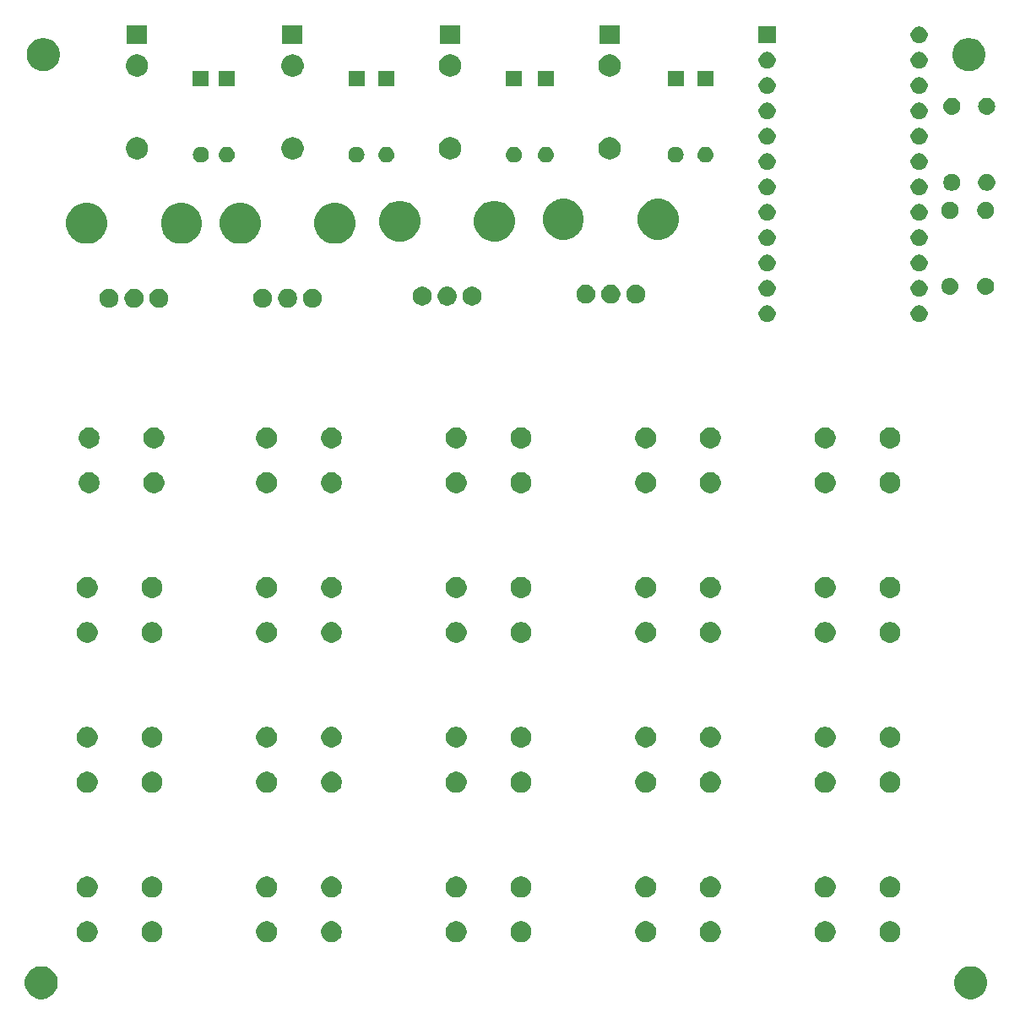
<source format=gbr>
G04 #@! TF.GenerationSoftware,KiCad,Pcbnew,(5.1.4-0-10_14)*
G04 #@! TF.CreationDate,2021-06-29T18:32:42+12:00*
G04 #@! TF.ProjectId,recur_control,72656375-725f-4636-9f6e-74726f6c2e6b,rev?*
G04 #@! TF.SameCoordinates,Original*
G04 #@! TF.FileFunction,Soldermask,Top*
G04 #@! TF.FilePolarity,Negative*
%FSLAX46Y46*%
G04 Gerber Fmt 4.6, Leading zero omitted, Abs format (unit mm)*
G04 Created by KiCad (PCBNEW (5.1.4-0-10_14)) date 2021-06-29 18:32:42*
%MOMM*%
%LPD*%
G04 APERTURE LIST*
%ADD10C,0.100000*%
G04 APERTURE END LIST*
D10*
G36*
X201975256Y-144991298D02*
G01*
X202081579Y-145012447D01*
X202382042Y-145136903D01*
X202652451Y-145317585D01*
X202882415Y-145547549D01*
X203063097Y-145817958D01*
X203187553Y-146118421D01*
X203251000Y-146437391D01*
X203251000Y-146762609D01*
X203187553Y-147081579D01*
X203063097Y-147382042D01*
X202882415Y-147652451D01*
X202652451Y-147882415D01*
X202382042Y-148063097D01*
X202081579Y-148187553D01*
X201975256Y-148208702D01*
X201762611Y-148251000D01*
X201437389Y-148251000D01*
X201224744Y-148208702D01*
X201118421Y-148187553D01*
X200817958Y-148063097D01*
X200547549Y-147882415D01*
X200317585Y-147652451D01*
X200136903Y-147382042D01*
X200012447Y-147081579D01*
X199949000Y-146762609D01*
X199949000Y-146437391D01*
X200012447Y-146118421D01*
X200136903Y-145817958D01*
X200317585Y-145547549D01*
X200547549Y-145317585D01*
X200817958Y-145136903D01*
X201118421Y-145012447D01*
X201224744Y-144991298D01*
X201437389Y-144949000D01*
X201762611Y-144949000D01*
X201975256Y-144991298D01*
X201975256Y-144991298D01*
G37*
G36*
X108775256Y-144991298D02*
G01*
X108881579Y-145012447D01*
X109182042Y-145136903D01*
X109452451Y-145317585D01*
X109682415Y-145547549D01*
X109863097Y-145817958D01*
X109987553Y-146118421D01*
X110051000Y-146437391D01*
X110051000Y-146762609D01*
X109987553Y-147081579D01*
X109863097Y-147382042D01*
X109682415Y-147652451D01*
X109452451Y-147882415D01*
X109182042Y-148063097D01*
X108881579Y-148187553D01*
X108775256Y-148208702D01*
X108562611Y-148251000D01*
X108237389Y-148251000D01*
X108024744Y-148208702D01*
X107918421Y-148187553D01*
X107617958Y-148063097D01*
X107347549Y-147882415D01*
X107117585Y-147652451D01*
X106936903Y-147382042D01*
X106812447Y-147081579D01*
X106749000Y-146762609D01*
X106749000Y-146437391D01*
X106812447Y-146118421D01*
X106936903Y-145817958D01*
X107117585Y-145547549D01*
X107347549Y-145317585D01*
X107617958Y-145136903D01*
X107918421Y-145012447D01*
X108024744Y-144991298D01*
X108237389Y-144949000D01*
X108562611Y-144949000D01*
X108775256Y-144991298D01*
X108775256Y-144991298D01*
G37*
G36*
X175806564Y-140489389D02*
G01*
X175997833Y-140568615D01*
X175997835Y-140568616D01*
X176169973Y-140683635D01*
X176316365Y-140830027D01*
X176431385Y-141002167D01*
X176510611Y-141193436D01*
X176551000Y-141396484D01*
X176551000Y-141603516D01*
X176510611Y-141806564D01*
X176431385Y-141997833D01*
X176431384Y-141997835D01*
X176316365Y-142169973D01*
X176169973Y-142316365D01*
X175997835Y-142431384D01*
X175997834Y-142431385D01*
X175997833Y-142431385D01*
X175806564Y-142510611D01*
X175603516Y-142551000D01*
X175396484Y-142551000D01*
X175193436Y-142510611D01*
X175002167Y-142431385D01*
X175002166Y-142431385D01*
X175002165Y-142431384D01*
X174830027Y-142316365D01*
X174683635Y-142169973D01*
X174568616Y-141997835D01*
X174568615Y-141997833D01*
X174489389Y-141806564D01*
X174449000Y-141603516D01*
X174449000Y-141396484D01*
X174489389Y-141193436D01*
X174568615Y-141002167D01*
X174683635Y-140830027D01*
X174830027Y-140683635D01*
X175002165Y-140568616D01*
X175002167Y-140568615D01*
X175193436Y-140489389D01*
X175396484Y-140449000D01*
X175603516Y-140449000D01*
X175806564Y-140489389D01*
X175806564Y-140489389D01*
G37*
G36*
X169306564Y-140489389D02*
G01*
X169497833Y-140568615D01*
X169497835Y-140568616D01*
X169669973Y-140683635D01*
X169816365Y-140830027D01*
X169931385Y-141002167D01*
X170010611Y-141193436D01*
X170051000Y-141396484D01*
X170051000Y-141603516D01*
X170010611Y-141806564D01*
X169931385Y-141997833D01*
X169931384Y-141997835D01*
X169816365Y-142169973D01*
X169669973Y-142316365D01*
X169497835Y-142431384D01*
X169497834Y-142431385D01*
X169497833Y-142431385D01*
X169306564Y-142510611D01*
X169103516Y-142551000D01*
X168896484Y-142551000D01*
X168693436Y-142510611D01*
X168502167Y-142431385D01*
X168502166Y-142431385D01*
X168502165Y-142431384D01*
X168330027Y-142316365D01*
X168183635Y-142169973D01*
X168068616Y-141997835D01*
X168068615Y-141997833D01*
X167989389Y-141806564D01*
X167949000Y-141603516D01*
X167949000Y-141396484D01*
X167989389Y-141193436D01*
X168068615Y-141002167D01*
X168183635Y-140830027D01*
X168330027Y-140683635D01*
X168502165Y-140568616D01*
X168502167Y-140568615D01*
X168693436Y-140489389D01*
X168896484Y-140449000D01*
X169103516Y-140449000D01*
X169306564Y-140489389D01*
X169306564Y-140489389D01*
G37*
G36*
X156806564Y-140489389D02*
G01*
X156997833Y-140568615D01*
X156997835Y-140568616D01*
X157169973Y-140683635D01*
X157316365Y-140830027D01*
X157431385Y-141002167D01*
X157510611Y-141193436D01*
X157551000Y-141396484D01*
X157551000Y-141603516D01*
X157510611Y-141806564D01*
X157431385Y-141997833D01*
X157431384Y-141997835D01*
X157316365Y-142169973D01*
X157169973Y-142316365D01*
X156997835Y-142431384D01*
X156997834Y-142431385D01*
X156997833Y-142431385D01*
X156806564Y-142510611D01*
X156603516Y-142551000D01*
X156396484Y-142551000D01*
X156193436Y-142510611D01*
X156002167Y-142431385D01*
X156002166Y-142431385D01*
X156002165Y-142431384D01*
X155830027Y-142316365D01*
X155683635Y-142169973D01*
X155568616Y-141997835D01*
X155568615Y-141997833D01*
X155489389Y-141806564D01*
X155449000Y-141603516D01*
X155449000Y-141396484D01*
X155489389Y-141193436D01*
X155568615Y-141002167D01*
X155683635Y-140830027D01*
X155830027Y-140683635D01*
X156002165Y-140568616D01*
X156002167Y-140568615D01*
X156193436Y-140489389D01*
X156396484Y-140449000D01*
X156603516Y-140449000D01*
X156806564Y-140489389D01*
X156806564Y-140489389D01*
G37*
G36*
X150306564Y-140489389D02*
G01*
X150497833Y-140568615D01*
X150497835Y-140568616D01*
X150669973Y-140683635D01*
X150816365Y-140830027D01*
X150931385Y-141002167D01*
X151010611Y-141193436D01*
X151051000Y-141396484D01*
X151051000Y-141603516D01*
X151010611Y-141806564D01*
X150931385Y-141997833D01*
X150931384Y-141997835D01*
X150816365Y-142169973D01*
X150669973Y-142316365D01*
X150497835Y-142431384D01*
X150497834Y-142431385D01*
X150497833Y-142431385D01*
X150306564Y-142510611D01*
X150103516Y-142551000D01*
X149896484Y-142551000D01*
X149693436Y-142510611D01*
X149502167Y-142431385D01*
X149502166Y-142431385D01*
X149502165Y-142431384D01*
X149330027Y-142316365D01*
X149183635Y-142169973D01*
X149068616Y-141997835D01*
X149068615Y-141997833D01*
X148989389Y-141806564D01*
X148949000Y-141603516D01*
X148949000Y-141396484D01*
X148989389Y-141193436D01*
X149068615Y-141002167D01*
X149183635Y-140830027D01*
X149330027Y-140683635D01*
X149502165Y-140568616D01*
X149502167Y-140568615D01*
X149693436Y-140489389D01*
X149896484Y-140449000D01*
X150103516Y-140449000D01*
X150306564Y-140489389D01*
X150306564Y-140489389D01*
G37*
G36*
X137806564Y-140489389D02*
G01*
X137997833Y-140568615D01*
X137997835Y-140568616D01*
X138169973Y-140683635D01*
X138316365Y-140830027D01*
X138431385Y-141002167D01*
X138510611Y-141193436D01*
X138551000Y-141396484D01*
X138551000Y-141603516D01*
X138510611Y-141806564D01*
X138431385Y-141997833D01*
X138431384Y-141997835D01*
X138316365Y-142169973D01*
X138169973Y-142316365D01*
X137997835Y-142431384D01*
X137997834Y-142431385D01*
X137997833Y-142431385D01*
X137806564Y-142510611D01*
X137603516Y-142551000D01*
X137396484Y-142551000D01*
X137193436Y-142510611D01*
X137002167Y-142431385D01*
X137002166Y-142431385D01*
X137002165Y-142431384D01*
X136830027Y-142316365D01*
X136683635Y-142169973D01*
X136568616Y-141997835D01*
X136568615Y-141997833D01*
X136489389Y-141806564D01*
X136449000Y-141603516D01*
X136449000Y-141396484D01*
X136489389Y-141193436D01*
X136568615Y-141002167D01*
X136683635Y-140830027D01*
X136830027Y-140683635D01*
X137002165Y-140568616D01*
X137002167Y-140568615D01*
X137193436Y-140489389D01*
X137396484Y-140449000D01*
X137603516Y-140449000D01*
X137806564Y-140489389D01*
X137806564Y-140489389D01*
G37*
G36*
X131306564Y-140489389D02*
G01*
X131497833Y-140568615D01*
X131497835Y-140568616D01*
X131669973Y-140683635D01*
X131816365Y-140830027D01*
X131931385Y-141002167D01*
X132010611Y-141193436D01*
X132051000Y-141396484D01*
X132051000Y-141603516D01*
X132010611Y-141806564D01*
X131931385Y-141997833D01*
X131931384Y-141997835D01*
X131816365Y-142169973D01*
X131669973Y-142316365D01*
X131497835Y-142431384D01*
X131497834Y-142431385D01*
X131497833Y-142431385D01*
X131306564Y-142510611D01*
X131103516Y-142551000D01*
X130896484Y-142551000D01*
X130693436Y-142510611D01*
X130502167Y-142431385D01*
X130502166Y-142431385D01*
X130502165Y-142431384D01*
X130330027Y-142316365D01*
X130183635Y-142169973D01*
X130068616Y-141997835D01*
X130068615Y-141997833D01*
X129989389Y-141806564D01*
X129949000Y-141603516D01*
X129949000Y-141396484D01*
X129989389Y-141193436D01*
X130068615Y-141002167D01*
X130183635Y-140830027D01*
X130330027Y-140683635D01*
X130502165Y-140568616D01*
X130502167Y-140568615D01*
X130693436Y-140489389D01*
X130896484Y-140449000D01*
X131103516Y-140449000D01*
X131306564Y-140489389D01*
X131306564Y-140489389D01*
G37*
G36*
X119806564Y-140489389D02*
G01*
X119997833Y-140568615D01*
X119997835Y-140568616D01*
X120169973Y-140683635D01*
X120316365Y-140830027D01*
X120431385Y-141002167D01*
X120510611Y-141193436D01*
X120551000Y-141396484D01*
X120551000Y-141603516D01*
X120510611Y-141806564D01*
X120431385Y-141997833D01*
X120431384Y-141997835D01*
X120316365Y-142169973D01*
X120169973Y-142316365D01*
X119997835Y-142431384D01*
X119997834Y-142431385D01*
X119997833Y-142431385D01*
X119806564Y-142510611D01*
X119603516Y-142551000D01*
X119396484Y-142551000D01*
X119193436Y-142510611D01*
X119002167Y-142431385D01*
X119002166Y-142431385D01*
X119002165Y-142431384D01*
X118830027Y-142316365D01*
X118683635Y-142169973D01*
X118568616Y-141997835D01*
X118568615Y-141997833D01*
X118489389Y-141806564D01*
X118449000Y-141603516D01*
X118449000Y-141396484D01*
X118489389Y-141193436D01*
X118568615Y-141002167D01*
X118683635Y-140830027D01*
X118830027Y-140683635D01*
X119002165Y-140568616D01*
X119002167Y-140568615D01*
X119193436Y-140489389D01*
X119396484Y-140449000D01*
X119603516Y-140449000D01*
X119806564Y-140489389D01*
X119806564Y-140489389D01*
G37*
G36*
X113306564Y-140489389D02*
G01*
X113497833Y-140568615D01*
X113497835Y-140568616D01*
X113669973Y-140683635D01*
X113816365Y-140830027D01*
X113931385Y-141002167D01*
X114010611Y-141193436D01*
X114051000Y-141396484D01*
X114051000Y-141603516D01*
X114010611Y-141806564D01*
X113931385Y-141997833D01*
X113931384Y-141997835D01*
X113816365Y-142169973D01*
X113669973Y-142316365D01*
X113497835Y-142431384D01*
X113497834Y-142431385D01*
X113497833Y-142431385D01*
X113306564Y-142510611D01*
X113103516Y-142551000D01*
X112896484Y-142551000D01*
X112693436Y-142510611D01*
X112502167Y-142431385D01*
X112502166Y-142431385D01*
X112502165Y-142431384D01*
X112330027Y-142316365D01*
X112183635Y-142169973D01*
X112068616Y-141997835D01*
X112068615Y-141997833D01*
X111989389Y-141806564D01*
X111949000Y-141603516D01*
X111949000Y-141396484D01*
X111989389Y-141193436D01*
X112068615Y-141002167D01*
X112183635Y-140830027D01*
X112330027Y-140683635D01*
X112502165Y-140568616D01*
X112502167Y-140568615D01*
X112693436Y-140489389D01*
X112896484Y-140449000D01*
X113103516Y-140449000D01*
X113306564Y-140489389D01*
X113306564Y-140489389D01*
G37*
G36*
X187306564Y-140489389D02*
G01*
X187497833Y-140568615D01*
X187497835Y-140568616D01*
X187669973Y-140683635D01*
X187816365Y-140830027D01*
X187931385Y-141002167D01*
X188010611Y-141193436D01*
X188051000Y-141396484D01*
X188051000Y-141603516D01*
X188010611Y-141806564D01*
X187931385Y-141997833D01*
X187931384Y-141997835D01*
X187816365Y-142169973D01*
X187669973Y-142316365D01*
X187497835Y-142431384D01*
X187497834Y-142431385D01*
X187497833Y-142431385D01*
X187306564Y-142510611D01*
X187103516Y-142551000D01*
X186896484Y-142551000D01*
X186693436Y-142510611D01*
X186502167Y-142431385D01*
X186502166Y-142431385D01*
X186502165Y-142431384D01*
X186330027Y-142316365D01*
X186183635Y-142169973D01*
X186068616Y-141997835D01*
X186068615Y-141997833D01*
X185989389Y-141806564D01*
X185949000Y-141603516D01*
X185949000Y-141396484D01*
X185989389Y-141193436D01*
X186068615Y-141002167D01*
X186183635Y-140830027D01*
X186330027Y-140683635D01*
X186502165Y-140568616D01*
X186502167Y-140568615D01*
X186693436Y-140489389D01*
X186896484Y-140449000D01*
X187103516Y-140449000D01*
X187306564Y-140489389D01*
X187306564Y-140489389D01*
G37*
G36*
X193806564Y-140489389D02*
G01*
X193997833Y-140568615D01*
X193997835Y-140568616D01*
X194169973Y-140683635D01*
X194316365Y-140830027D01*
X194431385Y-141002167D01*
X194510611Y-141193436D01*
X194551000Y-141396484D01*
X194551000Y-141603516D01*
X194510611Y-141806564D01*
X194431385Y-141997833D01*
X194431384Y-141997835D01*
X194316365Y-142169973D01*
X194169973Y-142316365D01*
X193997835Y-142431384D01*
X193997834Y-142431385D01*
X193997833Y-142431385D01*
X193806564Y-142510611D01*
X193603516Y-142551000D01*
X193396484Y-142551000D01*
X193193436Y-142510611D01*
X193002167Y-142431385D01*
X193002166Y-142431385D01*
X193002165Y-142431384D01*
X192830027Y-142316365D01*
X192683635Y-142169973D01*
X192568616Y-141997835D01*
X192568615Y-141997833D01*
X192489389Y-141806564D01*
X192449000Y-141603516D01*
X192449000Y-141396484D01*
X192489389Y-141193436D01*
X192568615Y-141002167D01*
X192683635Y-140830027D01*
X192830027Y-140683635D01*
X193002165Y-140568616D01*
X193002167Y-140568615D01*
X193193436Y-140489389D01*
X193396484Y-140449000D01*
X193603516Y-140449000D01*
X193806564Y-140489389D01*
X193806564Y-140489389D01*
G37*
G36*
X119806564Y-135989389D02*
G01*
X119997833Y-136068615D01*
X119997835Y-136068616D01*
X120169973Y-136183635D01*
X120316365Y-136330027D01*
X120431385Y-136502167D01*
X120510611Y-136693436D01*
X120551000Y-136896484D01*
X120551000Y-137103516D01*
X120510611Y-137306564D01*
X120431385Y-137497833D01*
X120431384Y-137497835D01*
X120316365Y-137669973D01*
X120169973Y-137816365D01*
X119997835Y-137931384D01*
X119997834Y-137931385D01*
X119997833Y-137931385D01*
X119806564Y-138010611D01*
X119603516Y-138051000D01*
X119396484Y-138051000D01*
X119193436Y-138010611D01*
X119002167Y-137931385D01*
X119002166Y-137931385D01*
X119002165Y-137931384D01*
X118830027Y-137816365D01*
X118683635Y-137669973D01*
X118568616Y-137497835D01*
X118568615Y-137497833D01*
X118489389Y-137306564D01*
X118449000Y-137103516D01*
X118449000Y-136896484D01*
X118489389Y-136693436D01*
X118568615Y-136502167D01*
X118683635Y-136330027D01*
X118830027Y-136183635D01*
X119002165Y-136068616D01*
X119002167Y-136068615D01*
X119193436Y-135989389D01*
X119396484Y-135949000D01*
X119603516Y-135949000D01*
X119806564Y-135989389D01*
X119806564Y-135989389D01*
G37*
G36*
X113306564Y-135989389D02*
G01*
X113497833Y-136068615D01*
X113497835Y-136068616D01*
X113669973Y-136183635D01*
X113816365Y-136330027D01*
X113931385Y-136502167D01*
X114010611Y-136693436D01*
X114051000Y-136896484D01*
X114051000Y-137103516D01*
X114010611Y-137306564D01*
X113931385Y-137497833D01*
X113931384Y-137497835D01*
X113816365Y-137669973D01*
X113669973Y-137816365D01*
X113497835Y-137931384D01*
X113497834Y-137931385D01*
X113497833Y-137931385D01*
X113306564Y-138010611D01*
X113103516Y-138051000D01*
X112896484Y-138051000D01*
X112693436Y-138010611D01*
X112502167Y-137931385D01*
X112502166Y-137931385D01*
X112502165Y-137931384D01*
X112330027Y-137816365D01*
X112183635Y-137669973D01*
X112068616Y-137497835D01*
X112068615Y-137497833D01*
X111989389Y-137306564D01*
X111949000Y-137103516D01*
X111949000Y-136896484D01*
X111989389Y-136693436D01*
X112068615Y-136502167D01*
X112183635Y-136330027D01*
X112330027Y-136183635D01*
X112502165Y-136068616D01*
X112502167Y-136068615D01*
X112693436Y-135989389D01*
X112896484Y-135949000D01*
X113103516Y-135949000D01*
X113306564Y-135989389D01*
X113306564Y-135989389D01*
G37*
G36*
X137806564Y-135989389D02*
G01*
X137997833Y-136068615D01*
X137997835Y-136068616D01*
X138169973Y-136183635D01*
X138316365Y-136330027D01*
X138431385Y-136502167D01*
X138510611Y-136693436D01*
X138551000Y-136896484D01*
X138551000Y-137103516D01*
X138510611Y-137306564D01*
X138431385Y-137497833D01*
X138431384Y-137497835D01*
X138316365Y-137669973D01*
X138169973Y-137816365D01*
X137997835Y-137931384D01*
X137997834Y-137931385D01*
X137997833Y-137931385D01*
X137806564Y-138010611D01*
X137603516Y-138051000D01*
X137396484Y-138051000D01*
X137193436Y-138010611D01*
X137002167Y-137931385D01*
X137002166Y-137931385D01*
X137002165Y-137931384D01*
X136830027Y-137816365D01*
X136683635Y-137669973D01*
X136568616Y-137497835D01*
X136568615Y-137497833D01*
X136489389Y-137306564D01*
X136449000Y-137103516D01*
X136449000Y-136896484D01*
X136489389Y-136693436D01*
X136568615Y-136502167D01*
X136683635Y-136330027D01*
X136830027Y-136183635D01*
X137002165Y-136068616D01*
X137002167Y-136068615D01*
X137193436Y-135989389D01*
X137396484Y-135949000D01*
X137603516Y-135949000D01*
X137806564Y-135989389D01*
X137806564Y-135989389D01*
G37*
G36*
X131306564Y-135989389D02*
G01*
X131497833Y-136068615D01*
X131497835Y-136068616D01*
X131669973Y-136183635D01*
X131816365Y-136330027D01*
X131931385Y-136502167D01*
X132010611Y-136693436D01*
X132051000Y-136896484D01*
X132051000Y-137103516D01*
X132010611Y-137306564D01*
X131931385Y-137497833D01*
X131931384Y-137497835D01*
X131816365Y-137669973D01*
X131669973Y-137816365D01*
X131497835Y-137931384D01*
X131497834Y-137931385D01*
X131497833Y-137931385D01*
X131306564Y-138010611D01*
X131103516Y-138051000D01*
X130896484Y-138051000D01*
X130693436Y-138010611D01*
X130502167Y-137931385D01*
X130502166Y-137931385D01*
X130502165Y-137931384D01*
X130330027Y-137816365D01*
X130183635Y-137669973D01*
X130068616Y-137497835D01*
X130068615Y-137497833D01*
X129989389Y-137306564D01*
X129949000Y-137103516D01*
X129949000Y-136896484D01*
X129989389Y-136693436D01*
X130068615Y-136502167D01*
X130183635Y-136330027D01*
X130330027Y-136183635D01*
X130502165Y-136068616D01*
X130502167Y-136068615D01*
X130693436Y-135989389D01*
X130896484Y-135949000D01*
X131103516Y-135949000D01*
X131306564Y-135989389D01*
X131306564Y-135989389D01*
G37*
G36*
X156806564Y-135989389D02*
G01*
X156997833Y-136068615D01*
X156997835Y-136068616D01*
X157169973Y-136183635D01*
X157316365Y-136330027D01*
X157431385Y-136502167D01*
X157510611Y-136693436D01*
X157551000Y-136896484D01*
X157551000Y-137103516D01*
X157510611Y-137306564D01*
X157431385Y-137497833D01*
X157431384Y-137497835D01*
X157316365Y-137669973D01*
X157169973Y-137816365D01*
X156997835Y-137931384D01*
X156997834Y-137931385D01*
X156997833Y-137931385D01*
X156806564Y-138010611D01*
X156603516Y-138051000D01*
X156396484Y-138051000D01*
X156193436Y-138010611D01*
X156002167Y-137931385D01*
X156002166Y-137931385D01*
X156002165Y-137931384D01*
X155830027Y-137816365D01*
X155683635Y-137669973D01*
X155568616Y-137497835D01*
X155568615Y-137497833D01*
X155489389Y-137306564D01*
X155449000Y-137103516D01*
X155449000Y-136896484D01*
X155489389Y-136693436D01*
X155568615Y-136502167D01*
X155683635Y-136330027D01*
X155830027Y-136183635D01*
X156002165Y-136068616D01*
X156002167Y-136068615D01*
X156193436Y-135989389D01*
X156396484Y-135949000D01*
X156603516Y-135949000D01*
X156806564Y-135989389D01*
X156806564Y-135989389D01*
G37*
G36*
X150306564Y-135989389D02*
G01*
X150497833Y-136068615D01*
X150497835Y-136068616D01*
X150669973Y-136183635D01*
X150816365Y-136330027D01*
X150931385Y-136502167D01*
X151010611Y-136693436D01*
X151051000Y-136896484D01*
X151051000Y-137103516D01*
X151010611Y-137306564D01*
X150931385Y-137497833D01*
X150931384Y-137497835D01*
X150816365Y-137669973D01*
X150669973Y-137816365D01*
X150497835Y-137931384D01*
X150497834Y-137931385D01*
X150497833Y-137931385D01*
X150306564Y-138010611D01*
X150103516Y-138051000D01*
X149896484Y-138051000D01*
X149693436Y-138010611D01*
X149502167Y-137931385D01*
X149502166Y-137931385D01*
X149502165Y-137931384D01*
X149330027Y-137816365D01*
X149183635Y-137669973D01*
X149068616Y-137497835D01*
X149068615Y-137497833D01*
X148989389Y-137306564D01*
X148949000Y-137103516D01*
X148949000Y-136896484D01*
X148989389Y-136693436D01*
X149068615Y-136502167D01*
X149183635Y-136330027D01*
X149330027Y-136183635D01*
X149502165Y-136068616D01*
X149502167Y-136068615D01*
X149693436Y-135989389D01*
X149896484Y-135949000D01*
X150103516Y-135949000D01*
X150306564Y-135989389D01*
X150306564Y-135989389D01*
G37*
G36*
X175806564Y-135989389D02*
G01*
X175997833Y-136068615D01*
X175997835Y-136068616D01*
X176169973Y-136183635D01*
X176316365Y-136330027D01*
X176431385Y-136502167D01*
X176510611Y-136693436D01*
X176551000Y-136896484D01*
X176551000Y-137103516D01*
X176510611Y-137306564D01*
X176431385Y-137497833D01*
X176431384Y-137497835D01*
X176316365Y-137669973D01*
X176169973Y-137816365D01*
X175997835Y-137931384D01*
X175997834Y-137931385D01*
X175997833Y-137931385D01*
X175806564Y-138010611D01*
X175603516Y-138051000D01*
X175396484Y-138051000D01*
X175193436Y-138010611D01*
X175002167Y-137931385D01*
X175002166Y-137931385D01*
X175002165Y-137931384D01*
X174830027Y-137816365D01*
X174683635Y-137669973D01*
X174568616Y-137497835D01*
X174568615Y-137497833D01*
X174489389Y-137306564D01*
X174449000Y-137103516D01*
X174449000Y-136896484D01*
X174489389Y-136693436D01*
X174568615Y-136502167D01*
X174683635Y-136330027D01*
X174830027Y-136183635D01*
X175002165Y-136068616D01*
X175002167Y-136068615D01*
X175193436Y-135989389D01*
X175396484Y-135949000D01*
X175603516Y-135949000D01*
X175806564Y-135989389D01*
X175806564Y-135989389D01*
G37*
G36*
X169306564Y-135989389D02*
G01*
X169497833Y-136068615D01*
X169497835Y-136068616D01*
X169669973Y-136183635D01*
X169816365Y-136330027D01*
X169931385Y-136502167D01*
X170010611Y-136693436D01*
X170051000Y-136896484D01*
X170051000Y-137103516D01*
X170010611Y-137306564D01*
X169931385Y-137497833D01*
X169931384Y-137497835D01*
X169816365Y-137669973D01*
X169669973Y-137816365D01*
X169497835Y-137931384D01*
X169497834Y-137931385D01*
X169497833Y-137931385D01*
X169306564Y-138010611D01*
X169103516Y-138051000D01*
X168896484Y-138051000D01*
X168693436Y-138010611D01*
X168502167Y-137931385D01*
X168502166Y-137931385D01*
X168502165Y-137931384D01*
X168330027Y-137816365D01*
X168183635Y-137669973D01*
X168068616Y-137497835D01*
X168068615Y-137497833D01*
X167989389Y-137306564D01*
X167949000Y-137103516D01*
X167949000Y-136896484D01*
X167989389Y-136693436D01*
X168068615Y-136502167D01*
X168183635Y-136330027D01*
X168330027Y-136183635D01*
X168502165Y-136068616D01*
X168502167Y-136068615D01*
X168693436Y-135989389D01*
X168896484Y-135949000D01*
X169103516Y-135949000D01*
X169306564Y-135989389D01*
X169306564Y-135989389D01*
G37*
G36*
X193806564Y-135989389D02*
G01*
X193997833Y-136068615D01*
X193997835Y-136068616D01*
X194169973Y-136183635D01*
X194316365Y-136330027D01*
X194431385Y-136502167D01*
X194510611Y-136693436D01*
X194551000Y-136896484D01*
X194551000Y-137103516D01*
X194510611Y-137306564D01*
X194431385Y-137497833D01*
X194431384Y-137497835D01*
X194316365Y-137669973D01*
X194169973Y-137816365D01*
X193997835Y-137931384D01*
X193997834Y-137931385D01*
X193997833Y-137931385D01*
X193806564Y-138010611D01*
X193603516Y-138051000D01*
X193396484Y-138051000D01*
X193193436Y-138010611D01*
X193002167Y-137931385D01*
X193002166Y-137931385D01*
X193002165Y-137931384D01*
X192830027Y-137816365D01*
X192683635Y-137669973D01*
X192568616Y-137497835D01*
X192568615Y-137497833D01*
X192489389Y-137306564D01*
X192449000Y-137103516D01*
X192449000Y-136896484D01*
X192489389Y-136693436D01*
X192568615Y-136502167D01*
X192683635Y-136330027D01*
X192830027Y-136183635D01*
X193002165Y-136068616D01*
X193002167Y-136068615D01*
X193193436Y-135989389D01*
X193396484Y-135949000D01*
X193603516Y-135949000D01*
X193806564Y-135989389D01*
X193806564Y-135989389D01*
G37*
G36*
X187306564Y-135989389D02*
G01*
X187497833Y-136068615D01*
X187497835Y-136068616D01*
X187669973Y-136183635D01*
X187816365Y-136330027D01*
X187931385Y-136502167D01*
X188010611Y-136693436D01*
X188051000Y-136896484D01*
X188051000Y-137103516D01*
X188010611Y-137306564D01*
X187931385Y-137497833D01*
X187931384Y-137497835D01*
X187816365Y-137669973D01*
X187669973Y-137816365D01*
X187497835Y-137931384D01*
X187497834Y-137931385D01*
X187497833Y-137931385D01*
X187306564Y-138010611D01*
X187103516Y-138051000D01*
X186896484Y-138051000D01*
X186693436Y-138010611D01*
X186502167Y-137931385D01*
X186502166Y-137931385D01*
X186502165Y-137931384D01*
X186330027Y-137816365D01*
X186183635Y-137669973D01*
X186068616Y-137497835D01*
X186068615Y-137497833D01*
X185989389Y-137306564D01*
X185949000Y-137103516D01*
X185949000Y-136896484D01*
X185989389Y-136693436D01*
X186068615Y-136502167D01*
X186183635Y-136330027D01*
X186330027Y-136183635D01*
X186502165Y-136068616D01*
X186502167Y-136068615D01*
X186693436Y-135989389D01*
X186896484Y-135949000D01*
X187103516Y-135949000D01*
X187306564Y-135989389D01*
X187306564Y-135989389D01*
G37*
G36*
X187306564Y-125489389D02*
G01*
X187497833Y-125568615D01*
X187497835Y-125568616D01*
X187669973Y-125683635D01*
X187816365Y-125830027D01*
X187931385Y-126002167D01*
X188010611Y-126193436D01*
X188051000Y-126396484D01*
X188051000Y-126603516D01*
X188010611Y-126806564D01*
X187931385Y-126997833D01*
X187931384Y-126997835D01*
X187816365Y-127169973D01*
X187669973Y-127316365D01*
X187497835Y-127431384D01*
X187497834Y-127431385D01*
X187497833Y-127431385D01*
X187306564Y-127510611D01*
X187103516Y-127551000D01*
X186896484Y-127551000D01*
X186693436Y-127510611D01*
X186502167Y-127431385D01*
X186502166Y-127431385D01*
X186502165Y-127431384D01*
X186330027Y-127316365D01*
X186183635Y-127169973D01*
X186068616Y-126997835D01*
X186068615Y-126997833D01*
X185989389Y-126806564D01*
X185949000Y-126603516D01*
X185949000Y-126396484D01*
X185989389Y-126193436D01*
X186068615Y-126002167D01*
X186183635Y-125830027D01*
X186330027Y-125683635D01*
X186502165Y-125568616D01*
X186502167Y-125568615D01*
X186693436Y-125489389D01*
X186896484Y-125449000D01*
X187103516Y-125449000D01*
X187306564Y-125489389D01*
X187306564Y-125489389D01*
G37*
G36*
X193806564Y-125489389D02*
G01*
X193997833Y-125568615D01*
X193997835Y-125568616D01*
X194169973Y-125683635D01*
X194316365Y-125830027D01*
X194431385Y-126002167D01*
X194510611Y-126193436D01*
X194551000Y-126396484D01*
X194551000Y-126603516D01*
X194510611Y-126806564D01*
X194431385Y-126997833D01*
X194431384Y-126997835D01*
X194316365Y-127169973D01*
X194169973Y-127316365D01*
X193997835Y-127431384D01*
X193997834Y-127431385D01*
X193997833Y-127431385D01*
X193806564Y-127510611D01*
X193603516Y-127551000D01*
X193396484Y-127551000D01*
X193193436Y-127510611D01*
X193002167Y-127431385D01*
X193002166Y-127431385D01*
X193002165Y-127431384D01*
X192830027Y-127316365D01*
X192683635Y-127169973D01*
X192568616Y-126997835D01*
X192568615Y-126997833D01*
X192489389Y-126806564D01*
X192449000Y-126603516D01*
X192449000Y-126396484D01*
X192489389Y-126193436D01*
X192568615Y-126002167D01*
X192683635Y-125830027D01*
X192830027Y-125683635D01*
X193002165Y-125568616D01*
X193002167Y-125568615D01*
X193193436Y-125489389D01*
X193396484Y-125449000D01*
X193603516Y-125449000D01*
X193806564Y-125489389D01*
X193806564Y-125489389D01*
G37*
G36*
X175806564Y-125489389D02*
G01*
X175997833Y-125568615D01*
X175997835Y-125568616D01*
X176169973Y-125683635D01*
X176316365Y-125830027D01*
X176431385Y-126002167D01*
X176510611Y-126193436D01*
X176551000Y-126396484D01*
X176551000Y-126603516D01*
X176510611Y-126806564D01*
X176431385Y-126997833D01*
X176431384Y-126997835D01*
X176316365Y-127169973D01*
X176169973Y-127316365D01*
X175997835Y-127431384D01*
X175997834Y-127431385D01*
X175997833Y-127431385D01*
X175806564Y-127510611D01*
X175603516Y-127551000D01*
X175396484Y-127551000D01*
X175193436Y-127510611D01*
X175002167Y-127431385D01*
X175002166Y-127431385D01*
X175002165Y-127431384D01*
X174830027Y-127316365D01*
X174683635Y-127169973D01*
X174568616Y-126997835D01*
X174568615Y-126997833D01*
X174489389Y-126806564D01*
X174449000Y-126603516D01*
X174449000Y-126396484D01*
X174489389Y-126193436D01*
X174568615Y-126002167D01*
X174683635Y-125830027D01*
X174830027Y-125683635D01*
X175002165Y-125568616D01*
X175002167Y-125568615D01*
X175193436Y-125489389D01*
X175396484Y-125449000D01*
X175603516Y-125449000D01*
X175806564Y-125489389D01*
X175806564Y-125489389D01*
G37*
G36*
X169306564Y-125489389D02*
G01*
X169497833Y-125568615D01*
X169497835Y-125568616D01*
X169669973Y-125683635D01*
X169816365Y-125830027D01*
X169931385Y-126002167D01*
X170010611Y-126193436D01*
X170051000Y-126396484D01*
X170051000Y-126603516D01*
X170010611Y-126806564D01*
X169931385Y-126997833D01*
X169931384Y-126997835D01*
X169816365Y-127169973D01*
X169669973Y-127316365D01*
X169497835Y-127431384D01*
X169497834Y-127431385D01*
X169497833Y-127431385D01*
X169306564Y-127510611D01*
X169103516Y-127551000D01*
X168896484Y-127551000D01*
X168693436Y-127510611D01*
X168502167Y-127431385D01*
X168502166Y-127431385D01*
X168502165Y-127431384D01*
X168330027Y-127316365D01*
X168183635Y-127169973D01*
X168068616Y-126997835D01*
X168068615Y-126997833D01*
X167989389Y-126806564D01*
X167949000Y-126603516D01*
X167949000Y-126396484D01*
X167989389Y-126193436D01*
X168068615Y-126002167D01*
X168183635Y-125830027D01*
X168330027Y-125683635D01*
X168502165Y-125568616D01*
X168502167Y-125568615D01*
X168693436Y-125489389D01*
X168896484Y-125449000D01*
X169103516Y-125449000D01*
X169306564Y-125489389D01*
X169306564Y-125489389D01*
G37*
G36*
X156806564Y-125489389D02*
G01*
X156997833Y-125568615D01*
X156997835Y-125568616D01*
X157169973Y-125683635D01*
X157316365Y-125830027D01*
X157431385Y-126002167D01*
X157510611Y-126193436D01*
X157551000Y-126396484D01*
X157551000Y-126603516D01*
X157510611Y-126806564D01*
X157431385Y-126997833D01*
X157431384Y-126997835D01*
X157316365Y-127169973D01*
X157169973Y-127316365D01*
X156997835Y-127431384D01*
X156997834Y-127431385D01*
X156997833Y-127431385D01*
X156806564Y-127510611D01*
X156603516Y-127551000D01*
X156396484Y-127551000D01*
X156193436Y-127510611D01*
X156002167Y-127431385D01*
X156002166Y-127431385D01*
X156002165Y-127431384D01*
X155830027Y-127316365D01*
X155683635Y-127169973D01*
X155568616Y-126997835D01*
X155568615Y-126997833D01*
X155489389Y-126806564D01*
X155449000Y-126603516D01*
X155449000Y-126396484D01*
X155489389Y-126193436D01*
X155568615Y-126002167D01*
X155683635Y-125830027D01*
X155830027Y-125683635D01*
X156002165Y-125568616D01*
X156002167Y-125568615D01*
X156193436Y-125489389D01*
X156396484Y-125449000D01*
X156603516Y-125449000D01*
X156806564Y-125489389D01*
X156806564Y-125489389D01*
G37*
G36*
X150306564Y-125489389D02*
G01*
X150497833Y-125568615D01*
X150497835Y-125568616D01*
X150669973Y-125683635D01*
X150816365Y-125830027D01*
X150931385Y-126002167D01*
X151010611Y-126193436D01*
X151051000Y-126396484D01*
X151051000Y-126603516D01*
X151010611Y-126806564D01*
X150931385Y-126997833D01*
X150931384Y-126997835D01*
X150816365Y-127169973D01*
X150669973Y-127316365D01*
X150497835Y-127431384D01*
X150497834Y-127431385D01*
X150497833Y-127431385D01*
X150306564Y-127510611D01*
X150103516Y-127551000D01*
X149896484Y-127551000D01*
X149693436Y-127510611D01*
X149502167Y-127431385D01*
X149502166Y-127431385D01*
X149502165Y-127431384D01*
X149330027Y-127316365D01*
X149183635Y-127169973D01*
X149068616Y-126997835D01*
X149068615Y-126997833D01*
X148989389Y-126806564D01*
X148949000Y-126603516D01*
X148949000Y-126396484D01*
X148989389Y-126193436D01*
X149068615Y-126002167D01*
X149183635Y-125830027D01*
X149330027Y-125683635D01*
X149502165Y-125568616D01*
X149502167Y-125568615D01*
X149693436Y-125489389D01*
X149896484Y-125449000D01*
X150103516Y-125449000D01*
X150306564Y-125489389D01*
X150306564Y-125489389D01*
G37*
G36*
X137806564Y-125489389D02*
G01*
X137997833Y-125568615D01*
X137997835Y-125568616D01*
X138169973Y-125683635D01*
X138316365Y-125830027D01*
X138431385Y-126002167D01*
X138510611Y-126193436D01*
X138551000Y-126396484D01*
X138551000Y-126603516D01*
X138510611Y-126806564D01*
X138431385Y-126997833D01*
X138431384Y-126997835D01*
X138316365Y-127169973D01*
X138169973Y-127316365D01*
X137997835Y-127431384D01*
X137997834Y-127431385D01*
X137997833Y-127431385D01*
X137806564Y-127510611D01*
X137603516Y-127551000D01*
X137396484Y-127551000D01*
X137193436Y-127510611D01*
X137002167Y-127431385D01*
X137002166Y-127431385D01*
X137002165Y-127431384D01*
X136830027Y-127316365D01*
X136683635Y-127169973D01*
X136568616Y-126997835D01*
X136568615Y-126997833D01*
X136489389Y-126806564D01*
X136449000Y-126603516D01*
X136449000Y-126396484D01*
X136489389Y-126193436D01*
X136568615Y-126002167D01*
X136683635Y-125830027D01*
X136830027Y-125683635D01*
X137002165Y-125568616D01*
X137002167Y-125568615D01*
X137193436Y-125489389D01*
X137396484Y-125449000D01*
X137603516Y-125449000D01*
X137806564Y-125489389D01*
X137806564Y-125489389D01*
G37*
G36*
X131306564Y-125489389D02*
G01*
X131497833Y-125568615D01*
X131497835Y-125568616D01*
X131669973Y-125683635D01*
X131816365Y-125830027D01*
X131931385Y-126002167D01*
X132010611Y-126193436D01*
X132051000Y-126396484D01*
X132051000Y-126603516D01*
X132010611Y-126806564D01*
X131931385Y-126997833D01*
X131931384Y-126997835D01*
X131816365Y-127169973D01*
X131669973Y-127316365D01*
X131497835Y-127431384D01*
X131497834Y-127431385D01*
X131497833Y-127431385D01*
X131306564Y-127510611D01*
X131103516Y-127551000D01*
X130896484Y-127551000D01*
X130693436Y-127510611D01*
X130502167Y-127431385D01*
X130502166Y-127431385D01*
X130502165Y-127431384D01*
X130330027Y-127316365D01*
X130183635Y-127169973D01*
X130068616Y-126997835D01*
X130068615Y-126997833D01*
X129989389Y-126806564D01*
X129949000Y-126603516D01*
X129949000Y-126396484D01*
X129989389Y-126193436D01*
X130068615Y-126002167D01*
X130183635Y-125830027D01*
X130330027Y-125683635D01*
X130502165Y-125568616D01*
X130502167Y-125568615D01*
X130693436Y-125489389D01*
X130896484Y-125449000D01*
X131103516Y-125449000D01*
X131306564Y-125489389D01*
X131306564Y-125489389D01*
G37*
G36*
X119806564Y-125489389D02*
G01*
X119997833Y-125568615D01*
X119997835Y-125568616D01*
X120169973Y-125683635D01*
X120316365Y-125830027D01*
X120431385Y-126002167D01*
X120510611Y-126193436D01*
X120551000Y-126396484D01*
X120551000Y-126603516D01*
X120510611Y-126806564D01*
X120431385Y-126997833D01*
X120431384Y-126997835D01*
X120316365Y-127169973D01*
X120169973Y-127316365D01*
X119997835Y-127431384D01*
X119997834Y-127431385D01*
X119997833Y-127431385D01*
X119806564Y-127510611D01*
X119603516Y-127551000D01*
X119396484Y-127551000D01*
X119193436Y-127510611D01*
X119002167Y-127431385D01*
X119002166Y-127431385D01*
X119002165Y-127431384D01*
X118830027Y-127316365D01*
X118683635Y-127169973D01*
X118568616Y-126997835D01*
X118568615Y-126997833D01*
X118489389Y-126806564D01*
X118449000Y-126603516D01*
X118449000Y-126396484D01*
X118489389Y-126193436D01*
X118568615Y-126002167D01*
X118683635Y-125830027D01*
X118830027Y-125683635D01*
X119002165Y-125568616D01*
X119002167Y-125568615D01*
X119193436Y-125489389D01*
X119396484Y-125449000D01*
X119603516Y-125449000D01*
X119806564Y-125489389D01*
X119806564Y-125489389D01*
G37*
G36*
X113306564Y-125489389D02*
G01*
X113497833Y-125568615D01*
X113497835Y-125568616D01*
X113669973Y-125683635D01*
X113816365Y-125830027D01*
X113931385Y-126002167D01*
X114010611Y-126193436D01*
X114051000Y-126396484D01*
X114051000Y-126603516D01*
X114010611Y-126806564D01*
X113931385Y-126997833D01*
X113931384Y-126997835D01*
X113816365Y-127169973D01*
X113669973Y-127316365D01*
X113497835Y-127431384D01*
X113497834Y-127431385D01*
X113497833Y-127431385D01*
X113306564Y-127510611D01*
X113103516Y-127551000D01*
X112896484Y-127551000D01*
X112693436Y-127510611D01*
X112502167Y-127431385D01*
X112502166Y-127431385D01*
X112502165Y-127431384D01*
X112330027Y-127316365D01*
X112183635Y-127169973D01*
X112068616Y-126997835D01*
X112068615Y-126997833D01*
X111989389Y-126806564D01*
X111949000Y-126603516D01*
X111949000Y-126396484D01*
X111989389Y-126193436D01*
X112068615Y-126002167D01*
X112183635Y-125830027D01*
X112330027Y-125683635D01*
X112502165Y-125568616D01*
X112502167Y-125568615D01*
X112693436Y-125489389D01*
X112896484Y-125449000D01*
X113103516Y-125449000D01*
X113306564Y-125489389D01*
X113306564Y-125489389D01*
G37*
G36*
X113306564Y-120989389D02*
G01*
X113497833Y-121068615D01*
X113497835Y-121068616D01*
X113669973Y-121183635D01*
X113816365Y-121330027D01*
X113931385Y-121502167D01*
X114010611Y-121693436D01*
X114051000Y-121896484D01*
X114051000Y-122103516D01*
X114010611Y-122306564D01*
X113931385Y-122497833D01*
X113931384Y-122497835D01*
X113816365Y-122669973D01*
X113669973Y-122816365D01*
X113497835Y-122931384D01*
X113497834Y-122931385D01*
X113497833Y-122931385D01*
X113306564Y-123010611D01*
X113103516Y-123051000D01*
X112896484Y-123051000D01*
X112693436Y-123010611D01*
X112502167Y-122931385D01*
X112502166Y-122931385D01*
X112502165Y-122931384D01*
X112330027Y-122816365D01*
X112183635Y-122669973D01*
X112068616Y-122497835D01*
X112068615Y-122497833D01*
X111989389Y-122306564D01*
X111949000Y-122103516D01*
X111949000Y-121896484D01*
X111989389Y-121693436D01*
X112068615Y-121502167D01*
X112183635Y-121330027D01*
X112330027Y-121183635D01*
X112502165Y-121068616D01*
X112502167Y-121068615D01*
X112693436Y-120989389D01*
X112896484Y-120949000D01*
X113103516Y-120949000D01*
X113306564Y-120989389D01*
X113306564Y-120989389D01*
G37*
G36*
X119806564Y-120989389D02*
G01*
X119997833Y-121068615D01*
X119997835Y-121068616D01*
X120169973Y-121183635D01*
X120316365Y-121330027D01*
X120431385Y-121502167D01*
X120510611Y-121693436D01*
X120551000Y-121896484D01*
X120551000Y-122103516D01*
X120510611Y-122306564D01*
X120431385Y-122497833D01*
X120431384Y-122497835D01*
X120316365Y-122669973D01*
X120169973Y-122816365D01*
X119997835Y-122931384D01*
X119997834Y-122931385D01*
X119997833Y-122931385D01*
X119806564Y-123010611D01*
X119603516Y-123051000D01*
X119396484Y-123051000D01*
X119193436Y-123010611D01*
X119002167Y-122931385D01*
X119002166Y-122931385D01*
X119002165Y-122931384D01*
X118830027Y-122816365D01*
X118683635Y-122669973D01*
X118568616Y-122497835D01*
X118568615Y-122497833D01*
X118489389Y-122306564D01*
X118449000Y-122103516D01*
X118449000Y-121896484D01*
X118489389Y-121693436D01*
X118568615Y-121502167D01*
X118683635Y-121330027D01*
X118830027Y-121183635D01*
X119002165Y-121068616D01*
X119002167Y-121068615D01*
X119193436Y-120989389D01*
X119396484Y-120949000D01*
X119603516Y-120949000D01*
X119806564Y-120989389D01*
X119806564Y-120989389D01*
G37*
G36*
X131306564Y-120989389D02*
G01*
X131497833Y-121068615D01*
X131497835Y-121068616D01*
X131669973Y-121183635D01*
X131816365Y-121330027D01*
X131931385Y-121502167D01*
X132010611Y-121693436D01*
X132051000Y-121896484D01*
X132051000Y-122103516D01*
X132010611Y-122306564D01*
X131931385Y-122497833D01*
X131931384Y-122497835D01*
X131816365Y-122669973D01*
X131669973Y-122816365D01*
X131497835Y-122931384D01*
X131497834Y-122931385D01*
X131497833Y-122931385D01*
X131306564Y-123010611D01*
X131103516Y-123051000D01*
X130896484Y-123051000D01*
X130693436Y-123010611D01*
X130502167Y-122931385D01*
X130502166Y-122931385D01*
X130502165Y-122931384D01*
X130330027Y-122816365D01*
X130183635Y-122669973D01*
X130068616Y-122497835D01*
X130068615Y-122497833D01*
X129989389Y-122306564D01*
X129949000Y-122103516D01*
X129949000Y-121896484D01*
X129989389Y-121693436D01*
X130068615Y-121502167D01*
X130183635Y-121330027D01*
X130330027Y-121183635D01*
X130502165Y-121068616D01*
X130502167Y-121068615D01*
X130693436Y-120989389D01*
X130896484Y-120949000D01*
X131103516Y-120949000D01*
X131306564Y-120989389D01*
X131306564Y-120989389D01*
G37*
G36*
X137806564Y-120989389D02*
G01*
X137997833Y-121068615D01*
X137997835Y-121068616D01*
X138169973Y-121183635D01*
X138316365Y-121330027D01*
X138431385Y-121502167D01*
X138510611Y-121693436D01*
X138551000Y-121896484D01*
X138551000Y-122103516D01*
X138510611Y-122306564D01*
X138431385Y-122497833D01*
X138431384Y-122497835D01*
X138316365Y-122669973D01*
X138169973Y-122816365D01*
X137997835Y-122931384D01*
X137997834Y-122931385D01*
X137997833Y-122931385D01*
X137806564Y-123010611D01*
X137603516Y-123051000D01*
X137396484Y-123051000D01*
X137193436Y-123010611D01*
X137002167Y-122931385D01*
X137002166Y-122931385D01*
X137002165Y-122931384D01*
X136830027Y-122816365D01*
X136683635Y-122669973D01*
X136568616Y-122497835D01*
X136568615Y-122497833D01*
X136489389Y-122306564D01*
X136449000Y-122103516D01*
X136449000Y-121896484D01*
X136489389Y-121693436D01*
X136568615Y-121502167D01*
X136683635Y-121330027D01*
X136830027Y-121183635D01*
X137002165Y-121068616D01*
X137002167Y-121068615D01*
X137193436Y-120989389D01*
X137396484Y-120949000D01*
X137603516Y-120949000D01*
X137806564Y-120989389D01*
X137806564Y-120989389D01*
G37*
G36*
X150306564Y-120989389D02*
G01*
X150497833Y-121068615D01*
X150497835Y-121068616D01*
X150669973Y-121183635D01*
X150816365Y-121330027D01*
X150931385Y-121502167D01*
X151010611Y-121693436D01*
X151051000Y-121896484D01*
X151051000Y-122103516D01*
X151010611Y-122306564D01*
X150931385Y-122497833D01*
X150931384Y-122497835D01*
X150816365Y-122669973D01*
X150669973Y-122816365D01*
X150497835Y-122931384D01*
X150497834Y-122931385D01*
X150497833Y-122931385D01*
X150306564Y-123010611D01*
X150103516Y-123051000D01*
X149896484Y-123051000D01*
X149693436Y-123010611D01*
X149502167Y-122931385D01*
X149502166Y-122931385D01*
X149502165Y-122931384D01*
X149330027Y-122816365D01*
X149183635Y-122669973D01*
X149068616Y-122497835D01*
X149068615Y-122497833D01*
X148989389Y-122306564D01*
X148949000Y-122103516D01*
X148949000Y-121896484D01*
X148989389Y-121693436D01*
X149068615Y-121502167D01*
X149183635Y-121330027D01*
X149330027Y-121183635D01*
X149502165Y-121068616D01*
X149502167Y-121068615D01*
X149693436Y-120989389D01*
X149896484Y-120949000D01*
X150103516Y-120949000D01*
X150306564Y-120989389D01*
X150306564Y-120989389D01*
G37*
G36*
X156806564Y-120989389D02*
G01*
X156997833Y-121068615D01*
X156997835Y-121068616D01*
X157169973Y-121183635D01*
X157316365Y-121330027D01*
X157431385Y-121502167D01*
X157510611Y-121693436D01*
X157551000Y-121896484D01*
X157551000Y-122103516D01*
X157510611Y-122306564D01*
X157431385Y-122497833D01*
X157431384Y-122497835D01*
X157316365Y-122669973D01*
X157169973Y-122816365D01*
X156997835Y-122931384D01*
X156997834Y-122931385D01*
X156997833Y-122931385D01*
X156806564Y-123010611D01*
X156603516Y-123051000D01*
X156396484Y-123051000D01*
X156193436Y-123010611D01*
X156002167Y-122931385D01*
X156002166Y-122931385D01*
X156002165Y-122931384D01*
X155830027Y-122816365D01*
X155683635Y-122669973D01*
X155568616Y-122497835D01*
X155568615Y-122497833D01*
X155489389Y-122306564D01*
X155449000Y-122103516D01*
X155449000Y-121896484D01*
X155489389Y-121693436D01*
X155568615Y-121502167D01*
X155683635Y-121330027D01*
X155830027Y-121183635D01*
X156002165Y-121068616D01*
X156002167Y-121068615D01*
X156193436Y-120989389D01*
X156396484Y-120949000D01*
X156603516Y-120949000D01*
X156806564Y-120989389D01*
X156806564Y-120989389D01*
G37*
G36*
X169306564Y-120989389D02*
G01*
X169497833Y-121068615D01*
X169497835Y-121068616D01*
X169669973Y-121183635D01*
X169816365Y-121330027D01*
X169931385Y-121502167D01*
X170010611Y-121693436D01*
X170051000Y-121896484D01*
X170051000Y-122103516D01*
X170010611Y-122306564D01*
X169931385Y-122497833D01*
X169931384Y-122497835D01*
X169816365Y-122669973D01*
X169669973Y-122816365D01*
X169497835Y-122931384D01*
X169497834Y-122931385D01*
X169497833Y-122931385D01*
X169306564Y-123010611D01*
X169103516Y-123051000D01*
X168896484Y-123051000D01*
X168693436Y-123010611D01*
X168502167Y-122931385D01*
X168502166Y-122931385D01*
X168502165Y-122931384D01*
X168330027Y-122816365D01*
X168183635Y-122669973D01*
X168068616Y-122497835D01*
X168068615Y-122497833D01*
X167989389Y-122306564D01*
X167949000Y-122103516D01*
X167949000Y-121896484D01*
X167989389Y-121693436D01*
X168068615Y-121502167D01*
X168183635Y-121330027D01*
X168330027Y-121183635D01*
X168502165Y-121068616D01*
X168502167Y-121068615D01*
X168693436Y-120989389D01*
X168896484Y-120949000D01*
X169103516Y-120949000D01*
X169306564Y-120989389D01*
X169306564Y-120989389D01*
G37*
G36*
X175806564Y-120989389D02*
G01*
X175997833Y-121068615D01*
X175997835Y-121068616D01*
X176169973Y-121183635D01*
X176316365Y-121330027D01*
X176431385Y-121502167D01*
X176510611Y-121693436D01*
X176551000Y-121896484D01*
X176551000Y-122103516D01*
X176510611Y-122306564D01*
X176431385Y-122497833D01*
X176431384Y-122497835D01*
X176316365Y-122669973D01*
X176169973Y-122816365D01*
X175997835Y-122931384D01*
X175997834Y-122931385D01*
X175997833Y-122931385D01*
X175806564Y-123010611D01*
X175603516Y-123051000D01*
X175396484Y-123051000D01*
X175193436Y-123010611D01*
X175002167Y-122931385D01*
X175002166Y-122931385D01*
X175002165Y-122931384D01*
X174830027Y-122816365D01*
X174683635Y-122669973D01*
X174568616Y-122497835D01*
X174568615Y-122497833D01*
X174489389Y-122306564D01*
X174449000Y-122103516D01*
X174449000Y-121896484D01*
X174489389Y-121693436D01*
X174568615Y-121502167D01*
X174683635Y-121330027D01*
X174830027Y-121183635D01*
X175002165Y-121068616D01*
X175002167Y-121068615D01*
X175193436Y-120989389D01*
X175396484Y-120949000D01*
X175603516Y-120949000D01*
X175806564Y-120989389D01*
X175806564Y-120989389D01*
G37*
G36*
X187306564Y-120989389D02*
G01*
X187497833Y-121068615D01*
X187497835Y-121068616D01*
X187669973Y-121183635D01*
X187816365Y-121330027D01*
X187931385Y-121502167D01*
X188010611Y-121693436D01*
X188051000Y-121896484D01*
X188051000Y-122103516D01*
X188010611Y-122306564D01*
X187931385Y-122497833D01*
X187931384Y-122497835D01*
X187816365Y-122669973D01*
X187669973Y-122816365D01*
X187497835Y-122931384D01*
X187497834Y-122931385D01*
X187497833Y-122931385D01*
X187306564Y-123010611D01*
X187103516Y-123051000D01*
X186896484Y-123051000D01*
X186693436Y-123010611D01*
X186502167Y-122931385D01*
X186502166Y-122931385D01*
X186502165Y-122931384D01*
X186330027Y-122816365D01*
X186183635Y-122669973D01*
X186068616Y-122497835D01*
X186068615Y-122497833D01*
X185989389Y-122306564D01*
X185949000Y-122103516D01*
X185949000Y-121896484D01*
X185989389Y-121693436D01*
X186068615Y-121502167D01*
X186183635Y-121330027D01*
X186330027Y-121183635D01*
X186502165Y-121068616D01*
X186502167Y-121068615D01*
X186693436Y-120989389D01*
X186896484Y-120949000D01*
X187103516Y-120949000D01*
X187306564Y-120989389D01*
X187306564Y-120989389D01*
G37*
G36*
X193806564Y-120989389D02*
G01*
X193997833Y-121068615D01*
X193997835Y-121068616D01*
X194169973Y-121183635D01*
X194316365Y-121330027D01*
X194431385Y-121502167D01*
X194510611Y-121693436D01*
X194551000Y-121896484D01*
X194551000Y-122103516D01*
X194510611Y-122306564D01*
X194431385Y-122497833D01*
X194431384Y-122497835D01*
X194316365Y-122669973D01*
X194169973Y-122816365D01*
X193997835Y-122931384D01*
X193997834Y-122931385D01*
X193997833Y-122931385D01*
X193806564Y-123010611D01*
X193603516Y-123051000D01*
X193396484Y-123051000D01*
X193193436Y-123010611D01*
X193002167Y-122931385D01*
X193002166Y-122931385D01*
X193002165Y-122931384D01*
X192830027Y-122816365D01*
X192683635Y-122669973D01*
X192568616Y-122497835D01*
X192568615Y-122497833D01*
X192489389Y-122306564D01*
X192449000Y-122103516D01*
X192449000Y-121896484D01*
X192489389Y-121693436D01*
X192568615Y-121502167D01*
X192683635Y-121330027D01*
X192830027Y-121183635D01*
X193002165Y-121068616D01*
X193002167Y-121068615D01*
X193193436Y-120989389D01*
X193396484Y-120949000D01*
X193603516Y-120949000D01*
X193806564Y-120989389D01*
X193806564Y-120989389D01*
G37*
G36*
X169306564Y-110489389D02*
G01*
X169497833Y-110568615D01*
X169497835Y-110568616D01*
X169669973Y-110683635D01*
X169816365Y-110830027D01*
X169931385Y-111002167D01*
X170010611Y-111193436D01*
X170051000Y-111396484D01*
X170051000Y-111603516D01*
X170010611Y-111806564D01*
X169931385Y-111997833D01*
X169931384Y-111997835D01*
X169816365Y-112169973D01*
X169669973Y-112316365D01*
X169497835Y-112431384D01*
X169497834Y-112431385D01*
X169497833Y-112431385D01*
X169306564Y-112510611D01*
X169103516Y-112551000D01*
X168896484Y-112551000D01*
X168693436Y-112510611D01*
X168502167Y-112431385D01*
X168502166Y-112431385D01*
X168502165Y-112431384D01*
X168330027Y-112316365D01*
X168183635Y-112169973D01*
X168068616Y-111997835D01*
X168068615Y-111997833D01*
X167989389Y-111806564D01*
X167949000Y-111603516D01*
X167949000Y-111396484D01*
X167989389Y-111193436D01*
X168068615Y-111002167D01*
X168183635Y-110830027D01*
X168330027Y-110683635D01*
X168502165Y-110568616D01*
X168502167Y-110568615D01*
X168693436Y-110489389D01*
X168896484Y-110449000D01*
X169103516Y-110449000D01*
X169306564Y-110489389D01*
X169306564Y-110489389D01*
G37*
G36*
X175806564Y-110489389D02*
G01*
X175997833Y-110568615D01*
X175997835Y-110568616D01*
X176169973Y-110683635D01*
X176316365Y-110830027D01*
X176431385Y-111002167D01*
X176510611Y-111193436D01*
X176551000Y-111396484D01*
X176551000Y-111603516D01*
X176510611Y-111806564D01*
X176431385Y-111997833D01*
X176431384Y-111997835D01*
X176316365Y-112169973D01*
X176169973Y-112316365D01*
X175997835Y-112431384D01*
X175997834Y-112431385D01*
X175997833Y-112431385D01*
X175806564Y-112510611D01*
X175603516Y-112551000D01*
X175396484Y-112551000D01*
X175193436Y-112510611D01*
X175002167Y-112431385D01*
X175002166Y-112431385D01*
X175002165Y-112431384D01*
X174830027Y-112316365D01*
X174683635Y-112169973D01*
X174568616Y-111997835D01*
X174568615Y-111997833D01*
X174489389Y-111806564D01*
X174449000Y-111603516D01*
X174449000Y-111396484D01*
X174489389Y-111193436D01*
X174568615Y-111002167D01*
X174683635Y-110830027D01*
X174830027Y-110683635D01*
X175002165Y-110568616D01*
X175002167Y-110568615D01*
X175193436Y-110489389D01*
X175396484Y-110449000D01*
X175603516Y-110449000D01*
X175806564Y-110489389D01*
X175806564Y-110489389D01*
G37*
G36*
X156806564Y-110489389D02*
G01*
X156997833Y-110568615D01*
X156997835Y-110568616D01*
X157169973Y-110683635D01*
X157316365Y-110830027D01*
X157431385Y-111002167D01*
X157510611Y-111193436D01*
X157551000Y-111396484D01*
X157551000Y-111603516D01*
X157510611Y-111806564D01*
X157431385Y-111997833D01*
X157431384Y-111997835D01*
X157316365Y-112169973D01*
X157169973Y-112316365D01*
X156997835Y-112431384D01*
X156997834Y-112431385D01*
X156997833Y-112431385D01*
X156806564Y-112510611D01*
X156603516Y-112551000D01*
X156396484Y-112551000D01*
X156193436Y-112510611D01*
X156002167Y-112431385D01*
X156002166Y-112431385D01*
X156002165Y-112431384D01*
X155830027Y-112316365D01*
X155683635Y-112169973D01*
X155568616Y-111997835D01*
X155568615Y-111997833D01*
X155489389Y-111806564D01*
X155449000Y-111603516D01*
X155449000Y-111396484D01*
X155489389Y-111193436D01*
X155568615Y-111002167D01*
X155683635Y-110830027D01*
X155830027Y-110683635D01*
X156002165Y-110568616D01*
X156002167Y-110568615D01*
X156193436Y-110489389D01*
X156396484Y-110449000D01*
X156603516Y-110449000D01*
X156806564Y-110489389D01*
X156806564Y-110489389D01*
G37*
G36*
X150306564Y-110489389D02*
G01*
X150497833Y-110568615D01*
X150497835Y-110568616D01*
X150669973Y-110683635D01*
X150816365Y-110830027D01*
X150931385Y-111002167D01*
X151010611Y-111193436D01*
X151051000Y-111396484D01*
X151051000Y-111603516D01*
X151010611Y-111806564D01*
X150931385Y-111997833D01*
X150931384Y-111997835D01*
X150816365Y-112169973D01*
X150669973Y-112316365D01*
X150497835Y-112431384D01*
X150497834Y-112431385D01*
X150497833Y-112431385D01*
X150306564Y-112510611D01*
X150103516Y-112551000D01*
X149896484Y-112551000D01*
X149693436Y-112510611D01*
X149502167Y-112431385D01*
X149502166Y-112431385D01*
X149502165Y-112431384D01*
X149330027Y-112316365D01*
X149183635Y-112169973D01*
X149068616Y-111997835D01*
X149068615Y-111997833D01*
X148989389Y-111806564D01*
X148949000Y-111603516D01*
X148949000Y-111396484D01*
X148989389Y-111193436D01*
X149068615Y-111002167D01*
X149183635Y-110830027D01*
X149330027Y-110683635D01*
X149502165Y-110568616D01*
X149502167Y-110568615D01*
X149693436Y-110489389D01*
X149896484Y-110449000D01*
X150103516Y-110449000D01*
X150306564Y-110489389D01*
X150306564Y-110489389D01*
G37*
G36*
X137806564Y-110489389D02*
G01*
X137997833Y-110568615D01*
X137997835Y-110568616D01*
X138169973Y-110683635D01*
X138316365Y-110830027D01*
X138431385Y-111002167D01*
X138510611Y-111193436D01*
X138551000Y-111396484D01*
X138551000Y-111603516D01*
X138510611Y-111806564D01*
X138431385Y-111997833D01*
X138431384Y-111997835D01*
X138316365Y-112169973D01*
X138169973Y-112316365D01*
X137997835Y-112431384D01*
X137997834Y-112431385D01*
X137997833Y-112431385D01*
X137806564Y-112510611D01*
X137603516Y-112551000D01*
X137396484Y-112551000D01*
X137193436Y-112510611D01*
X137002167Y-112431385D01*
X137002166Y-112431385D01*
X137002165Y-112431384D01*
X136830027Y-112316365D01*
X136683635Y-112169973D01*
X136568616Y-111997835D01*
X136568615Y-111997833D01*
X136489389Y-111806564D01*
X136449000Y-111603516D01*
X136449000Y-111396484D01*
X136489389Y-111193436D01*
X136568615Y-111002167D01*
X136683635Y-110830027D01*
X136830027Y-110683635D01*
X137002165Y-110568616D01*
X137002167Y-110568615D01*
X137193436Y-110489389D01*
X137396484Y-110449000D01*
X137603516Y-110449000D01*
X137806564Y-110489389D01*
X137806564Y-110489389D01*
G37*
G36*
X131306564Y-110489389D02*
G01*
X131497833Y-110568615D01*
X131497835Y-110568616D01*
X131669973Y-110683635D01*
X131816365Y-110830027D01*
X131931385Y-111002167D01*
X132010611Y-111193436D01*
X132051000Y-111396484D01*
X132051000Y-111603516D01*
X132010611Y-111806564D01*
X131931385Y-111997833D01*
X131931384Y-111997835D01*
X131816365Y-112169973D01*
X131669973Y-112316365D01*
X131497835Y-112431384D01*
X131497834Y-112431385D01*
X131497833Y-112431385D01*
X131306564Y-112510611D01*
X131103516Y-112551000D01*
X130896484Y-112551000D01*
X130693436Y-112510611D01*
X130502167Y-112431385D01*
X130502166Y-112431385D01*
X130502165Y-112431384D01*
X130330027Y-112316365D01*
X130183635Y-112169973D01*
X130068616Y-111997835D01*
X130068615Y-111997833D01*
X129989389Y-111806564D01*
X129949000Y-111603516D01*
X129949000Y-111396484D01*
X129989389Y-111193436D01*
X130068615Y-111002167D01*
X130183635Y-110830027D01*
X130330027Y-110683635D01*
X130502165Y-110568616D01*
X130502167Y-110568615D01*
X130693436Y-110489389D01*
X130896484Y-110449000D01*
X131103516Y-110449000D01*
X131306564Y-110489389D01*
X131306564Y-110489389D01*
G37*
G36*
X119806564Y-110489389D02*
G01*
X119997833Y-110568615D01*
X119997835Y-110568616D01*
X120169973Y-110683635D01*
X120316365Y-110830027D01*
X120431385Y-111002167D01*
X120510611Y-111193436D01*
X120551000Y-111396484D01*
X120551000Y-111603516D01*
X120510611Y-111806564D01*
X120431385Y-111997833D01*
X120431384Y-111997835D01*
X120316365Y-112169973D01*
X120169973Y-112316365D01*
X119997835Y-112431384D01*
X119997834Y-112431385D01*
X119997833Y-112431385D01*
X119806564Y-112510611D01*
X119603516Y-112551000D01*
X119396484Y-112551000D01*
X119193436Y-112510611D01*
X119002167Y-112431385D01*
X119002166Y-112431385D01*
X119002165Y-112431384D01*
X118830027Y-112316365D01*
X118683635Y-112169973D01*
X118568616Y-111997835D01*
X118568615Y-111997833D01*
X118489389Y-111806564D01*
X118449000Y-111603516D01*
X118449000Y-111396484D01*
X118489389Y-111193436D01*
X118568615Y-111002167D01*
X118683635Y-110830027D01*
X118830027Y-110683635D01*
X119002165Y-110568616D01*
X119002167Y-110568615D01*
X119193436Y-110489389D01*
X119396484Y-110449000D01*
X119603516Y-110449000D01*
X119806564Y-110489389D01*
X119806564Y-110489389D01*
G37*
G36*
X113306564Y-110489389D02*
G01*
X113497833Y-110568615D01*
X113497835Y-110568616D01*
X113669973Y-110683635D01*
X113816365Y-110830027D01*
X113931385Y-111002167D01*
X114010611Y-111193436D01*
X114051000Y-111396484D01*
X114051000Y-111603516D01*
X114010611Y-111806564D01*
X113931385Y-111997833D01*
X113931384Y-111997835D01*
X113816365Y-112169973D01*
X113669973Y-112316365D01*
X113497835Y-112431384D01*
X113497834Y-112431385D01*
X113497833Y-112431385D01*
X113306564Y-112510611D01*
X113103516Y-112551000D01*
X112896484Y-112551000D01*
X112693436Y-112510611D01*
X112502167Y-112431385D01*
X112502166Y-112431385D01*
X112502165Y-112431384D01*
X112330027Y-112316365D01*
X112183635Y-112169973D01*
X112068616Y-111997835D01*
X112068615Y-111997833D01*
X111989389Y-111806564D01*
X111949000Y-111603516D01*
X111949000Y-111396484D01*
X111989389Y-111193436D01*
X112068615Y-111002167D01*
X112183635Y-110830027D01*
X112330027Y-110683635D01*
X112502165Y-110568616D01*
X112502167Y-110568615D01*
X112693436Y-110489389D01*
X112896484Y-110449000D01*
X113103516Y-110449000D01*
X113306564Y-110489389D01*
X113306564Y-110489389D01*
G37*
G36*
X193806564Y-110489389D02*
G01*
X193997833Y-110568615D01*
X193997835Y-110568616D01*
X194169973Y-110683635D01*
X194316365Y-110830027D01*
X194431385Y-111002167D01*
X194510611Y-111193436D01*
X194551000Y-111396484D01*
X194551000Y-111603516D01*
X194510611Y-111806564D01*
X194431385Y-111997833D01*
X194431384Y-111997835D01*
X194316365Y-112169973D01*
X194169973Y-112316365D01*
X193997835Y-112431384D01*
X193997834Y-112431385D01*
X193997833Y-112431385D01*
X193806564Y-112510611D01*
X193603516Y-112551000D01*
X193396484Y-112551000D01*
X193193436Y-112510611D01*
X193002167Y-112431385D01*
X193002166Y-112431385D01*
X193002165Y-112431384D01*
X192830027Y-112316365D01*
X192683635Y-112169973D01*
X192568616Y-111997835D01*
X192568615Y-111997833D01*
X192489389Y-111806564D01*
X192449000Y-111603516D01*
X192449000Y-111396484D01*
X192489389Y-111193436D01*
X192568615Y-111002167D01*
X192683635Y-110830027D01*
X192830027Y-110683635D01*
X193002165Y-110568616D01*
X193002167Y-110568615D01*
X193193436Y-110489389D01*
X193396484Y-110449000D01*
X193603516Y-110449000D01*
X193806564Y-110489389D01*
X193806564Y-110489389D01*
G37*
G36*
X187306564Y-110489389D02*
G01*
X187497833Y-110568615D01*
X187497835Y-110568616D01*
X187669973Y-110683635D01*
X187816365Y-110830027D01*
X187931385Y-111002167D01*
X188010611Y-111193436D01*
X188051000Y-111396484D01*
X188051000Y-111603516D01*
X188010611Y-111806564D01*
X187931385Y-111997833D01*
X187931384Y-111997835D01*
X187816365Y-112169973D01*
X187669973Y-112316365D01*
X187497835Y-112431384D01*
X187497834Y-112431385D01*
X187497833Y-112431385D01*
X187306564Y-112510611D01*
X187103516Y-112551000D01*
X186896484Y-112551000D01*
X186693436Y-112510611D01*
X186502167Y-112431385D01*
X186502166Y-112431385D01*
X186502165Y-112431384D01*
X186330027Y-112316365D01*
X186183635Y-112169973D01*
X186068616Y-111997835D01*
X186068615Y-111997833D01*
X185989389Y-111806564D01*
X185949000Y-111603516D01*
X185949000Y-111396484D01*
X185989389Y-111193436D01*
X186068615Y-111002167D01*
X186183635Y-110830027D01*
X186330027Y-110683635D01*
X186502165Y-110568616D01*
X186502167Y-110568615D01*
X186693436Y-110489389D01*
X186896484Y-110449000D01*
X187103516Y-110449000D01*
X187306564Y-110489389D01*
X187306564Y-110489389D01*
G37*
G36*
X193806564Y-105989389D02*
G01*
X193997833Y-106068615D01*
X193997835Y-106068616D01*
X194169973Y-106183635D01*
X194316365Y-106330027D01*
X194431385Y-106502167D01*
X194510611Y-106693436D01*
X194551000Y-106896484D01*
X194551000Y-107103516D01*
X194510611Y-107306564D01*
X194431385Y-107497833D01*
X194431384Y-107497835D01*
X194316365Y-107669973D01*
X194169973Y-107816365D01*
X193997835Y-107931384D01*
X193997834Y-107931385D01*
X193997833Y-107931385D01*
X193806564Y-108010611D01*
X193603516Y-108051000D01*
X193396484Y-108051000D01*
X193193436Y-108010611D01*
X193002167Y-107931385D01*
X193002166Y-107931385D01*
X193002165Y-107931384D01*
X192830027Y-107816365D01*
X192683635Y-107669973D01*
X192568616Y-107497835D01*
X192568615Y-107497833D01*
X192489389Y-107306564D01*
X192449000Y-107103516D01*
X192449000Y-106896484D01*
X192489389Y-106693436D01*
X192568615Y-106502167D01*
X192683635Y-106330027D01*
X192830027Y-106183635D01*
X193002165Y-106068616D01*
X193002167Y-106068615D01*
X193193436Y-105989389D01*
X193396484Y-105949000D01*
X193603516Y-105949000D01*
X193806564Y-105989389D01*
X193806564Y-105989389D01*
G37*
G36*
X175806564Y-105989389D02*
G01*
X175997833Y-106068615D01*
X175997835Y-106068616D01*
X176169973Y-106183635D01*
X176316365Y-106330027D01*
X176431385Y-106502167D01*
X176510611Y-106693436D01*
X176551000Y-106896484D01*
X176551000Y-107103516D01*
X176510611Y-107306564D01*
X176431385Y-107497833D01*
X176431384Y-107497835D01*
X176316365Y-107669973D01*
X176169973Y-107816365D01*
X175997835Y-107931384D01*
X175997834Y-107931385D01*
X175997833Y-107931385D01*
X175806564Y-108010611D01*
X175603516Y-108051000D01*
X175396484Y-108051000D01*
X175193436Y-108010611D01*
X175002167Y-107931385D01*
X175002166Y-107931385D01*
X175002165Y-107931384D01*
X174830027Y-107816365D01*
X174683635Y-107669973D01*
X174568616Y-107497835D01*
X174568615Y-107497833D01*
X174489389Y-107306564D01*
X174449000Y-107103516D01*
X174449000Y-106896484D01*
X174489389Y-106693436D01*
X174568615Y-106502167D01*
X174683635Y-106330027D01*
X174830027Y-106183635D01*
X175002165Y-106068616D01*
X175002167Y-106068615D01*
X175193436Y-105989389D01*
X175396484Y-105949000D01*
X175603516Y-105949000D01*
X175806564Y-105989389D01*
X175806564Y-105989389D01*
G37*
G36*
X187306564Y-105989389D02*
G01*
X187497833Y-106068615D01*
X187497835Y-106068616D01*
X187669973Y-106183635D01*
X187816365Y-106330027D01*
X187931385Y-106502167D01*
X188010611Y-106693436D01*
X188051000Y-106896484D01*
X188051000Y-107103516D01*
X188010611Y-107306564D01*
X187931385Y-107497833D01*
X187931384Y-107497835D01*
X187816365Y-107669973D01*
X187669973Y-107816365D01*
X187497835Y-107931384D01*
X187497834Y-107931385D01*
X187497833Y-107931385D01*
X187306564Y-108010611D01*
X187103516Y-108051000D01*
X186896484Y-108051000D01*
X186693436Y-108010611D01*
X186502167Y-107931385D01*
X186502166Y-107931385D01*
X186502165Y-107931384D01*
X186330027Y-107816365D01*
X186183635Y-107669973D01*
X186068616Y-107497835D01*
X186068615Y-107497833D01*
X185989389Y-107306564D01*
X185949000Y-107103516D01*
X185949000Y-106896484D01*
X185989389Y-106693436D01*
X186068615Y-106502167D01*
X186183635Y-106330027D01*
X186330027Y-106183635D01*
X186502165Y-106068616D01*
X186502167Y-106068615D01*
X186693436Y-105989389D01*
X186896484Y-105949000D01*
X187103516Y-105949000D01*
X187306564Y-105989389D01*
X187306564Y-105989389D01*
G37*
G36*
X169306564Y-105989389D02*
G01*
X169497833Y-106068615D01*
X169497835Y-106068616D01*
X169669973Y-106183635D01*
X169816365Y-106330027D01*
X169931385Y-106502167D01*
X170010611Y-106693436D01*
X170051000Y-106896484D01*
X170051000Y-107103516D01*
X170010611Y-107306564D01*
X169931385Y-107497833D01*
X169931384Y-107497835D01*
X169816365Y-107669973D01*
X169669973Y-107816365D01*
X169497835Y-107931384D01*
X169497834Y-107931385D01*
X169497833Y-107931385D01*
X169306564Y-108010611D01*
X169103516Y-108051000D01*
X168896484Y-108051000D01*
X168693436Y-108010611D01*
X168502167Y-107931385D01*
X168502166Y-107931385D01*
X168502165Y-107931384D01*
X168330027Y-107816365D01*
X168183635Y-107669973D01*
X168068616Y-107497835D01*
X168068615Y-107497833D01*
X167989389Y-107306564D01*
X167949000Y-107103516D01*
X167949000Y-106896484D01*
X167989389Y-106693436D01*
X168068615Y-106502167D01*
X168183635Y-106330027D01*
X168330027Y-106183635D01*
X168502165Y-106068616D01*
X168502167Y-106068615D01*
X168693436Y-105989389D01*
X168896484Y-105949000D01*
X169103516Y-105949000D01*
X169306564Y-105989389D01*
X169306564Y-105989389D01*
G37*
G36*
X119806564Y-105989389D02*
G01*
X119997833Y-106068615D01*
X119997835Y-106068616D01*
X120169973Y-106183635D01*
X120316365Y-106330027D01*
X120431385Y-106502167D01*
X120510611Y-106693436D01*
X120551000Y-106896484D01*
X120551000Y-107103516D01*
X120510611Y-107306564D01*
X120431385Y-107497833D01*
X120431384Y-107497835D01*
X120316365Y-107669973D01*
X120169973Y-107816365D01*
X119997835Y-107931384D01*
X119997834Y-107931385D01*
X119997833Y-107931385D01*
X119806564Y-108010611D01*
X119603516Y-108051000D01*
X119396484Y-108051000D01*
X119193436Y-108010611D01*
X119002167Y-107931385D01*
X119002166Y-107931385D01*
X119002165Y-107931384D01*
X118830027Y-107816365D01*
X118683635Y-107669973D01*
X118568616Y-107497835D01*
X118568615Y-107497833D01*
X118489389Y-107306564D01*
X118449000Y-107103516D01*
X118449000Y-106896484D01*
X118489389Y-106693436D01*
X118568615Y-106502167D01*
X118683635Y-106330027D01*
X118830027Y-106183635D01*
X119002165Y-106068616D01*
X119002167Y-106068615D01*
X119193436Y-105989389D01*
X119396484Y-105949000D01*
X119603516Y-105949000D01*
X119806564Y-105989389D01*
X119806564Y-105989389D01*
G37*
G36*
X113306564Y-105989389D02*
G01*
X113497833Y-106068615D01*
X113497835Y-106068616D01*
X113669973Y-106183635D01*
X113816365Y-106330027D01*
X113931385Y-106502167D01*
X114010611Y-106693436D01*
X114051000Y-106896484D01*
X114051000Y-107103516D01*
X114010611Y-107306564D01*
X113931385Y-107497833D01*
X113931384Y-107497835D01*
X113816365Y-107669973D01*
X113669973Y-107816365D01*
X113497835Y-107931384D01*
X113497834Y-107931385D01*
X113497833Y-107931385D01*
X113306564Y-108010611D01*
X113103516Y-108051000D01*
X112896484Y-108051000D01*
X112693436Y-108010611D01*
X112502167Y-107931385D01*
X112502166Y-107931385D01*
X112502165Y-107931384D01*
X112330027Y-107816365D01*
X112183635Y-107669973D01*
X112068616Y-107497835D01*
X112068615Y-107497833D01*
X111989389Y-107306564D01*
X111949000Y-107103516D01*
X111949000Y-106896484D01*
X111989389Y-106693436D01*
X112068615Y-106502167D01*
X112183635Y-106330027D01*
X112330027Y-106183635D01*
X112502165Y-106068616D01*
X112502167Y-106068615D01*
X112693436Y-105989389D01*
X112896484Y-105949000D01*
X113103516Y-105949000D01*
X113306564Y-105989389D01*
X113306564Y-105989389D01*
G37*
G36*
X137806564Y-105989389D02*
G01*
X137997833Y-106068615D01*
X137997835Y-106068616D01*
X138169973Y-106183635D01*
X138316365Y-106330027D01*
X138431385Y-106502167D01*
X138510611Y-106693436D01*
X138551000Y-106896484D01*
X138551000Y-107103516D01*
X138510611Y-107306564D01*
X138431385Y-107497833D01*
X138431384Y-107497835D01*
X138316365Y-107669973D01*
X138169973Y-107816365D01*
X137997835Y-107931384D01*
X137997834Y-107931385D01*
X137997833Y-107931385D01*
X137806564Y-108010611D01*
X137603516Y-108051000D01*
X137396484Y-108051000D01*
X137193436Y-108010611D01*
X137002167Y-107931385D01*
X137002166Y-107931385D01*
X137002165Y-107931384D01*
X136830027Y-107816365D01*
X136683635Y-107669973D01*
X136568616Y-107497835D01*
X136568615Y-107497833D01*
X136489389Y-107306564D01*
X136449000Y-107103516D01*
X136449000Y-106896484D01*
X136489389Y-106693436D01*
X136568615Y-106502167D01*
X136683635Y-106330027D01*
X136830027Y-106183635D01*
X137002165Y-106068616D01*
X137002167Y-106068615D01*
X137193436Y-105989389D01*
X137396484Y-105949000D01*
X137603516Y-105949000D01*
X137806564Y-105989389D01*
X137806564Y-105989389D01*
G37*
G36*
X131306564Y-105989389D02*
G01*
X131497833Y-106068615D01*
X131497835Y-106068616D01*
X131669973Y-106183635D01*
X131816365Y-106330027D01*
X131931385Y-106502167D01*
X132010611Y-106693436D01*
X132051000Y-106896484D01*
X132051000Y-107103516D01*
X132010611Y-107306564D01*
X131931385Y-107497833D01*
X131931384Y-107497835D01*
X131816365Y-107669973D01*
X131669973Y-107816365D01*
X131497835Y-107931384D01*
X131497834Y-107931385D01*
X131497833Y-107931385D01*
X131306564Y-108010611D01*
X131103516Y-108051000D01*
X130896484Y-108051000D01*
X130693436Y-108010611D01*
X130502167Y-107931385D01*
X130502166Y-107931385D01*
X130502165Y-107931384D01*
X130330027Y-107816365D01*
X130183635Y-107669973D01*
X130068616Y-107497835D01*
X130068615Y-107497833D01*
X129989389Y-107306564D01*
X129949000Y-107103516D01*
X129949000Y-106896484D01*
X129989389Y-106693436D01*
X130068615Y-106502167D01*
X130183635Y-106330027D01*
X130330027Y-106183635D01*
X130502165Y-106068616D01*
X130502167Y-106068615D01*
X130693436Y-105989389D01*
X130896484Y-105949000D01*
X131103516Y-105949000D01*
X131306564Y-105989389D01*
X131306564Y-105989389D01*
G37*
G36*
X156806564Y-105989389D02*
G01*
X156997833Y-106068615D01*
X156997835Y-106068616D01*
X157169973Y-106183635D01*
X157316365Y-106330027D01*
X157431385Y-106502167D01*
X157510611Y-106693436D01*
X157551000Y-106896484D01*
X157551000Y-107103516D01*
X157510611Y-107306564D01*
X157431385Y-107497833D01*
X157431384Y-107497835D01*
X157316365Y-107669973D01*
X157169973Y-107816365D01*
X156997835Y-107931384D01*
X156997834Y-107931385D01*
X156997833Y-107931385D01*
X156806564Y-108010611D01*
X156603516Y-108051000D01*
X156396484Y-108051000D01*
X156193436Y-108010611D01*
X156002167Y-107931385D01*
X156002166Y-107931385D01*
X156002165Y-107931384D01*
X155830027Y-107816365D01*
X155683635Y-107669973D01*
X155568616Y-107497835D01*
X155568615Y-107497833D01*
X155489389Y-107306564D01*
X155449000Y-107103516D01*
X155449000Y-106896484D01*
X155489389Y-106693436D01*
X155568615Y-106502167D01*
X155683635Y-106330027D01*
X155830027Y-106183635D01*
X156002165Y-106068616D01*
X156002167Y-106068615D01*
X156193436Y-105989389D01*
X156396484Y-105949000D01*
X156603516Y-105949000D01*
X156806564Y-105989389D01*
X156806564Y-105989389D01*
G37*
G36*
X150306564Y-105989389D02*
G01*
X150497833Y-106068615D01*
X150497835Y-106068616D01*
X150669973Y-106183635D01*
X150816365Y-106330027D01*
X150931385Y-106502167D01*
X151010611Y-106693436D01*
X151051000Y-106896484D01*
X151051000Y-107103516D01*
X151010611Y-107306564D01*
X150931385Y-107497833D01*
X150931384Y-107497835D01*
X150816365Y-107669973D01*
X150669973Y-107816365D01*
X150497835Y-107931384D01*
X150497834Y-107931385D01*
X150497833Y-107931385D01*
X150306564Y-108010611D01*
X150103516Y-108051000D01*
X149896484Y-108051000D01*
X149693436Y-108010611D01*
X149502167Y-107931385D01*
X149502166Y-107931385D01*
X149502165Y-107931384D01*
X149330027Y-107816365D01*
X149183635Y-107669973D01*
X149068616Y-107497835D01*
X149068615Y-107497833D01*
X148989389Y-107306564D01*
X148949000Y-107103516D01*
X148949000Y-106896484D01*
X148989389Y-106693436D01*
X149068615Y-106502167D01*
X149183635Y-106330027D01*
X149330027Y-106183635D01*
X149502165Y-106068616D01*
X149502167Y-106068615D01*
X149693436Y-105989389D01*
X149896484Y-105949000D01*
X150103516Y-105949000D01*
X150306564Y-105989389D01*
X150306564Y-105989389D01*
G37*
G36*
X131306564Y-95489389D02*
G01*
X131497833Y-95568615D01*
X131497835Y-95568616D01*
X131669973Y-95683635D01*
X131816365Y-95830027D01*
X131931385Y-96002167D01*
X132010611Y-96193436D01*
X132051000Y-96396484D01*
X132051000Y-96603516D01*
X132010611Y-96806564D01*
X131931385Y-96997833D01*
X131931384Y-96997835D01*
X131816365Y-97169973D01*
X131669973Y-97316365D01*
X131497835Y-97431384D01*
X131497834Y-97431385D01*
X131497833Y-97431385D01*
X131306564Y-97510611D01*
X131103516Y-97551000D01*
X130896484Y-97551000D01*
X130693436Y-97510611D01*
X130502167Y-97431385D01*
X130502166Y-97431385D01*
X130502165Y-97431384D01*
X130330027Y-97316365D01*
X130183635Y-97169973D01*
X130068616Y-96997835D01*
X130068615Y-96997833D01*
X129989389Y-96806564D01*
X129949000Y-96603516D01*
X129949000Y-96396484D01*
X129989389Y-96193436D01*
X130068615Y-96002167D01*
X130183635Y-95830027D01*
X130330027Y-95683635D01*
X130502165Y-95568616D01*
X130502167Y-95568615D01*
X130693436Y-95489389D01*
X130896484Y-95449000D01*
X131103516Y-95449000D01*
X131306564Y-95489389D01*
X131306564Y-95489389D01*
G37*
G36*
X169306564Y-95489389D02*
G01*
X169497833Y-95568615D01*
X169497835Y-95568616D01*
X169669973Y-95683635D01*
X169816365Y-95830027D01*
X169931385Y-96002167D01*
X170010611Y-96193436D01*
X170051000Y-96396484D01*
X170051000Y-96603516D01*
X170010611Y-96806564D01*
X169931385Y-96997833D01*
X169931384Y-96997835D01*
X169816365Y-97169973D01*
X169669973Y-97316365D01*
X169497835Y-97431384D01*
X169497834Y-97431385D01*
X169497833Y-97431385D01*
X169306564Y-97510611D01*
X169103516Y-97551000D01*
X168896484Y-97551000D01*
X168693436Y-97510611D01*
X168502167Y-97431385D01*
X168502166Y-97431385D01*
X168502165Y-97431384D01*
X168330027Y-97316365D01*
X168183635Y-97169973D01*
X168068616Y-96997835D01*
X168068615Y-96997833D01*
X167989389Y-96806564D01*
X167949000Y-96603516D01*
X167949000Y-96396484D01*
X167989389Y-96193436D01*
X168068615Y-96002167D01*
X168183635Y-95830027D01*
X168330027Y-95683635D01*
X168502165Y-95568616D01*
X168502167Y-95568615D01*
X168693436Y-95489389D01*
X168896484Y-95449000D01*
X169103516Y-95449000D01*
X169306564Y-95489389D01*
X169306564Y-95489389D01*
G37*
G36*
X156806564Y-95489389D02*
G01*
X156997833Y-95568615D01*
X156997835Y-95568616D01*
X157169973Y-95683635D01*
X157316365Y-95830027D01*
X157431385Y-96002167D01*
X157510611Y-96193436D01*
X157551000Y-96396484D01*
X157551000Y-96603516D01*
X157510611Y-96806564D01*
X157431385Y-96997833D01*
X157431384Y-96997835D01*
X157316365Y-97169973D01*
X157169973Y-97316365D01*
X156997835Y-97431384D01*
X156997834Y-97431385D01*
X156997833Y-97431385D01*
X156806564Y-97510611D01*
X156603516Y-97551000D01*
X156396484Y-97551000D01*
X156193436Y-97510611D01*
X156002167Y-97431385D01*
X156002166Y-97431385D01*
X156002165Y-97431384D01*
X155830027Y-97316365D01*
X155683635Y-97169973D01*
X155568616Y-96997835D01*
X155568615Y-96997833D01*
X155489389Y-96806564D01*
X155449000Y-96603516D01*
X155449000Y-96396484D01*
X155489389Y-96193436D01*
X155568615Y-96002167D01*
X155683635Y-95830027D01*
X155830027Y-95683635D01*
X156002165Y-95568616D01*
X156002167Y-95568615D01*
X156193436Y-95489389D01*
X156396484Y-95449000D01*
X156603516Y-95449000D01*
X156806564Y-95489389D01*
X156806564Y-95489389D01*
G37*
G36*
X193806564Y-95489389D02*
G01*
X193997833Y-95568615D01*
X193997835Y-95568616D01*
X194169973Y-95683635D01*
X194316365Y-95830027D01*
X194431385Y-96002167D01*
X194510611Y-96193436D01*
X194551000Y-96396484D01*
X194551000Y-96603516D01*
X194510611Y-96806564D01*
X194431385Y-96997833D01*
X194431384Y-96997835D01*
X194316365Y-97169973D01*
X194169973Y-97316365D01*
X193997835Y-97431384D01*
X193997834Y-97431385D01*
X193997833Y-97431385D01*
X193806564Y-97510611D01*
X193603516Y-97551000D01*
X193396484Y-97551000D01*
X193193436Y-97510611D01*
X193002167Y-97431385D01*
X193002166Y-97431385D01*
X193002165Y-97431384D01*
X192830027Y-97316365D01*
X192683635Y-97169973D01*
X192568616Y-96997835D01*
X192568615Y-96997833D01*
X192489389Y-96806564D01*
X192449000Y-96603516D01*
X192449000Y-96396484D01*
X192489389Y-96193436D01*
X192568615Y-96002167D01*
X192683635Y-95830027D01*
X192830027Y-95683635D01*
X193002165Y-95568616D01*
X193002167Y-95568615D01*
X193193436Y-95489389D01*
X193396484Y-95449000D01*
X193603516Y-95449000D01*
X193806564Y-95489389D01*
X193806564Y-95489389D01*
G37*
G36*
X150306564Y-95489389D02*
G01*
X150497833Y-95568615D01*
X150497835Y-95568616D01*
X150669973Y-95683635D01*
X150816365Y-95830027D01*
X150931385Y-96002167D01*
X151010611Y-96193436D01*
X151051000Y-96396484D01*
X151051000Y-96603516D01*
X151010611Y-96806564D01*
X150931385Y-96997833D01*
X150931384Y-96997835D01*
X150816365Y-97169973D01*
X150669973Y-97316365D01*
X150497835Y-97431384D01*
X150497834Y-97431385D01*
X150497833Y-97431385D01*
X150306564Y-97510611D01*
X150103516Y-97551000D01*
X149896484Y-97551000D01*
X149693436Y-97510611D01*
X149502167Y-97431385D01*
X149502166Y-97431385D01*
X149502165Y-97431384D01*
X149330027Y-97316365D01*
X149183635Y-97169973D01*
X149068616Y-96997835D01*
X149068615Y-96997833D01*
X148989389Y-96806564D01*
X148949000Y-96603516D01*
X148949000Y-96396484D01*
X148989389Y-96193436D01*
X149068615Y-96002167D01*
X149183635Y-95830027D01*
X149330027Y-95683635D01*
X149502165Y-95568616D01*
X149502167Y-95568615D01*
X149693436Y-95489389D01*
X149896484Y-95449000D01*
X150103516Y-95449000D01*
X150306564Y-95489389D01*
X150306564Y-95489389D01*
G37*
G36*
X187306564Y-95489389D02*
G01*
X187497833Y-95568615D01*
X187497835Y-95568616D01*
X187669973Y-95683635D01*
X187816365Y-95830027D01*
X187931385Y-96002167D01*
X188010611Y-96193436D01*
X188051000Y-96396484D01*
X188051000Y-96603516D01*
X188010611Y-96806564D01*
X187931385Y-96997833D01*
X187931384Y-96997835D01*
X187816365Y-97169973D01*
X187669973Y-97316365D01*
X187497835Y-97431384D01*
X187497834Y-97431385D01*
X187497833Y-97431385D01*
X187306564Y-97510611D01*
X187103516Y-97551000D01*
X186896484Y-97551000D01*
X186693436Y-97510611D01*
X186502167Y-97431385D01*
X186502166Y-97431385D01*
X186502165Y-97431384D01*
X186330027Y-97316365D01*
X186183635Y-97169973D01*
X186068616Y-96997835D01*
X186068615Y-96997833D01*
X185989389Y-96806564D01*
X185949000Y-96603516D01*
X185949000Y-96396484D01*
X185989389Y-96193436D01*
X186068615Y-96002167D01*
X186183635Y-95830027D01*
X186330027Y-95683635D01*
X186502165Y-95568616D01*
X186502167Y-95568615D01*
X186693436Y-95489389D01*
X186896484Y-95449000D01*
X187103516Y-95449000D01*
X187306564Y-95489389D01*
X187306564Y-95489389D01*
G37*
G36*
X137806564Y-95489389D02*
G01*
X137997833Y-95568615D01*
X137997835Y-95568616D01*
X138169973Y-95683635D01*
X138316365Y-95830027D01*
X138431385Y-96002167D01*
X138510611Y-96193436D01*
X138551000Y-96396484D01*
X138551000Y-96603516D01*
X138510611Y-96806564D01*
X138431385Y-96997833D01*
X138431384Y-96997835D01*
X138316365Y-97169973D01*
X138169973Y-97316365D01*
X137997835Y-97431384D01*
X137997834Y-97431385D01*
X137997833Y-97431385D01*
X137806564Y-97510611D01*
X137603516Y-97551000D01*
X137396484Y-97551000D01*
X137193436Y-97510611D01*
X137002167Y-97431385D01*
X137002166Y-97431385D01*
X137002165Y-97431384D01*
X136830027Y-97316365D01*
X136683635Y-97169973D01*
X136568616Y-96997835D01*
X136568615Y-96997833D01*
X136489389Y-96806564D01*
X136449000Y-96603516D01*
X136449000Y-96396484D01*
X136489389Y-96193436D01*
X136568615Y-96002167D01*
X136683635Y-95830027D01*
X136830027Y-95683635D01*
X137002165Y-95568616D01*
X137002167Y-95568615D01*
X137193436Y-95489389D01*
X137396484Y-95449000D01*
X137603516Y-95449000D01*
X137806564Y-95489389D01*
X137806564Y-95489389D01*
G37*
G36*
X175806564Y-95489389D02*
G01*
X175997833Y-95568615D01*
X175997835Y-95568616D01*
X176169973Y-95683635D01*
X176316365Y-95830027D01*
X176431385Y-96002167D01*
X176510611Y-96193436D01*
X176551000Y-96396484D01*
X176551000Y-96603516D01*
X176510611Y-96806564D01*
X176431385Y-96997833D01*
X176431384Y-96997835D01*
X176316365Y-97169973D01*
X176169973Y-97316365D01*
X175997835Y-97431384D01*
X175997834Y-97431385D01*
X175997833Y-97431385D01*
X175806564Y-97510611D01*
X175603516Y-97551000D01*
X175396484Y-97551000D01*
X175193436Y-97510611D01*
X175002167Y-97431385D01*
X175002166Y-97431385D01*
X175002165Y-97431384D01*
X174830027Y-97316365D01*
X174683635Y-97169973D01*
X174568616Y-96997835D01*
X174568615Y-96997833D01*
X174489389Y-96806564D01*
X174449000Y-96603516D01*
X174449000Y-96396484D01*
X174489389Y-96193436D01*
X174568615Y-96002167D01*
X174683635Y-95830027D01*
X174830027Y-95683635D01*
X175002165Y-95568616D01*
X175002167Y-95568615D01*
X175193436Y-95489389D01*
X175396484Y-95449000D01*
X175603516Y-95449000D01*
X175806564Y-95489389D01*
X175806564Y-95489389D01*
G37*
G36*
X120006564Y-95489389D02*
G01*
X120197833Y-95568615D01*
X120197835Y-95568616D01*
X120369973Y-95683635D01*
X120516365Y-95830027D01*
X120631385Y-96002167D01*
X120710611Y-96193436D01*
X120751000Y-96396484D01*
X120751000Y-96603516D01*
X120710611Y-96806564D01*
X120631385Y-96997833D01*
X120631384Y-96997835D01*
X120516365Y-97169973D01*
X120369973Y-97316365D01*
X120197835Y-97431384D01*
X120197834Y-97431385D01*
X120197833Y-97431385D01*
X120006564Y-97510611D01*
X119803516Y-97551000D01*
X119596484Y-97551000D01*
X119393436Y-97510611D01*
X119202167Y-97431385D01*
X119202166Y-97431385D01*
X119202165Y-97431384D01*
X119030027Y-97316365D01*
X118883635Y-97169973D01*
X118768616Y-96997835D01*
X118768615Y-96997833D01*
X118689389Y-96806564D01*
X118649000Y-96603516D01*
X118649000Y-96396484D01*
X118689389Y-96193436D01*
X118768615Y-96002167D01*
X118883635Y-95830027D01*
X119030027Y-95683635D01*
X119202165Y-95568616D01*
X119202167Y-95568615D01*
X119393436Y-95489389D01*
X119596484Y-95449000D01*
X119803516Y-95449000D01*
X120006564Y-95489389D01*
X120006564Y-95489389D01*
G37*
G36*
X113506564Y-95489389D02*
G01*
X113697833Y-95568615D01*
X113697835Y-95568616D01*
X113869973Y-95683635D01*
X114016365Y-95830027D01*
X114131385Y-96002167D01*
X114210611Y-96193436D01*
X114251000Y-96396484D01*
X114251000Y-96603516D01*
X114210611Y-96806564D01*
X114131385Y-96997833D01*
X114131384Y-96997835D01*
X114016365Y-97169973D01*
X113869973Y-97316365D01*
X113697835Y-97431384D01*
X113697834Y-97431385D01*
X113697833Y-97431385D01*
X113506564Y-97510611D01*
X113303516Y-97551000D01*
X113096484Y-97551000D01*
X112893436Y-97510611D01*
X112702167Y-97431385D01*
X112702166Y-97431385D01*
X112702165Y-97431384D01*
X112530027Y-97316365D01*
X112383635Y-97169973D01*
X112268616Y-96997835D01*
X112268615Y-96997833D01*
X112189389Y-96806564D01*
X112149000Y-96603516D01*
X112149000Y-96396484D01*
X112189389Y-96193436D01*
X112268615Y-96002167D01*
X112383635Y-95830027D01*
X112530027Y-95683635D01*
X112702165Y-95568616D01*
X112702167Y-95568615D01*
X112893436Y-95489389D01*
X113096484Y-95449000D01*
X113303516Y-95449000D01*
X113506564Y-95489389D01*
X113506564Y-95489389D01*
G37*
G36*
X169306564Y-90989389D02*
G01*
X169497833Y-91068615D01*
X169497835Y-91068616D01*
X169669973Y-91183635D01*
X169816365Y-91330027D01*
X169931385Y-91502167D01*
X170010611Y-91693436D01*
X170051000Y-91896484D01*
X170051000Y-92103516D01*
X170010611Y-92306564D01*
X169931385Y-92497833D01*
X169931384Y-92497835D01*
X169816365Y-92669973D01*
X169669973Y-92816365D01*
X169497835Y-92931384D01*
X169497834Y-92931385D01*
X169497833Y-92931385D01*
X169306564Y-93010611D01*
X169103516Y-93051000D01*
X168896484Y-93051000D01*
X168693436Y-93010611D01*
X168502167Y-92931385D01*
X168502166Y-92931385D01*
X168502165Y-92931384D01*
X168330027Y-92816365D01*
X168183635Y-92669973D01*
X168068616Y-92497835D01*
X168068615Y-92497833D01*
X167989389Y-92306564D01*
X167949000Y-92103516D01*
X167949000Y-91896484D01*
X167989389Y-91693436D01*
X168068615Y-91502167D01*
X168183635Y-91330027D01*
X168330027Y-91183635D01*
X168502165Y-91068616D01*
X168502167Y-91068615D01*
X168693436Y-90989389D01*
X168896484Y-90949000D01*
X169103516Y-90949000D01*
X169306564Y-90989389D01*
X169306564Y-90989389D01*
G37*
G36*
X175806564Y-90989389D02*
G01*
X175997833Y-91068615D01*
X175997835Y-91068616D01*
X176169973Y-91183635D01*
X176316365Y-91330027D01*
X176431385Y-91502167D01*
X176510611Y-91693436D01*
X176551000Y-91896484D01*
X176551000Y-92103516D01*
X176510611Y-92306564D01*
X176431385Y-92497833D01*
X176431384Y-92497835D01*
X176316365Y-92669973D01*
X176169973Y-92816365D01*
X175997835Y-92931384D01*
X175997834Y-92931385D01*
X175997833Y-92931385D01*
X175806564Y-93010611D01*
X175603516Y-93051000D01*
X175396484Y-93051000D01*
X175193436Y-93010611D01*
X175002167Y-92931385D01*
X175002166Y-92931385D01*
X175002165Y-92931384D01*
X174830027Y-92816365D01*
X174683635Y-92669973D01*
X174568616Y-92497835D01*
X174568615Y-92497833D01*
X174489389Y-92306564D01*
X174449000Y-92103516D01*
X174449000Y-91896484D01*
X174489389Y-91693436D01*
X174568615Y-91502167D01*
X174683635Y-91330027D01*
X174830027Y-91183635D01*
X175002165Y-91068616D01*
X175002167Y-91068615D01*
X175193436Y-90989389D01*
X175396484Y-90949000D01*
X175603516Y-90949000D01*
X175806564Y-90989389D01*
X175806564Y-90989389D01*
G37*
G36*
X193806564Y-90989389D02*
G01*
X193997833Y-91068615D01*
X193997835Y-91068616D01*
X194169973Y-91183635D01*
X194316365Y-91330027D01*
X194431385Y-91502167D01*
X194510611Y-91693436D01*
X194551000Y-91896484D01*
X194551000Y-92103516D01*
X194510611Y-92306564D01*
X194431385Y-92497833D01*
X194431384Y-92497835D01*
X194316365Y-92669973D01*
X194169973Y-92816365D01*
X193997835Y-92931384D01*
X193997834Y-92931385D01*
X193997833Y-92931385D01*
X193806564Y-93010611D01*
X193603516Y-93051000D01*
X193396484Y-93051000D01*
X193193436Y-93010611D01*
X193002167Y-92931385D01*
X193002166Y-92931385D01*
X193002165Y-92931384D01*
X192830027Y-92816365D01*
X192683635Y-92669973D01*
X192568616Y-92497835D01*
X192568615Y-92497833D01*
X192489389Y-92306564D01*
X192449000Y-92103516D01*
X192449000Y-91896484D01*
X192489389Y-91693436D01*
X192568615Y-91502167D01*
X192683635Y-91330027D01*
X192830027Y-91183635D01*
X193002165Y-91068616D01*
X193002167Y-91068615D01*
X193193436Y-90989389D01*
X193396484Y-90949000D01*
X193603516Y-90949000D01*
X193806564Y-90989389D01*
X193806564Y-90989389D01*
G37*
G36*
X150306564Y-90989389D02*
G01*
X150497833Y-91068615D01*
X150497835Y-91068616D01*
X150669973Y-91183635D01*
X150816365Y-91330027D01*
X150931385Y-91502167D01*
X151010611Y-91693436D01*
X151051000Y-91896484D01*
X151051000Y-92103516D01*
X151010611Y-92306564D01*
X150931385Y-92497833D01*
X150931384Y-92497835D01*
X150816365Y-92669973D01*
X150669973Y-92816365D01*
X150497835Y-92931384D01*
X150497834Y-92931385D01*
X150497833Y-92931385D01*
X150306564Y-93010611D01*
X150103516Y-93051000D01*
X149896484Y-93051000D01*
X149693436Y-93010611D01*
X149502167Y-92931385D01*
X149502166Y-92931385D01*
X149502165Y-92931384D01*
X149330027Y-92816365D01*
X149183635Y-92669973D01*
X149068616Y-92497835D01*
X149068615Y-92497833D01*
X148989389Y-92306564D01*
X148949000Y-92103516D01*
X148949000Y-91896484D01*
X148989389Y-91693436D01*
X149068615Y-91502167D01*
X149183635Y-91330027D01*
X149330027Y-91183635D01*
X149502165Y-91068616D01*
X149502167Y-91068615D01*
X149693436Y-90989389D01*
X149896484Y-90949000D01*
X150103516Y-90949000D01*
X150306564Y-90989389D01*
X150306564Y-90989389D01*
G37*
G36*
X156806564Y-90989389D02*
G01*
X156997833Y-91068615D01*
X156997835Y-91068616D01*
X157169973Y-91183635D01*
X157316365Y-91330027D01*
X157431385Y-91502167D01*
X157510611Y-91693436D01*
X157551000Y-91896484D01*
X157551000Y-92103516D01*
X157510611Y-92306564D01*
X157431385Y-92497833D01*
X157431384Y-92497835D01*
X157316365Y-92669973D01*
X157169973Y-92816365D01*
X156997835Y-92931384D01*
X156997834Y-92931385D01*
X156997833Y-92931385D01*
X156806564Y-93010611D01*
X156603516Y-93051000D01*
X156396484Y-93051000D01*
X156193436Y-93010611D01*
X156002167Y-92931385D01*
X156002166Y-92931385D01*
X156002165Y-92931384D01*
X155830027Y-92816365D01*
X155683635Y-92669973D01*
X155568616Y-92497835D01*
X155568615Y-92497833D01*
X155489389Y-92306564D01*
X155449000Y-92103516D01*
X155449000Y-91896484D01*
X155489389Y-91693436D01*
X155568615Y-91502167D01*
X155683635Y-91330027D01*
X155830027Y-91183635D01*
X156002165Y-91068616D01*
X156002167Y-91068615D01*
X156193436Y-90989389D01*
X156396484Y-90949000D01*
X156603516Y-90949000D01*
X156806564Y-90989389D01*
X156806564Y-90989389D01*
G37*
G36*
X131306564Y-90989389D02*
G01*
X131497833Y-91068615D01*
X131497835Y-91068616D01*
X131669973Y-91183635D01*
X131816365Y-91330027D01*
X131931385Y-91502167D01*
X132010611Y-91693436D01*
X132051000Y-91896484D01*
X132051000Y-92103516D01*
X132010611Y-92306564D01*
X131931385Y-92497833D01*
X131931384Y-92497835D01*
X131816365Y-92669973D01*
X131669973Y-92816365D01*
X131497835Y-92931384D01*
X131497834Y-92931385D01*
X131497833Y-92931385D01*
X131306564Y-93010611D01*
X131103516Y-93051000D01*
X130896484Y-93051000D01*
X130693436Y-93010611D01*
X130502167Y-92931385D01*
X130502166Y-92931385D01*
X130502165Y-92931384D01*
X130330027Y-92816365D01*
X130183635Y-92669973D01*
X130068616Y-92497835D01*
X130068615Y-92497833D01*
X129989389Y-92306564D01*
X129949000Y-92103516D01*
X129949000Y-91896484D01*
X129989389Y-91693436D01*
X130068615Y-91502167D01*
X130183635Y-91330027D01*
X130330027Y-91183635D01*
X130502165Y-91068616D01*
X130502167Y-91068615D01*
X130693436Y-90989389D01*
X130896484Y-90949000D01*
X131103516Y-90949000D01*
X131306564Y-90989389D01*
X131306564Y-90989389D01*
G37*
G36*
X187306564Y-90989389D02*
G01*
X187497833Y-91068615D01*
X187497835Y-91068616D01*
X187669973Y-91183635D01*
X187816365Y-91330027D01*
X187931385Y-91502167D01*
X188010611Y-91693436D01*
X188051000Y-91896484D01*
X188051000Y-92103516D01*
X188010611Y-92306564D01*
X187931385Y-92497833D01*
X187931384Y-92497835D01*
X187816365Y-92669973D01*
X187669973Y-92816365D01*
X187497835Y-92931384D01*
X187497834Y-92931385D01*
X187497833Y-92931385D01*
X187306564Y-93010611D01*
X187103516Y-93051000D01*
X186896484Y-93051000D01*
X186693436Y-93010611D01*
X186502167Y-92931385D01*
X186502166Y-92931385D01*
X186502165Y-92931384D01*
X186330027Y-92816365D01*
X186183635Y-92669973D01*
X186068616Y-92497835D01*
X186068615Y-92497833D01*
X185989389Y-92306564D01*
X185949000Y-92103516D01*
X185949000Y-91896484D01*
X185989389Y-91693436D01*
X186068615Y-91502167D01*
X186183635Y-91330027D01*
X186330027Y-91183635D01*
X186502165Y-91068616D01*
X186502167Y-91068615D01*
X186693436Y-90989389D01*
X186896484Y-90949000D01*
X187103516Y-90949000D01*
X187306564Y-90989389D01*
X187306564Y-90989389D01*
G37*
G36*
X137806564Y-90989389D02*
G01*
X137997833Y-91068615D01*
X137997835Y-91068616D01*
X138169973Y-91183635D01*
X138316365Y-91330027D01*
X138431385Y-91502167D01*
X138510611Y-91693436D01*
X138551000Y-91896484D01*
X138551000Y-92103516D01*
X138510611Y-92306564D01*
X138431385Y-92497833D01*
X138431384Y-92497835D01*
X138316365Y-92669973D01*
X138169973Y-92816365D01*
X137997835Y-92931384D01*
X137997834Y-92931385D01*
X137997833Y-92931385D01*
X137806564Y-93010611D01*
X137603516Y-93051000D01*
X137396484Y-93051000D01*
X137193436Y-93010611D01*
X137002167Y-92931385D01*
X137002166Y-92931385D01*
X137002165Y-92931384D01*
X136830027Y-92816365D01*
X136683635Y-92669973D01*
X136568616Y-92497835D01*
X136568615Y-92497833D01*
X136489389Y-92306564D01*
X136449000Y-92103516D01*
X136449000Y-91896484D01*
X136489389Y-91693436D01*
X136568615Y-91502167D01*
X136683635Y-91330027D01*
X136830027Y-91183635D01*
X137002165Y-91068616D01*
X137002167Y-91068615D01*
X137193436Y-90989389D01*
X137396484Y-90949000D01*
X137603516Y-90949000D01*
X137806564Y-90989389D01*
X137806564Y-90989389D01*
G37*
G36*
X113506564Y-90989389D02*
G01*
X113697833Y-91068615D01*
X113697835Y-91068616D01*
X113869973Y-91183635D01*
X114016365Y-91330027D01*
X114131385Y-91502167D01*
X114210611Y-91693436D01*
X114251000Y-91896484D01*
X114251000Y-92103516D01*
X114210611Y-92306564D01*
X114131385Y-92497833D01*
X114131384Y-92497835D01*
X114016365Y-92669973D01*
X113869973Y-92816365D01*
X113697835Y-92931384D01*
X113697834Y-92931385D01*
X113697833Y-92931385D01*
X113506564Y-93010611D01*
X113303516Y-93051000D01*
X113096484Y-93051000D01*
X112893436Y-93010611D01*
X112702167Y-92931385D01*
X112702166Y-92931385D01*
X112702165Y-92931384D01*
X112530027Y-92816365D01*
X112383635Y-92669973D01*
X112268616Y-92497835D01*
X112268615Y-92497833D01*
X112189389Y-92306564D01*
X112149000Y-92103516D01*
X112149000Y-91896484D01*
X112189389Y-91693436D01*
X112268615Y-91502167D01*
X112383635Y-91330027D01*
X112530027Y-91183635D01*
X112702165Y-91068616D01*
X112702167Y-91068615D01*
X112893436Y-90989389D01*
X113096484Y-90949000D01*
X113303516Y-90949000D01*
X113506564Y-90989389D01*
X113506564Y-90989389D01*
G37*
G36*
X120006564Y-90989389D02*
G01*
X120197833Y-91068615D01*
X120197835Y-91068616D01*
X120369973Y-91183635D01*
X120516365Y-91330027D01*
X120631385Y-91502167D01*
X120710611Y-91693436D01*
X120751000Y-91896484D01*
X120751000Y-92103516D01*
X120710611Y-92306564D01*
X120631385Y-92497833D01*
X120631384Y-92497835D01*
X120516365Y-92669973D01*
X120369973Y-92816365D01*
X120197835Y-92931384D01*
X120197834Y-92931385D01*
X120197833Y-92931385D01*
X120006564Y-93010611D01*
X119803516Y-93051000D01*
X119596484Y-93051000D01*
X119393436Y-93010611D01*
X119202167Y-92931385D01*
X119202166Y-92931385D01*
X119202165Y-92931384D01*
X119030027Y-92816365D01*
X118883635Y-92669973D01*
X118768616Y-92497835D01*
X118768615Y-92497833D01*
X118689389Y-92306564D01*
X118649000Y-92103516D01*
X118649000Y-91896484D01*
X118689389Y-91693436D01*
X118768615Y-91502167D01*
X118883635Y-91330027D01*
X119030027Y-91183635D01*
X119202165Y-91068616D01*
X119202167Y-91068615D01*
X119393436Y-90989389D01*
X119596484Y-90949000D01*
X119803516Y-90949000D01*
X120006564Y-90989389D01*
X120006564Y-90989389D01*
G37*
G36*
X181428228Y-78751703D02*
G01*
X181583100Y-78815853D01*
X181722481Y-78908985D01*
X181841015Y-79027519D01*
X181934147Y-79166900D01*
X181998297Y-79321772D01*
X182031000Y-79486184D01*
X182031000Y-79653816D01*
X181998297Y-79818228D01*
X181934147Y-79973100D01*
X181841015Y-80112481D01*
X181722481Y-80231015D01*
X181583100Y-80324147D01*
X181428228Y-80388297D01*
X181263816Y-80421000D01*
X181096184Y-80421000D01*
X180931772Y-80388297D01*
X180776900Y-80324147D01*
X180637519Y-80231015D01*
X180518985Y-80112481D01*
X180425853Y-79973100D01*
X180361703Y-79818228D01*
X180329000Y-79653816D01*
X180329000Y-79486184D01*
X180361703Y-79321772D01*
X180425853Y-79166900D01*
X180518985Y-79027519D01*
X180637519Y-78908985D01*
X180776900Y-78815853D01*
X180931772Y-78751703D01*
X181096184Y-78719000D01*
X181263816Y-78719000D01*
X181428228Y-78751703D01*
X181428228Y-78751703D01*
G37*
G36*
X196668228Y-78751703D02*
G01*
X196823100Y-78815853D01*
X196962481Y-78908985D01*
X197081015Y-79027519D01*
X197174147Y-79166900D01*
X197238297Y-79321772D01*
X197271000Y-79486184D01*
X197271000Y-79653816D01*
X197238297Y-79818228D01*
X197174147Y-79973100D01*
X197081015Y-80112481D01*
X196962481Y-80231015D01*
X196823100Y-80324147D01*
X196668228Y-80388297D01*
X196503816Y-80421000D01*
X196336184Y-80421000D01*
X196171772Y-80388297D01*
X196016900Y-80324147D01*
X195877519Y-80231015D01*
X195758985Y-80112481D01*
X195665853Y-79973100D01*
X195601703Y-79818228D01*
X195569000Y-79653816D01*
X195569000Y-79486184D01*
X195601703Y-79321772D01*
X195665853Y-79166900D01*
X195758985Y-79027519D01*
X195877519Y-78908985D01*
X196016900Y-78815853D01*
X196171772Y-78751703D01*
X196336184Y-78719000D01*
X196503816Y-78719000D01*
X196668228Y-78751703D01*
X196668228Y-78751703D01*
G37*
G36*
X133377395Y-77085546D02*
G01*
X133550466Y-77157234D01*
X133550467Y-77157235D01*
X133706227Y-77261310D01*
X133838690Y-77393773D01*
X133838691Y-77393775D01*
X133942766Y-77549534D01*
X134014454Y-77722605D01*
X134051000Y-77906333D01*
X134051000Y-78093667D01*
X134014454Y-78277395D01*
X133942766Y-78450466D01*
X133891081Y-78527818D01*
X133838690Y-78606227D01*
X133706227Y-78738690D01*
X133627818Y-78791081D01*
X133550466Y-78842766D01*
X133377395Y-78914454D01*
X133193667Y-78951000D01*
X133006333Y-78951000D01*
X132822605Y-78914454D01*
X132649534Y-78842766D01*
X132572182Y-78791081D01*
X132493773Y-78738690D01*
X132361310Y-78606227D01*
X132308919Y-78527818D01*
X132257234Y-78450466D01*
X132185546Y-78277395D01*
X132149000Y-78093667D01*
X132149000Y-77906333D01*
X132185546Y-77722605D01*
X132257234Y-77549534D01*
X132361309Y-77393775D01*
X132361310Y-77393773D01*
X132493773Y-77261310D01*
X132649533Y-77157235D01*
X132649534Y-77157234D01*
X132822605Y-77085546D01*
X133006333Y-77049000D01*
X133193667Y-77049000D01*
X133377395Y-77085546D01*
X133377395Y-77085546D01*
G37*
G36*
X135877395Y-77085546D02*
G01*
X136050466Y-77157234D01*
X136050467Y-77157235D01*
X136206227Y-77261310D01*
X136338690Y-77393773D01*
X136338691Y-77393775D01*
X136442766Y-77549534D01*
X136514454Y-77722605D01*
X136551000Y-77906333D01*
X136551000Y-78093667D01*
X136514454Y-78277395D01*
X136442766Y-78450466D01*
X136391081Y-78527818D01*
X136338690Y-78606227D01*
X136206227Y-78738690D01*
X136127818Y-78791081D01*
X136050466Y-78842766D01*
X135877395Y-78914454D01*
X135693667Y-78951000D01*
X135506333Y-78951000D01*
X135322605Y-78914454D01*
X135149534Y-78842766D01*
X135072182Y-78791081D01*
X134993773Y-78738690D01*
X134861310Y-78606227D01*
X134808919Y-78527818D01*
X134757234Y-78450466D01*
X134685546Y-78277395D01*
X134649000Y-78093667D01*
X134649000Y-77906333D01*
X134685546Y-77722605D01*
X134757234Y-77549534D01*
X134861309Y-77393775D01*
X134861310Y-77393773D01*
X134993773Y-77261310D01*
X135149533Y-77157235D01*
X135149534Y-77157234D01*
X135322605Y-77085546D01*
X135506333Y-77049000D01*
X135693667Y-77049000D01*
X135877395Y-77085546D01*
X135877395Y-77085546D01*
G37*
G36*
X130877395Y-77085546D02*
G01*
X131050466Y-77157234D01*
X131050467Y-77157235D01*
X131206227Y-77261310D01*
X131338690Y-77393773D01*
X131338691Y-77393775D01*
X131442766Y-77549534D01*
X131514454Y-77722605D01*
X131551000Y-77906333D01*
X131551000Y-78093667D01*
X131514454Y-78277395D01*
X131442766Y-78450466D01*
X131391081Y-78527818D01*
X131338690Y-78606227D01*
X131206227Y-78738690D01*
X131127818Y-78791081D01*
X131050466Y-78842766D01*
X130877395Y-78914454D01*
X130693667Y-78951000D01*
X130506333Y-78951000D01*
X130322605Y-78914454D01*
X130149534Y-78842766D01*
X130072182Y-78791081D01*
X129993773Y-78738690D01*
X129861310Y-78606227D01*
X129808919Y-78527818D01*
X129757234Y-78450466D01*
X129685546Y-78277395D01*
X129649000Y-78093667D01*
X129649000Y-77906333D01*
X129685546Y-77722605D01*
X129757234Y-77549534D01*
X129861309Y-77393775D01*
X129861310Y-77393773D01*
X129993773Y-77261310D01*
X130149533Y-77157235D01*
X130149534Y-77157234D01*
X130322605Y-77085546D01*
X130506333Y-77049000D01*
X130693667Y-77049000D01*
X130877395Y-77085546D01*
X130877395Y-77085546D01*
G37*
G36*
X115477395Y-77085546D02*
G01*
X115650466Y-77157234D01*
X115650467Y-77157235D01*
X115806227Y-77261310D01*
X115938690Y-77393773D01*
X115938691Y-77393775D01*
X116042766Y-77549534D01*
X116114454Y-77722605D01*
X116151000Y-77906333D01*
X116151000Y-78093667D01*
X116114454Y-78277395D01*
X116042766Y-78450466D01*
X115991081Y-78527818D01*
X115938690Y-78606227D01*
X115806227Y-78738690D01*
X115727818Y-78791081D01*
X115650466Y-78842766D01*
X115477395Y-78914454D01*
X115293667Y-78951000D01*
X115106333Y-78951000D01*
X114922605Y-78914454D01*
X114749534Y-78842766D01*
X114672182Y-78791081D01*
X114593773Y-78738690D01*
X114461310Y-78606227D01*
X114408919Y-78527818D01*
X114357234Y-78450466D01*
X114285546Y-78277395D01*
X114249000Y-78093667D01*
X114249000Y-77906333D01*
X114285546Y-77722605D01*
X114357234Y-77549534D01*
X114461309Y-77393775D01*
X114461310Y-77393773D01*
X114593773Y-77261310D01*
X114749533Y-77157235D01*
X114749534Y-77157234D01*
X114922605Y-77085546D01*
X115106333Y-77049000D01*
X115293667Y-77049000D01*
X115477395Y-77085546D01*
X115477395Y-77085546D01*
G37*
G36*
X117977395Y-77085546D02*
G01*
X118150466Y-77157234D01*
X118150467Y-77157235D01*
X118306227Y-77261310D01*
X118438690Y-77393773D01*
X118438691Y-77393775D01*
X118542766Y-77549534D01*
X118614454Y-77722605D01*
X118651000Y-77906333D01*
X118651000Y-78093667D01*
X118614454Y-78277395D01*
X118542766Y-78450466D01*
X118491081Y-78527818D01*
X118438690Y-78606227D01*
X118306227Y-78738690D01*
X118227818Y-78791081D01*
X118150466Y-78842766D01*
X117977395Y-78914454D01*
X117793667Y-78951000D01*
X117606333Y-78951000D01*
X117422605Y-78914454D01*
X117249534Y-78842766D01*
X117172182Y-78791081D01*
X117093773Y-78738690D01*
X116961310Y-78606227D01*
X116908919Y-78527818D01*
X116857234Y-78450466D01*
X116785546Y-78277395D01*
X116749000Y-78093667D01*
X116749000Y-77906333D01*
X116785546Y-77722605D01*
X116857234Y-77549534D01*
X116961309Y-77393775D01*
X116961310Y-77393773D01*
X117093773Y-77261310D01*
X117249533Y-77157235D01*
X117249534Y-77157234D01*
X117422605Y-77085546D01*
X117606333Y-77049000D01*
X117793667Y-77049000D01*
X117977395Y-77085546D01*
X117977395Y-77085546D01*
G37*
G36*
X120477395Y-77085546D02*
G01*
X120650466Y-77157234D01*
X120650467Y-77157235D01*
X120806227Y-77261310D01*
X120938690Y-77393773D01*
X120938691Y-77393775D01*
X121042766Y-77549534D01*
X121114454Y-77722605D01*
X121151000Y-77906333D01*
X121151000Y-78093667D01*
X121114454Y-78277395D01*
X121042766Y-78450466D01*
X120991081Y-78527818D01*
X120938690Y-78606227D01*
X120806227Y-78738690D01*
X120727818Y-78791081D01*
X120650466Y-78842766D01*
X120477395Y-78914454D01*
X120293667Y-78951000D01*
X120106333Y-78951000D01*
X119922605Y-78914454D01*
X119749534Y-78842766D01*
X119672182Y-78791081D01*
X119593773Y-78738690D01*
X119461310Y-78606227D01*
X119408919Y-78527818D01*
X119357234Y-78450466D01*
X119285546Y-78277395D01*
X119249000Y-78093667D01*
X119249000Y-77906333D01*
X119285546Y-77722605D01*
X119357234Y-77549534D01*
X119461309Y-77393775D01*
X119461310Y-77393773D01*
X119593773Y-77261310D01*
X119749533Y-77157235D01*
X119749534Y-77157234D01*
X119922605Y-77085546D01*
X120106333Y-77049000D01*
X120293667Y-77049000D01*
X120477395Y-77085546D01*
X120477395Y-77085546D01*
G37*
G36*
X146877395Y-76885546D02*
G01*
X147050466Y-76957234D01*
X147050467Y-76957235D01*
X147206227Y-77061310D01*
X147338690Y-77193773D01*
X147338691Y-77193775D01*
X147442766Y-77349534D01*
X147514454Y-77522605D01*
X147551000Y-77706333D01*
X147551000Y-77893667D01*
X147514454Y-78077395D01*
X147442766Y-78250466D01*
X147424772Y-78277396D01*
X147338690Y-78406227D01*
X147206227Y-78538690D01*
X147127818Y-78591081D01*
X147050466Y-78642766D01*
X146877395Y-78714454D01*
X146693667Y-78751000D01*
X146506333Y-78751000D01*
X146322605Y-78714454D01*
X146149534Y-78642766D01*
X146072182Y-78591081D01*
X145993773Y-78538690D01*
X145861310Y-78406227D01*
X145775228Y-78277396D01*
X145757234Y-78250466D01*
X145685546Y-78077395D01*
X145649000Y-77893667D01*
X145649000Y-77706333D01*
X145685546Y-77522605D01*
X145757234Y-77349534D01*
X145861309Y-77193775D01*
X145861310Y-77193773D01*
X145993773Y-77061310D01*
X146149533Y-76957235D01*
X146149534Y-76957234D01*
X146322605Y-76885546D01*
X146506333Y-76849000D01*
X146693667Y-76849000D01*
X146877395Y-76885546D01*
X146877395Y-76885546D01*
G37*
G36*
X149377395Y-76885546D02*
G01*
X149550466Y-76957234D01*
X149550467Y-76957235D01*
X149706227Y-77061310D01*
X149838690Y-77193773D01*
X149838691Y-77193775D01*
X149942766Y-77349534D01*
X150014454Y-77522605D01*
X150051000Y-77706333D01*
X150051000Y-77893667D01*
X150014454Y-78077395D01*
X149942766Y-78250466D01*
X149924772Y-78277396D01*
X149838690Y-78406227D01*
X149706227Y-78538690D01*
X149627818Y-78591081D01*
X149550466Y-78642766D01*
X149377395Y-78714454D01*
X149193667Y-78751000D01*
X149006333Y-78751000D01*
X148822605Y-78714454D01*
X148649534Y-78642766D01*
X148572182Y-78591081D01*
X148493773Y-78538690D01*
X148361310Y-78406227D01*
X148275228Y-78277396D01*
X148257234Y-78250466D01*
X148185546Y-78077395D01*
X148149000Y-77893667D01*
X148149000Y-77706333D01*
X148185546Y-77522605D01*
X148257234Y-77349534D01*
X148361309Y-77193775D01*
X148361310Y-77193773D01*
X148493773Y-77061310D01*
X148649533Y-76957235D01*
X148649534Y-76957234D01*
X148822605Y-76885546D01*
X149006333Y-76849000D01*
X149193667Y-76849000D01*
X149377395Y-76885546D01*
X149377395Y-76885546D01*
G37*
G36*
X151877395Y-76885546D02*
G01*
X152050466Y-76957234D01*
X152050467Y-76957235D01*
X152206227Y-77061310D01*
X152338690Y-77193773D01*
X152338691Y-77193775D01*
X152442766Y-77349534D01*
X152514454Y-77522605D01*
X152551000Y-77706333D01*
X152551000Y-77893667D01*
X152514454Y-78077395D01*
X152442766Y-78250466D01*
X152424772Y-78277396D01*
X152338690Y-78406227D01*
X152206227Y-78538690D01*
X152127818Y-78591081D01*
X152050466Y-78642766D01*
X151877395Y-78714454D01*
X151693667Y-78751000D01*
X151506333Y-78751000D01*
X151322605Y-78714454D01*
X151149534Y-78642766D01*
X151072182Y-78591081D01*
X150993773Y-78538690D01*
X150861310Y-78406227D01*
X150775228Y-78277396D01*
X150757234Y-78250466D01*
X150685546Y-78077395D01*
X150649000Y-77893667D01*
X150649000Y-77706333D01*
X150685546Y-77522605D01*
X150757234Y-77349534D01*
X150861309Y-77193775D01*
X150861310Y-77193773D01*
X150993773Y-77061310D01*
X151149533Y-76957235D01*
X151149534Y-76957234D01*
X151322605Y-76885546D01*
X151506333Y-76849000D01*
X151693667Y-76849000D01*
X151877395Y-76885546D01*
X151877395Y-76885546D01*
G37*
G36*
X163277395Y-76685546D02*
G01*
X163450466Y-76757234D01*
X163527818Y-76808919D01*
X163606227Y-76861310D01*
X163738690Y-76993773D01*
X163738691Y-76993775D01*
X163842766Y-77149534D01*
X163914454Y-77322605D01*
X163951000Y-77506333D01*
X163951000Y-77693667D01*
X163914454Y-77877395D01*
X163842766Y-78050466D01*
X163824772Y-78077396D01*
X163738690Y-78206227D01*
X163606227Y-78338690D01*
X163527818Y-78391081D01*
X163450466Y-78442766D01*
X163277395Y-78514454D01*
X163093667Y-78551000D01*
X162906333Y-78551000D01*
X162722605Y-78514454D01*
X162549534Y-78442766D01*
X162472182Y-78391081D01*
X162393773Y-78338690D01*
X162261310Y-78206227D01*
X162175228Y-78077396D01*
X162157234Y-78050466D01*
X162085546Y-77877395D01*
X162049000Y-77693667D01*
X162049000Y-77506333D01*
X162085546Y-77322605D01*
X162157234Y-77149534D01*
X162261309Y-76993775D01*
X162261310Y-76993773D01*
X162393773Y-76861310D01*
X162472182Y-76808919D01*
X162549534Y-76757234D01*
X162722605Y-76685546D01*
X162906333Y-76649000D01*
X163093667Y-76649000D01*
X163277395Y-76685546D01*
X163277395Y-76685546D01*
G37*
G36*
X168277395Y-76685546D02*
G01*
X168450466Y-76757234D01*
X168527818Y-76808919D01*
X168606227Y-76861310D01*
X168738690Y-76993773D01*
X168738691Y-76993775D01*
X168842766Y-77149534D01*
X168914454Y-77322605D01*
X168951000Y-77506333D01*
X168951000Y-77693667D01*
X168914454Y-77877395D01*
X168842766Y-78050466D01*
X168824772Y-78077396D01*
X168738690Y-78206227D01*
X168606227Y-78338690D01*
X168527818Y-78391081D01*
X168450466Y-78442766D01*
X168277395Y-78514454D01*
X168093667Y-78551000D01*
X167906333Y-78551000D01*
X167722605Y-78514454D01*
X167549534Y-78442766D01*
X167472182Y-78391081D01*
X167393773Y-78338690D01*
X167261310Y-78206227D01*
X167175228Y-78077396D01*
X167157234Y-78050466D01*
X167085546Y-77877395D01*
X167049000Y-77693667D01*
X167049000Y-77506333D01*
X167085546Y-77322605D01*
X167157234Y-77149534D01*
X167261309Y-76993775D01*
X167261310Y-76993773D01*
X167393773Y-76861310D01*
X167472182Y-76808919D01*
X167549534Y-76757234D01*
X167722605Y-76685546D01*
X167906333Y-76649000D01*
X168093667Y-76649000D01*
X168277395Y-76685546D01*
X168277395Y-76685546D01*
G37*
G36*
X165777395Y-76685546D02*
G01*
X165950466Y-76757234D01*
X166027818Y-76808919D01*
X166106227Y-76861310D01*
X166238690Y-76993773D01*
X166238691Y-76993775D01*
X166342766Y-77149534D01*
X166414454Y-77322605D01*
X166451000Y-77506333D01*
X166451000Y-77693667D01*
X166414454Y-77877395D01*
X166342766Y-78050466D01*
X166324772Y-78077396D01*
X166238690Y-78206227D01*
X166106227Y-78338690D01*
X166027818Y-78391081D01*
X165950466Y-78442766D01*
X165777395Y-78514454D01*
X165593667Y-78551000D01*
X165406333Y-78551000D01*
X165222605Y-78514454D01*
X165049534Y-78442766D01*
X164972182Y-78391081D01*
X164893773Y-78338690D01*
X164761310Y-78206227D01*
X164675228Y-78077396D01*
X164657234Y-78050466D01*
X164585546Y-77877395D01*
X164549000Y-77693667D01*
X164549000Y-77506333D01*
X164585546Y-77322605D01*
X164657234Y-77149534D01*
X164761309Y-76993775D01*
X164761310Y-76993773D01*
X164893773Y-76861310D01*
X164972182Y-76808919D01*
X165049534Y-76757234D01*
X165222605Y-76685546D01*
X165406333Y-76649000D01*
X165593667Y-76649000D01*
X165777395Y-76685546D01*
X165777395Y-76685546D01*
G37*
G36*
X181428228Y-76211703D02*
G01*
X181583100Y-76275853D01*
X181722481Y-76368985D01*
X181841015Y-76487519D01*
X181934147Y-76626900D01*
X181998297Y-76781772D01*
X182031000Y-76946184D01*
X182031000Y-77113816D01*
X181998297Y-77278228D01*
X181934147Y-77433100D01*
X181841015Y-77572481D01*
X181722481Y-77691015D01*
X181583100Y-77784147D01*
X181428228Y-77848297D01*
X181263816Y-77881000D01*
X181096184Y-77881000D01*
X180931772Y-77848297D01*
X180776900Y-77784147D01*
X180637519Y-77691015D01*
X180518985Y-77572481D01*
X180425853Y-77433100D01*
X180361703Y-77278228D01*
X180329000Y-77113816D01*
X180329000Y-76946184D01*
X180361703Y-76781772D01*
X180425853Y-76626900D01*
X180518985Y-76487519D01*
X180637519Y-76368985D01*
X180776900Y-76275853D01*
X180931772Y-76211703D01*
X181096184Y-76179000D01*
X181263816Y-76179000D01*
X181428228Y-76211703D01*
X181428228Y-76211703D01*
G37*
G36*
X196668228Y-76211703D02*
G01*
X196823100Y-76275853D01*
X196962481Y-76368985D01*
X197081015Y-76487519D01*
X197174147Y-76626900D01*
X197238297Y-76781772D01*
X197271000Y-76946184D01*
X197271000Y-77113816D01*
X197238297Y-77278228D01*
X197174147Y-77433100D01*
X197081015Y-77572481D01*
X196962481Y-77691015D01*
X196823100Y-77784147D01*
X196668228Y-77848297D01*
X196503816Y-77881000D01*
X196336184Y-77881000D01*
X196171772Y-77848297D01*
X196016900Y-77784147D01*
X195877519Y-77691015D01*
X195758985Y-77572481D01*
X195665853Y-77433100D01*
X195601703Y-77278228D01*
X195569000Y-77113816D01*
X195569000Y-76946184D01*
X195601703Y-76781772D01*
X195665853Y-76626900D01*
X195758985Y-76487519D01*
X195877519Y-76368985D01*
X196016900Y-76275853D01*
X196171772Y-76211703D01*
X196336184Y-76179000D01*
X196503816Y-76179000D01*
X196668228Y-76211703D01*
X196668228Y-76211703D01*
G37*
G36*
X199666823Y-75981313D02*
G01*
X199827242Y-76029976D01*
X199959906Y-76100886D01*
X199975078Y-76108996D01*
X200104659Y-76215341D01*
X200211004Y-76344922D01*
X200211005Y-76344924D01*
X200290024Y-76492758D01*
X200338687Y-76653177D01*
X200355117Y-76820000D01*
X200338687Y-76986823D01*
X200290024Y-77147242D01*
X200229054Y-77261309D01*
X200211004Y-77295078D01*
X200104659Y-77424659D01*
X199975078Y-77531004D01*
X199975076Y-77531005D01*
X199827242Y-77610024D01*
X199666823Y-77658687D01*
X199541804Y-77671000D01*
X199458196Y-77671000D01*
X199333177Y-77658687D01*
X199172758Y-77610024D01*
X199024924Y-77531005D01*
X199024922Y-77531004D01*
X198895341Y-77424659D01*
X198788996Y-77295078D01*
X198770946Y-77261309D01*
X198709976Y-77147242D01*
X198661313Y-76986823D01*
X198644883Y-76820000D01*
X198661313Y-76653177D01*
X198709976Y-76492758D01*
X198788995Y-76344924D01*
X198788996Y-76344922D01*
X198895341Y-76215341D01*
X199024922Y-76108996D01*
X199040094Y-76100886D01*
X199172758Y-76029976D01*
X199333177Y-75981313D01*
X199458196Y-75969000D01*
X199541804Y-75969000D01*
X199666823Y-75981313D01*
X199666823Y-75981313D01*
G37*
G36*
X203266823Y-75981313D02*
G01*
X203427242Y-76029976D01*
X203559906Y-76100886D01*
X203575078Y-76108996D01*
X203704659Y-76215341D01*
X203811004Y-76344922D01*
X203811005Y-76344924D01*
X203890024Y-76492758D01*
X203938687Y-76653177D01*
X203955117Y-76820000D01*
X203938687Y-76986823D01*
X203890024Y-77147242D01*
X203829054Y-77261309D01*
X203811004Y-77295078D01*
X203704659Y-77424659D01*
X203575078Y-77531004D01*
X203575076Y-77531005D01*
X203427242Y-77610024D01*
X203266823Y-77658687D01*
X203141804Y-77671000D01*
X203058196Y-77671000D01*
X202933177Y-77658687D01*
X202772758Y-77610024D01*
X202624924Y-77531005D01*
X202624922Y-77531004D01*
X202495341Y-77424659D01*
X202388996Y-77295078D01*
X202370946Y-77261309D01*
X202309976Y-77147242D01*
X202261313Y-76986823D01*
X202244883Y-76820000D01*
X202261313Y-76653177D01*
X202309976Y-76492758D01*
X202388995Y-76344924D01*
X202388996Y-76344922D01*
X202495341Y-76215341D01*
X202624922Y-76108996D01*
X202640094Y-76100886D01*
X202772758Y-76029976D01*
X202933177Y-75981313D01*
X203058196Y-75969000D01*
X203141804Y-75969000D01*
X203266823Y-75981313D01*
X203266823Y-75981313D01*
G37*
G36*
X181428228Y-73671703D02*
G01*
X181583100Y-73735853D01*
X181722481Y-73828985D01*
X181841015Y-73947519D01*
X181934147Y-74086900D01*
X181998297Y-74241772D01*
X182031000Y-74406184D01*
X182031000Y-74573816D01*
X181998297Y-74738228D01*
X181934147Y-74893100D01*
X181841015Y-75032481D01*
X181722481Y-75151015D01*
X181583100Y-75244147D01*
X181428228Y-75308297D01*
X181263816Y-75341000D01*
X181096184Y-75341000D01*
X180931772Y-75308297D01*
X180776900Y-75244147D01*
X180637519Y-75151015D01*
X180518985Y-75032481D01*
X180425853Y-74893100D01*
X180361703Y-74738228D01*
X180329000Y-74573816D01*
X180329000Y-74406184D01*
X180361703Y-74241772D01*
X180425853Y-74086900D01*
X180518985Y-73947519D01*
X180637519Y-73828985D01*
X180776900Y-73735853D01*
X180931772Y-73671703D01*
X181096184Y-73639000D01*
X181263816Y-73639000D01*
X181428228Y-73671703D01*
X181428228Y-73671703D01*
G37*
G36*
X196668228Y-73671703D02*
G01*
X196823100Y-73735853D01*
X196962481Y-73828985D01*
X197081015Y-73947519D01*
X197174147Y-74086900D01*
X197238297Y-74241772D01*
X197271000Y-74406184D01*
X197271000Y-74573816D01*
X197238297Y-74738228D01*
X197174147Y-74893100D01*
X197081015Y-75032481D01*
X196962481Y-75151015D01*
X196823100Y-75244147D01*
X196668228Y-75308297D01*
X196503816Y-75341000D01*
X196336184Y-75341000D01*
X196171772Y-75308297D01*
X196016900Y-75244147D01*
X195877519Y-75151015D01*
X195758985Y-75032481D01*
X195665853Y-74893100D01*
X195601703Y-74738228D01*
X195569000Y-74573816D01*
X195569000Y-74406184D01*
X195601703Y-74241772D01*
X195665853Y-74086900D01*
X195758985Y-73947519D01*
X195877519Y-73828985D01*
X196016900Y-73735853D01*
X196171772Y-73671703D01*
X196336184Y-73639000D01*
X196503816Y-73639000D01*
X196668228Y-73671703D01*
X196668228Y-73671703D01*
G37*
G36*
X181428228Y-71131703D02*
G01*
X181583100Y-71195853D01*
X181722481Y-71288985D01*
X181841015Y-71407519D01*
X181934147Y-71546900D01*
X181998297Y-71701772D01*
X182031000Y-71866184D01*
X182031000Y-72033816D01*
X181998297Y-72198228D01*
X181934147Y-72353100D01*
X181841015Y-72492481D01*
X181722481Y-72611015D01*
X181583100Y-72704147D01*
X181428228Y-72768297D01*
X181263816Y-72801000D01*
X181096184Y-72801000D01*
X180931772Y-72768297D01*
X180776900Y-72704147D01*
X180637519Y-72611015D01*
X180518985Y-72492481D01*
X180425853Y-72353100D01*
X180361703Y-72198228D01*
X180329000Y-72033816D01*
X180329000Y-71866184D01*
X180361703Y-71701772D01*
X180425853Y-71546900D01*
X180518985Y-71407519D01*
X180637519Y-71288985D01*
X180776900Y-71195853D01*
X180931772Y-71131703D01*
X181096184Y-71099000D01*
X181263816Y-71099000D01*
X181428228Y-71131703D01*
X181428228Y-71131703D01*
G37*
G36*
X196668228Y-71131703D02*
G01*
X196823100Y-71195853D01*
X196962481Y-71288985D01*
X197081015Y-71407519D01*
X197174147Y-71546900D01*
X197238297Y-71701772D01*
X197271000Y-71866184D01*
X197271000Y-72033816D01*
X197238297Y-72198228D01*
X197174147Y-72353100D01*
X197081015Y-72492481D01*
X196962481Y-72611015D01*
X196823100Y-72704147D01*
X196668228Y-72768297D01*
X196503816Y-72801000D01*
X196336184Y-72801000D01*
X196171772Y-72768297D01*
X196016900Y-72704147D01*
X195877519Y-72611015D01*
X195758985Y-72492481D01*
X195665853Y-72353100D01*
X195601703Y-72198228D01*
X195569000Y-72033816D01*
X195569000Y-71866184D01*
X195601703Y-71701772D01*
X195665853Y-71546900D01*
X195758985Y-71407519D01*
X195877519Y-71288985D01*
X196016900Y-71195853D01*
X196171772Y-71131703D01*
X196336184Y-71099000D01*
X196503816Y-71099000D01*
X196668228Y-71131703D01*
X196668228Y-71131703D01*
G37*
G36*
X128948254Y-68527818D02*
G01*
X129321511Y-68682426D01*
X129321513Y-68682427D01*
X129657436Y-68906884D01*
X129943116Y-69192564D01*
X130149705Y-69501745D01*
X130167574Y-69528489D01*
X130322182Y-69901746D01*
X130401000Y-70297993D01*
X130401000Y-70702007D01*
X130322182Y-71098254D01*
X130194080Y-71407519D01*
X130167573Y-71471513D01*
X129943116Y-71807436D01*
X129657436Y-72093116D01*
X129321513Y-72317573D01*
X129321512Y-72317574D01*
X129321511Y-72317574D01*
X128948254Y-72472182D01*
X128552007Y-72551000D01*
X128147993Y-72551000D01*
X127751746Y-72472182D01*
X127378489Y-72317574D01*
X127378488Y-72317574D01*
X127378487Y-72317573D01*
X127042564Y-72093116D01*
X126756884Y-71807436D01*
X126532427Y-71471513D01*
X126505920Y-71407519D01*
X126377818Y-71098254D01*
X126299000Y-70702007D01*
X126299000Y-70297993D01*
X126377818Y-69901746D01*
X126532426Y-69528489D01*
X126550296Y-69501745D01*
X126756884Y-69192564D01*
X127042564Y-68906884D01*
X127378487Y-68682427D01*
X127378489Y-68682426D01*
X127751746Y-68527818D01*
X128147993Y-68449000D01*
X128552007Y-68449000D01*
X128948254Y-68527818D01*
X128948254Y-68527818D01*
G37*
G36*
X138448254Y-68527818D02*
G01*
X138821511Y-68682426D01*
X138821513Y-68682427D01*
X139157436Y-68906884D01*
X139443116Y-69192564D01*
X139649705Y-69501745D01*
X139667574Y-69528489D01*
X139822182Y-69901746D01*
X139901000Y-70297993D01*
X139901000Y-70702007D01*
X139822182Y-71098254D01*
X139694080Y-71407519D01*
X139667573Y-71471513D01*
X139443116Y-71807436D01*
X139157436Y-72093116D01*
X138821513Y-72317573D01*
X138821512Y-72317574D01*
X138821511Y-72317574D01*
X138448254Y-72472182D01*
X138052007Y-72551000D01*
X137647993Y-72551000D01*
X137251746Y-72472182D01*
X136878489Y-72317574D01*
X136878488Y-72317574D01*
X136878487Y-72317573D01*
X136542564Y-72093116D01*
X136256884Y-71807436D01*
X136032427Y-71471513D01*
X136005920Y-71407519D01*
X135877818Y-71098254D01*
X135799000Y-70702007D01*
X135799000Y-70297993D01*
X135877818Y-69901746D01*
X136032426Y-69528489D01*
X136050296Y-69501745D01*
X136256884Y-69192564D01*
X136542564Y-68906884D01*
X136878487Y-68682427D01*
X136878489Y-68682426D01*
X137251746Y-68527818D01*
X137647993Y-68449000D01*
X138052007Y-68449000D01*
X138448254Y-68527818D01*
X138448254Y-68527818D01*
G37*
G36*
X123048254Y-68527818D02*
G01*
X123421511Y-68682426D01*
X123421513Y-68682427D01*
X123757436Y-68906884D01*
X124043116Y-69192564D01*
X124249705Y-69501745D01*
X124267574Y-69528489D01*
X124422182Y-69901746D01*
X124501000Y-70297993D01*
X124501000Y-70702007D01*
X124422182Y-71098254D01*
X124294080Y-71407519D01*
X124267573Y-71471513D01*
X124043116Y-71807436D01*
X123757436Y-72093116D01*
X123421513Y-72317573D01*
X123421512Y-72317574D01*
X123421511Y-72317574D01*
X123048254Y-72472182D01*
X122652007Y-72551000D01*
X122247993Y-72551000D01*
X121851746Y-72472182D01*
X121478489Y-72317574D01*
X121478488Y-72317574D01*
X121478487Y-72317573D01*
X121142564Y-72093116D01*
X120856884Y-71807436D01*
X120632427Y-71471513D01*
X120605920Y-71407519D01*
X120477818Y-71098254D01*
X120399000Y-70702007D01*
X120399000Y-70297993D01*
X120477818Y-69901746D01*
X120632426Y-69528489D01*
X120650296Y-69501745D01*
X120856884Y-69192564D01*
X121142564Y-68906884D01*
X121478487Y-68682427D01*
X121478489Y-68682426D01*
X121851746Y-68527818D01*
X122247993Y-68449000D01*
X122652007Y-68449000D01*
X123048254Y-68527818D01*
X123048254Y-68527818D01*
G37*
G36*
X113548254Y-68527818D02*
G01*
X113921511Y-68682426D01*
X113921513Y-68682427D01*
X114257436Y-68906884D01*
X114543116Y-69192564D01*
X114749705Y-69501745D01*
X114767574Y-69528489D01*
X114922182Y-69901746D01*
X115001000Y-70297993D01*
X115001000Y-70702007D01*
X114922182Y-71098254D01*
X114794080Y-71407519D01*
X114767573Y-71471513D01*
X114543116Y-71807436D01*
X114257436Y-72093116D01*
X113921513Y-72317573D01*
X113921512Y-72317574D01*
X113921511Y-72317574D01*
X113548254Y-72472182D01*
X113152007Y-72551000D01*
X112747993Y-72551000D01*
X112351746Y-72472182D01*
X111978489Y-72317574D01*
X111978488Y-72317574D01*
X111978487Y-72317573D01*
X111642564Y-72093116D01*
X111356884Y-71807436D01*
X111132427Y-71471513D01*
X111105920Y-71407519D01*
X110977818Y-71098254D01*
X110899000Y-70702007D01*
X110899000Y-70297993D01*
X110977818Y-69901746D01*
X111132426Y-69528489D01*
X111150296Y-69501745D01*
X111356884Y-69192564D01*
X111642564Y-68906884D01*
X111978487Y-68682427D01*
X111978489Y-68682426D01*
X112351746Y-68527818D01*
X112747993Y-68449000D01*
X113152007Y-68449000D01*
X113548254Y-68527818D01*
X113548254Y-68527818D01*
G37*
G36*
X154448254Y-68327818D02*
G01*
X154740813Y-68449000D01*
X154821513Y-68482427D01*
X155157436Y-68706884D01*
X155443116Y-68992564D01*
X155637725Y-69283816D01*
X155667574Y-69328489D01*
X155822182Y-69701746D01*
X155901000Y-70097993D01*
X155901000Y-70502007D01*
X155822182Y-70898254D01*
X155667574Y-71271511D01*
X155667573Y-71271513D01*
X155443116Y-71607436D01*
X155157436Y-71893116D01*
X154821513Y-72117573D01*
X154821512Y-72117574D01*
X154821511Y-72117574D01*
X154448254Y-72272182D01*
X154052007Y-72351000D01*
X153647993Y-72351000D01*
X153251746Y-72272182D01*
X152878489Y-72117574D01*
X152878488Y-72117574D01*
X152878487Y-72117573D01*
X152542564Y-71893116D01*
X152256884Y-71607436D01*
X152032427Y-71271513D01*
X152032426Y-71271511D01*
X151877818Y-70898254D01*
X151799000Y-70502007D01*
X151799000Y-70097993D01*
X151877818Y-69701746D01*
X152032426Y-69328489D01*
X152062276Y-69283816D01*
X152256884Y-68992564D01*
X152542564Y-68706884D01*
X152878487Y-68482427D01*
X152959187Y-68449000D01*
X153251746Y-68327818D01*
X153647993Y-68249000D01*
X154052007Y-68249000D01*
X154448254Y-68327818D01*
X154448254Y-68327818D01*
G37*
G36*
X144948254Y-68327818D02*
G01*
X145240813Y-68449000D01*
X145321513Y-68482427D01*
X145657436Y-68706884D01*
X145943116Y-68992564D01*
X146137725Y-69283816D01*
X146167574Y-69328489D01*
X146322182Y-69701746D01*
X146401000Y-70097993D01*
X146401000Y-70502007D01*
X146322182Y-70898254D01*
X146167574Y-71271511D01*
X146167573Y-71271513D01*
X145943116Y-71607436D01*
X145657436Y-71893116D01*
X145321513Y-72117573D01*
X145321512Y-72117574D01*
X145321511Y-72117574D01*
X144948254Y-72272182D01*
X144552007Y-72351000D01*
X144147993Y-72351000D01*
X143751746Y-72272182D01*
X143378489Y-72117574D01*
X143378488Y-72117574D01*
X143378487Y-72117573D01*
X143042564Y-71893116D01*
X142756884Y-71607436D01*
X142532427Y-71271513D01*
X142532426Y-71271511D01*
X142377818Y-70898254D01*
X142299000Y-70502007D01*
X142299000Y-70097993D01*
X142377818Y-69701746D01*
X142532426Y-69328489D01*
X142562276Y-69283816D01*
X142756884Y-68992564D01*
X143042564Y-68706884D01*
X143378487Y-68482427D01*
X143459187Y-68449000D01*
X143751746Y-68327818D01*
X144147993Y-68249000D01*
X144552007Y-68249000D01*
X144948254Y-68327818D01*
X144948254Y-68327818D01*
G37*
G36*
X170848254Y-68127818D02*
G01*
X171140813Y-68249000D01*
X171221513Y-68282427D01*
X171557436Y-68506884D01*
X171843116Y-68792564D01*
X171949496Y-68951772D01*
X172067574Y-69128489D01*
X172222182Y-69501746D01*
X172301000Y-69897993D01*
X172301000Y-70302007D01*
X172222182Y-70698254D01*
X172220627Y-70702007D01*
X172067573Y-71071513D01*
X171843116Y-71407436D01*
X171557436Y-71693116D01*
X171221513Y-71917573D01*
X171221512Y-71917574D01*
X171221511Y-71917574D01*
X170848254Y-72072182D01*
X170452007Y-72151000D01*
X170047993Y-72151000D01*
X169651746Y-72072182D01*
X169278489Y-71917574D01*
X169278488Y-71917574D01*
X169278487Y-71917573D01*
X168942564Y-71693116D01*
X168656884Y-71407436D01*
X168432427Y-71071513D01*
X168279373Y-70702007D01*
X168277818Y-70698254D01*
X168199000Y-70302007D01*
X168199000Y-69897993D01*
X168277818Y-69501746D01*
X168432426Y-69128489D01*
X168550505Y-68951772D01*
X168656884Y-68792564D01*
X168942564Y-68506884D01*
X169278487Y-68282427D01*
X169359187Y-68249000D01*
X169651746Y-68127818D01*
X170047993Y-68049000D01*
X170452007Y-68049000D01*
X170848254Y-68127818D01*
X170848254Y-68127818D01*
G37*
G36*
X161348254Y-68127818D02*
G01*
X161640813Y-68249000D01*
X161721513Y-68282427D01*
X162057436Y-68506884D01*
X162343116Y-68792564D01*
X162449496Y-68951772D01*
X162567574Y-69128489D01*
X162722182Y-69501746D01*
X162801000Y-69897993D01*
X162801000Y-70302007D01*
X162722182Y-70698254D01*
X162720627Y-70702007D01*
X162567573Y-71071513D01*
X162343116Y-71407436D01*
X162057436Y-71693116D01*
X161721513Y-71917573D01*
X161721512Y-71917574D01*
X161721511Y-71917574D01*
X161348254Y-72072182D01*
X160952007Y-72151000D01*
X160547993Y-72151000D01*
X160151746Y-72072182D01*
X159778489Y-71917574D01*
X159778488Y-71917574D01*
X159778487Y-71917573D01*
X159442564Y-71693116D01*
X159156884Y-71407436D01*
X158932427Y-71071513D01*
X158779373Y-70702007D01*
X158777818Y-70698254D01*
X158699000Y-70302007D01*
X158699000Y-69897993D01*
X158777818Y-69501746D01*
X158932426Y-69128489D01*
X159050505Y-68951772D01*
X159156884Y-68792564D01*
X159442564Y-68506884D01*
X159778487Y-68282427D01*
X159859187Y-68249000D01*
X160151746Y-68127818D01*
X160547993Y-68049000D01*
X160952007Y-68049000D01*
X161348254Y-68127818D01*
X161348254Y-68127818D01*
G37*
G36*
X196668228Y-68591703D02*
G01*
X196823100Y-68655853D01*
X196962481Y-68748985D01*
X197081015Y-68867519D01*
X197174147Y-69006900D01*
X197238297Y-69161772D01*
X197271000Y-69326184D01*
X197271000Y-69493816D01*
X197238297Y-69658228D01*
X197174147Y-69813100D01*
X197081015Y-69952481D01*
X196962481Y-70071015D01*
X196823100Y-70164147D01*
X196668228Y-70228297D01*
X196503816Y-70261000D01*
X196336184Y-70261000D01*
X196171772Y-70228297D01*
X196016900Y-70164147D01*
X195877519Y-70071015D01*
X195758985Y-69952481D01*
X195665853Y-69813100D01*
X195601703Y-69658228D01*
X195569000Y-69493816D01*
X195569000Y-69326184D01*
X195601703Y-69161772D01*
X195665853Y-69006900D01*
X195758985Y-68867519D01*
X195877519Y-68748985D01*
X196016900Y-68655853D01*
X196171772Y-68591703D01*
X196336184Y-68559000D01*
X196503816Y-68559000D01*
X196668228Y-68591703D01*
X196668228Y-68591703D01*
G37*
G36*
X181428228Y-68591703D02*
G01*
X181583100Y-68655853D01*
X181722481Y-68748985D01*
X181841015Y-68867519D01*
X181934147Y-69006900D01*
X181998297Y-69161772D01*
X182031000Y-69326184D01*
X182031000Y-69493816D01*
X181998297Y-69658228D01*
X181934147Y-69813100D01*
X181841015Y-69952481D01*
X181722481Y-70071015D01*
X181583100Y-70164147D01*
X181428228Y-70228297D01*
X181263816Y-70261000D01*
X181096184Y-70261000D01*
X180931772Y-70228297D01*
X180776900Y-70164147D01*
X180637519Y-70071015D01*
X180518985Y-69952481D01*
X180425853Y-69813100D01*
X180361703Y-69658228D01*
X180329000Y-69493816D01*
X180329000Y-69326184D01*
X180361703Y-69161772D01*
X180425853Y-69006900D01*
X180518985Y-68867519D01*
X180637519Y-68748985D01*
X180776900Y-68655853D01*
X180931772Y-68591703D01*
X181096184Y-68559000D01*
X181263816Y-68559000D01*
X181428228Y-68591703D01*
X181428228Y-68591703D01*
G37*
G36*
X199748228Y-68381703D02*
G01*
X199903100Y-68445853D01*
X200042481Y-68538985D01*
X200161015Y-68657519D01*
X200254147Y-68796900D01*
X200318297Y-68951772D01*
X200351000Y-69116184D01*
X200351000Y-69283816D01*
X200318297Y-69448228D01*
X200254147Y-69603100D01*
X200161015Y-69742481D01*
X200042481Y-69861015D01*
X199903100Y-69954147D01*
X199748228Y-70018297D01*
X199583816Y-70051000D01*
X199416184Y-70051000D01*
X199251772Y-70018297D01*
X199096900Y-69954147D01*
X198957519Y-69861015D01*
X198838985Y-69742481D01*
X198745853Y-69603100D01*
X198681703Y-69448228D01*
X198649000Y-69283816D01*
X198649000Y-69116184D01*
X198681703Y-68951772D01*
X198745853Y-68796900D01*
X198838985Y-68657519D01*
X198957519Y-68538985D01*
X199096900Y-68445853D01*
X199251772Y-68381703D01*
X199416184Y-68349000D01*
X199583816Y-68349000D01*
X199748228Y-68381703D01*
X199748228Y-68381703D01*
G37*
G36*
X203348228Y-68381703D02*
G01*
X203503100Y-68445853D01*
X203642481Y-68538985D01*
X203761015Y-68657519D01*
X203854147Y-68796900D01*
X203918297Y-68951772D01*
X203951000Y-69116184D01*
X203951000Y-69283816D01*
X203918297Y-69448228D01*
X203854147Y-69603100D01*
X203761015Y-69742481D01*
X203642481Y-69861015D01*
X203503100Y-69954147D01*
X203348228Y-70018297D01*
X203183816Y-70051000D01*
X203016184Y-70051000D01*
X202851772Y-70018297D01*
X202696900Y-69954147D01*
X202557519Y-69861015D01*
X202438985Y-69742481D01*
X202345853Y-69603100D01*
X202281703Y-69448228D01*
X202249000Y-69283816D01*
X202249000Y-69116184D01*
X202281703Y-68951772D01*
X202345853Y-68796900D01*
X202438985Y-68657519D01*
X202557519Y-68538985D01*
X202696900Y-68445853D01*
X202851772Y-68381703D01*
X203016184Y-68349000D01*
X203183816Y-68349000D01*
X203348228Y-68381703D01*
X203348228Y-68381703D01*
G37*
G36*
X181428228Y-66051703D02*
G01*
X181583100Y-66115853D01*
X181722481Y-66208985D01*
X181841015Y-66327519D01*
X181934147Y-66466900D01*
X181998297Y-66621772D01*
X182031000Y-66786184D01*
X182031000Y-66953816D01*
X181998297Y-67118228D01*
X181934147Y-67273100D01*
X181841015Y-67412481D01*
X181722481Y-67531015D01*
X181583100Y-67624147D01*
X181428228Y-67688297D01*
X181263816Y-67721000D01*
X181096184Y-67721000D01*
X180931772Y-67688297D01*
X180776900Y-67624147D01*
X180637519Y-67531015D01*
X180518985Y-67412481D01*
X180425853Y-67273100D01*
X180361703Y-67118228D01*
X180329000Y-66953816D01*
X180329000Y-66786184D01*
X180361703Y-66621772D01*
X180425853Y-66466900D01*
X180518985Y-66327519D01*
X180637519Y-66208985D01*
X180776900Y-66115853D01*
X180931772Y-66051703D01*
X181096184Y-66019000D01*
X181263816Y-66019000D01*
X181428228Y-66051703D01*
X181428228Y-66051703D01*
G37*
G36*
X196668228Y-66051703D02*
G01*
X196823100Y-66115853D01*
X196962481Y-66208985D01*
X197081015Y-66327519D01*
X197174147Y-66466900D01*
X197238297Y-66621772D01*
X197271000Y-66786184D01*
X197271000Y-66953816D01*
X197238297Y-67118228D01*
X197174147Y-67273100D01*
X197081015Y-67412481D01*
X196962481Y-67531015D01*
X196823100Y-67624147D01*
X196668228Y-67688297D01*
X196503816Y-67721000D01*
X196336184Y-67721000D01*
X196171772Y-67688297D01*
X196016900Y-67624147D01*
X195877519Y-67531015D01*
X195758985Y-67412481D01*
X195665853Y-67273100D01*
X195601703Y-67118228D01*
X195569000Y-66953816D01*
X195569000Y-66786184D01*
X195601703Y-66621772D01*
X195665853Y-66466900D01*
X195758985Y-66327519D01*
X195877519Y-66208985D01*
X196016900Y-66115853D01*
X196171772Y-66051703D01*
X196336184Y-66019000D01*
X196503816Y-66019000D01*
X196668228Y-66051703D01*
X196668228Y-66051703D01*
G37*
G36*
X199948228Y-65581703D02*
G01*
X200103100Y-65645853D01*
X200242481Y-65738985D01*
X200361015Y-65857519D01*
X200454147Y-65996900D01*
X200518297Y-66151772D01*
X200551000Y-66316184D01*
X200551000Y-66483816D01*
X200518297Y-66648228D01*
X200454147Y-66803100D01*
X200361015Y-66942481D01*
X200242481Y-67061015D01*
X200103100Y-67154147D01*
X199948228Y-67218297D01*
X199783816Y-67251000D01*
X199616184Y-67251000D01*
X199451772Y-67218297D01*
X199296900Y-67154147D01*
X199157519Y-67061015D01*
X199038985Y-66942481D01*
X198945853Y-66803100D01*
X198881703Y-66648228D01*
X198849000Y-66483816D01*
X198849000Y-66316184D01*
X198881703Y-66151772D01*
X198945853Y-65996900D01*
X199038985Y-65857519D01*
X199157519Y-65738985D01*
X199296900Y-65645853D01*
X199451772Y-65581703D01*
X199616184Y-65549000D01*
X199783816Y-65549000D01*
X199948228Y-65581703D01*
X199948228Y-65581703D01*
G37*
G36*
X203448228Y-65581703D02*
G01*
X203603100Y-65645853D01*
X203742481Y-65738985D01*
X203861015Y-65857519D01*
X203954147Y-65996900D01*
X204018297Y-66151772D01*
X204051000Y-66316184D01*
X204051000Y-66483816D01*
X204018297Y-66648228D01*
X203954147Y-66803100D01*
X203861015Y-66942481D01*
X203742481Y-67061015D01*
X203603100Y-67154147D01*
X203448228Y-67218297D01*
X203283816Y-67251000D01*
X203116184Y-67251000D01*
X202951772Y-67218297D01*
X202796900Y-67154147D01*
X202657519Y-67061015D01*
X202538985Y-66942481D01*
X202445853Y-66803100D01*
X202381703Y-66648228D01*
X202349000Y-66483816D01*
X202349000Y-66316184D01*
X202381703Y-66151772D01*
X202445853Y-65996900D01*
X202538985Y-65857519D01*
X202657519Y-65738985D01*
X202796900Y-65645853D01*
X202951772Y-65581703D01*
X203116184Y-65549000D01*
X203283816Y-65549000D01*
X203448228Y-65581703D01*
X203448228Y-65581703D01*
G37*
G36*
X196668228Y-63511703D02*
G01*
X196823100Y-63575853D01*
X196962481Y-63668985D01*
X197081015Y-63787519D01*
X197174147Y-63926900D01*
X197238297Y-64081772D01*
X197271000Y-64246184D01*
X197271000Y-64413816D01*
X197238297Y-64578228D01*
X197174147Y-64733100D01*
X197081015Y-64872481D01*
X196962481Y-64991015D01*
X196823100Y-65084147D01*
X196668228Y-65148297D01*
X196503816Y-65181000D01*
X196336184Y-65181000D01*
X196171772Y-65148297D01*
X196016900Y-65084147D01*
X195877519Y-64991015D01*
X195758985Y-64872481D01*
X195665853Y-64733100D01*
X195601703Y-64578228D01*
X195569000Y-64413816D01*
X195569000Y-64246184D01*
X195601703Y-64081772D01*
X195665853Y-63926900D01*
X195758985Y-63787519D01*
X195877519Y-63668985D01*
X196016900Y-63575853D01*
X196171772Y-63511703D01*
X196336184Y-63479000D01*
X196503816Y-63479000D01*
X196668228Y-63511703D01*
X196668228Y-63511703D01*
G37*
G36*
X181428228Y-63511703D02*
G01*
X181583100Y-63575853D01*
X181722481Y-63668985D01*
X181841015Y-63787519D01*
X181934147Y-63926900D01*
X181998297Y-64081772D01*
X182031000Y-64246184D01*
X182031000Y-64413816D01*
X181998297Y-64578228D01*
X181934147Y-64733100D01*
X181841015Y-64872481D01*
X181722481Y-64991015D01*
X181583100Y-65084147D01*
X181428228Y-65148297D01*
X181263816Y-65181000D01*
X181096184Y-65181000D01*
X180931772Y-65148297D01*
X180776900Y-65084147D01*
X180637519Y-64991015D01*
X180518985Y-64872481D01*
X180425853Y-64733100D01*
X180361703Y-64578228D01*
X180329000Y-64413816D01*
X180329000Y-64246184D01*
X180361703Y-64081772D01*
X180425853Y-63926900D01*
X180518985Y-63787519D01*
X180637519Y-63668985D01*
X180776900Y-63575853D01*
X180931772Y-63511703D01*
X181096184Y-63479000D01*
X181263816Y-63479000D01*
X181428228Y-63511703D01*
X181428228Y-63511703D01*
G37*
G36*
X127078571Y-62822863D02*
G01*
X127157023Y-62830590D01*
X127257682Y-62861125D01*
X127308013Y-62876392D01*
X127447165Y-62950771D01*
X127569133Y-63050867D01*
X127669229Y-63172835D01*
X127743608Y-63311987D01*
X127758875Y-63362318D01*
X127789410Y-63462977D01*
X127804875Y-63620000D01*
X127789410Y-63777023D01*
X127762160Y-63866854D01*
X127743608Y-63928013D01*
X127669229Y-64067165D01*
X127569133Y-64189133D01*
X127447165Y-64289229D01*
X127308013Y-64363608D01*
X127257682Y-64378875D01*
X127157023Y-64409410D01*
X127078571Y-64417137D01*
X127039346Y-64421000D01*
X126960654Y-64421000D01*
X126921429Y-64417137D01*
X126842977Y-64409410D01*
X126742318Y-64378875D01*
X126691987Y-64363608D01*
X126552835Y-64289229D01*
X126430867Y-64189133D01*
X126330771Y-64067165D01*
X126256392Y-63928013D01*
X126237840Y-63866854D01*
X126210590Y-63777023D01*
X126195125Y-63620000D01*
X126210590Y-63462977D01*
X126241125Y-63362318D01*
X126256392Y-63311987D01*
X126330771Y-63172835D01*
X126430867Y-63050867D01*
X126552835Y-62950771D01*
X126691987Y-62876392D01*
X126742318Y-62861125D01*
X126842977Y-62830590D01*
X126921429Y-62822863D01*
X126960654Y-62819000D01*
X127039346Y-62819000D01*
X127078571Y-62822863D01*
X127078571Y-62822863D01*
G37*
G36*
X140078571Y-62822863D02*
G01*
X140157023Y-62830590D01*
X140257682Y-62861125D01*
X140308013Y-62876392D01*
X140447165Y-62950771D01*
X140569133Y-63050867D01*
X140669229Y-63172835D01*
X140743608Y-63311987D01*
X140758875Y-63362318D01*
X140789410Y-63462977D01*
X140804875Y-63620000D01*
X140789410Y-63777023D01*
X140762160Y-63866854D01*
X140743608Y-63928013D01*
X140669229Y-64067165D01*
X140569133Y-64189133D01*
X140447165Y-64289229D01*
X140308013Y-64363608D01*
X140257682Y-64378875D01*
X140157023Y-64409410D01*
X140078571Y-64417137D01*
X140039346Y-64421000D01*
X139960654Y-64421000D01*
X139921429Y-64417137D01*
X139842977Y-64409410D01*
X139742318Y-64378875D01*
X139691987Y-64363608D01*
X139552835Y-64289229D01*
X139430867Y-64189133D01*
X139330771Y-64067165D01*
X139256392Y-63928013D01*
X139237840Y-63866854D01*
X139210590Y-63777023D01*
X139195125Y-63620000D01*
X139210590Y-63462977D01*
X139241125Y-63362318D01*
X139256392Y-63311987D01*
X139330771Y-63172835D01*
X139430867Y-63050867D01*
X139552835Y-62950771D01*
X139691987Y-62876392D01*
X139742318Y-62861125D01*
X139842977Y-62830590D01*
X139921429Y-62822863D01*
X139960654Y-62819000D01*
X140039346Y-62819000D01*
X140078571Y-62822863D01*
X140078571Y-62822863D01*
G37*
G36*
X143078571Y-62822863D02*
G01*
X143157023Y-62830590D01*
X143257682Y-62861125D01*
X143308013Y-62876392D01*
X143447165Y-62950771D01*
X143569133Y-63050867D01*
X143669229Y-63172835D01*
X143743608Y-63311987D01*
X143758875Y-63362318D01*
X143789410Y-63462977D01*
X143804875Y-63620000D01*
X143789410Y-63777023D01*
X143762160Y-63866854D01*
X143743608Y-63928013D01*
X143669229Y-64067165D01*
X143569133Y-64189133D01*
X143447165Y-64289229D01*
X143308013Y-64363608D01*
X143257682Y-64378875D01*
X143157023Y-64409410D01*
X143078571Y-64417137D01*
X143039346Y-64421000D01*
X142960654Y-64421000D01*
X142921429Y-64417137D01*
X142842977Y-64409410D01*
X142742318Y-64378875D01*
X142691987Y-64363608D01*
X142552835Y-64289229D01*
X142430867Y-64189133D01*
X142330771Y-64067165D01*
X142256392Y-63928013D01*
X142237840Y-63866854D01*
X142210590Y-63777023D01*
X142195125Y-63620000D01*
X142210590Y-63462977D01*
X142241125Y-63362318D01*
X142256392Y-63311987D01*
X142330771Y-63172835D01*
X142430867Y-63050867D01*
X142552835Y-62950771D01*
X142691987Y-62876392D01*
X142742318Y-62861125D01*
X142842977Y-62830590D01*
X142921429Y-62822863D01*
X142960654Y-62819000D01*
X143039346Y-62819000D01*
X143078571Y-62822863D01*
X143078571Y-62822863D01*
G37*
G36*
X155878571Y-62822863D02*
G01*
X155957023Y-62830590D01*
X156057682Y-62861125D01*
X156108013Y-62876392D01*
X156247165Y-62950771D01*
X156369133Y-63050867D01*
X156469229Y-63172835D01*
X156543608Y-63311987D01*
X156558875Y-63362318D01*
X156589410Y-63462977D01*
X156604875Y-63620000D01*
X156589410Y-63777023D01*
X156562160Y-63866854D01*
X156543608Y-63928013D01*
X156469229Y-64067165D01*
X156369133Y-64189133D01*
X156247165Y-64289229D01*
X156108013Y-64363608D01*
X156057682Y-64378875D01*
X155957023Y-64409410D01*
X155878571Y-64417137D01*
X155839346Y-64421000D01*
X155760654Y-64421000D01*
X155721429Y-64417137D01*
X155642977Y-64409410D01*
X155542318Y-64378875D01*
X155491987Y-64363608D01*
X155352835Y-64289229D01*
X155230867Y-64189133D01*
X155130771Y-64067165D01*
X155056392Y-63928013D01*
X155037840Y-63866854D01*
X155010590Y-63777023D01*
X154995125Y-63620000D01*
X155010590Y-63462977D01*
X155041125Y-63362318D01*
X155056392Y-63311987D01*
X155130771Y-63172835D01*
X155230867Y-63050867D01*
X155352835Y-62950771D01*
X155491987Y-62876392D01*
X155542318Y-62861125D01*
X155642977Y-62830590D01*
X155721429Y-62822863D01*
X155760654Y-62819000D01*
X155839346Y-62819000D01*
X155878571Y-62822863D01*
X155878571Y-62822863D01*
G37*
G36*
X159078571Y-62822863D02*
G01*
X159157023Y-62830590D01*
X159257682Y-62861125D01*
X159308013Y-62876392D01*
X159447165Y-62950771D01*
X159569133Y-63050867D01*
X159669229Y-63172835D01*
X159743608Y-63311987D01*
X159758875Y-63362318D01*
X159789410Y-63462977D01*
X159804875Y-63620000D01*
X159789410Y-63777023D01*
X159762160Y-63866854D01*
X159743608Y-63928013D01*
X159669229Y-64067165D01*
X159569133Y-64189133D01*
X159447165Y-64289229D01*
X159308013Y-64363608D01*
X159257682Y-64378875D01*
X159157023Y-64409410D01*
X159078571Y-64417137D01*
X159039346Y-64421000D01*
X158960654Y-64421000D01*
X158921429Y-64417137D01*
X158842977Y-64409410D01*
X158742318Y-64378875D01*
X158691987Y-64363608D01*
X158552835Y-64289229D01*
X158430867Y-64189133D01*
X158330771Y-64067165D01*
X158256392Y-63928013D01*
X158237840Y-63866854D01*
X158210590Y-63777023D01*
X158195125Y-63620000D01*
X158210590Y-63462977D01*
X158241125Y-63362318D01*
X158256392Y-63311987D01*
X158330771Y-63172835D01*
X158430867Y-63050867D01*
X158552835Y-62950771D01*
X158691987Y-62876392D01*
X158742318Y-62861125D01*
X158842977Y-62830590D01*
X158921429Y-62822863D01*
X158960654Y-62819000D01*
X159039346Y-62819000D01*
X159078571Y-62822863D01*
X159078571Y-62822863D01*
G37*
G36*
X172078571Y-62822863D02*
G01*
X172157023Y-62830590D01*
X172257682Y-62861125D01*
X172308013Y-62876392D01*
X172447165Y-62950771D01*
X172569133Y-63050867D01*
X172669229Y-63172835D01*
X172743608Y-63311987D01*
X172758875Y-63362318D01*
X172789410Y-63462977D01*
X172804875Y-63620000D01*
X172789410Y-63777023D01*
X172762160Y-63866854D01*
X172743608Y-63928013D01*
X172669229Y-64067165D01*
X172569133Y-64189133D01*
X172447165Y-64289229D01*
X172308013Y-64363608D01*
X172257682Y-64378875D01*
X172157023Y-64409410D01*
X172078571Y-64417137D01*
X172039346Y-64421000D01*
X171960654Y-64421000D01*
X171921429Y-64417137D01*
X171842977Y-64409410D01*
X171742318Y-64378875D01*
X171691987Y-64363608D01*
X171552835Y-64289229D01*
X171430867Y-64189133D01*
X171330771Y-64067165D01*
X171256392Y-63928013D01*
X171237840Y-63866854D01*
X171210590Y-63777023D01*
X171195125Y-63620000D01*
X171210590Y-63462977D01*
X171241125Y-63362318D01*
X171256392Y-63311987D01*
X171330771Y-63172835D01*
X171430867Y-63050867D01*
X171552835Y-62950771D01*
X171691987Y-62876392D01*
X171742318Y-62861125D01*
X171842977Y-62830590D01*
X171921429Y-62822863D01*
X171960654Y-62819000D01*
X172039346Y-62819000D01*
X172078571Y-62822863D01*
X172078571Y-62822863D01*
G37*
G36*
X175078571Y-62822863D02*
G01*
X175157023Y-62830590D01*
X175257682Y-62861125D01*
X175308013Y-62876392D01*
X175447165Y-62950771D01*
X175569133Y-63050867D01*
X175669229Y-63172835D01*
X175743608Y-63311987D01*
X175758875Y-63362318D01*
X175789410Y-63462977D01*
X175804875Y-63620000D01*
X175789410Y-63777023D01*
X175762160Y-63866854D01*
X175743608Y-63928013D01*
X175669229Y-64067165D01*
X175569133Y-64189133D01*
X175447165Y-64289229D01*
X175308013Y-64363608D01*
X175257682Y-64378875D01*
X175157023Y-64409410D01*
X175078571Y-64417137D01*
X175039346Y-64421000D01*
X174960654Y-64421000D01*
X174921429Y-64417137D01*
X174842977Y-64409410D01*
X174742318Y-64378875D01*
X174691987Y-64363608D01*
X174552835Y-64289229D01*
X174430867Y-64189133D01*
X174330771Y-64067165D01*
X174256392Y-63928013D01*
X174237840Y-63866854D01*
X174210590Y-63777023D01*
X174195125Y-63620000D01*
X174210590Y-63462977D01*
X174241125Y-63362318D01*
X174256392Y-63311987D01*
X174330771Y-63172835D01*
X174430867Y-63050867D01*
X174552835Y-62950771D01*
X174691987Y-62876392D01*
X174742318Y-62861125D01*
X174842977Y-62830590D01*
X174921429Y-62822863D01*
X174960654Y-62819000D01*
X175039346Y-62819000D01*
X175078571Y-62822863D01*
X175078571Y-62822863D01*
G37*
G36*
X124478571Y-62822863D02*
G01*
X124557023Y-62830590D01*
X124657682Y-62861125D01*
X124708013Y-62876392D01*
X124847165Y-62950771D01*
X124969133Y-63050867D01*
X125069229Y-63172835D01*
X125143608Y-63311987D01*
X125158875Y-63362318D01*
X125189410Y-63462977D01*
X125204875Y-63620000D01*
X125189410Y-63777023D01*
X125162160Y-63866854D01*
X125143608Y-63928013D01*
X125069229Y-64067165D01*
X124969133Y-64189133D01*
X124847165Y-64289229D01*
X124708013Y-64363608D01*
X124657682Y-64378875D01*
X124557023Y-64409410D01*
X124478571Y-64417137D01*
X124439346Y-64421000D01*
X124360654Y-64421000D01*
X124321429Y-64417137D01*
X124242977Y-64409410D01*
X124142318Y-64378875D01*
X124091987Y-64363608D01*
X123952835Y-64289229D01*
X123830867Y-64189133D01*
X123730771Y-64067165D01*
X123656392Y-63928013D01*
X123637840Y-63866854D01*
X123610590Y-63777023D01*
X123595125Y-63620000D01*
X123610590Y-63462977D01*
X123641125Y-63362318D01*
X123656392Y-63311987D01*
X123730771Y-63172835D01*
X123830867Y-63050867D01*
X123952835Y-62950771D01*
X124091987Y-62876392D01*
X124142318Y-62861125D01*
X124242977Y-62830590D01*
X124321429Y-62822863D01*
X124360654Y-62819000D01*
X124439346Y-62819000D01*
X124478571Y-62822863D01*
X124478571Y-62822863D01*
G37*
G36*
X165653655Y-61912591D02*
G01*
X165725525Y-61926887D01*
X165928624Y-62011013D01*
X166111409Y-62133146D01*
X166266854Y-62288591D01*
X166388987Y-62471376D01*
X166473113Y-62674475D01*
X166516000Y-62890084D01*
X166516000Y-63109916D01*
X166473113Y-63325525D01*
X166388987Y-63528624D01*
X166266854Y-63711409D01*
X166111409Y-63866854D01*
X165928624Y-63988987D01*
X165725525Y-64073113D01*
X165681998Y-64081771D01*
X165509918Y-64116000D01*
X165290082Y-64116000D01*
X165118002Y-64081771D01*
X165074475Y-64073113D01*
X164871376Y-63988987D01*
X164688591Y-63866854D01*
X164533146Y-63711409D01*
X164411013Y-63528624D01*
X164326887Y-63325525D01*
X164284000Y-63109916D01*
X164284000Y-62890084D01*
X164326887Y-62674475D01*
X164411013Y-62471376D01*
X164533146Y-62288591D01*
X164688591Y-62133146D01*
X164871376Y-62011013D01*
X165074475Y-61926887D01*
X165146345Y-61912591D01*
X165290082Y-61884000D01*
X165509918Y-61884000D01*
X165653655Y-61912591D01*
X165653655Y-61912591D01*
G37*
G36*
X149653655Y-61912591D02*
G01*
X149725525Y-61926887D01*
X149928624Y-62011013D01*
X150111409Y-62133146D01*
X150266854Y-62288591D01*
X150388987Y-62471376D01*
X150473113Y-62674475D01*
X150516000Y-62890084D01*
X150516000Y-63109916D01*
X150473113Y-63325525D01*
X150388987Y-63528624D01*
X150266854Y-63711409D01*
X150111409Y-63866854D01*
X149928624Y-63988987D01*
X149725525Y-64073113D01*
X149681998Y-64081771D01*
X149509918Y-64116000D01*
X149290082Y-64116000D01*
X149118002Y-64081771D01*
X149074475Y-64073113D01*
X148871376Y-63988987D01*
X148688591Y-63866854D01*
X148533146Y-63711409D01*
X148411013Y-63528624D01*
X148326887Y-63325525D01*
X148284000Y-63109916D01*
X148284000Y-62890084D01*
X148326887Y-62674475D01*
X148411013Y-62471376D01*
X148533146Y-62288591D01*
X148688591Y-62133146D01*
X148871376Y-62011013D01*
X149074475Y-61926887D01*
X149146345Y-61912591D01*
X149290082Y-61884000D01*
X149509918Y-61884000D01*
X149653655Y-61912591D01*
X149653655Y-61912591D01*
G37*
G36*
X133853655Y-61912591D02*
G01*
X133925525Y-61926887D01*
X134128624Y-62011013D01*
X134311409Y-62133146D01*
X134466854Y-62288591D01*
X134588987Y-62471376D01*
X134673113Y-62674475D01*
X134716000Y-62890084D01*
X134716000Y-63109916D01*
X134673113Y-63325525D01*
X134588987Y-63528624D01*
X134466854Y-63711409D01*
X134311409Y-63866854D01*
X134128624Y-63988987D01*
X133925525Y-64073113D01*
X133881998Y-64081771D01*
X133709918Y-64116000D01*
X133490082Y-64116000D01*
X133318002Y-64081771D01*
X133274475Y-64073113D01*
X133071376Y-63988987D01*
X132888591Y-63866854D01*
X132733146Y-63711409D01*
X132611013Y-63528624D01*
X132526887Y-63325525D01*
X132484000Y-63109916D01*
X132484000Y-62890084D01*
X132526887Y-62674475D01*
X132611013Y-62471376D01*
X132733146Y-62288591D01*
X132888591Y-62133146D01*
X133071376Y-62011013D01*
X133274475Y-61926887D01*
X133346345Y-61912591D01*
X133490082Y-61884000D01*
X133709918Y-61884000D01*
X133853655Y-61912591D01*
X133853655Y-61912591D01*
G37*
G36*
X118253655Y-61912591D02*
G01*
X118325525Y-61926887D01*
X118528624Y-62011013D01*
X118711409Y-62133146D01*
X118866854Y-62288591D01*
X118988987Y-62471376D01*
X119073113Y-62674475D01*
X119116000Y-62890084D01*
X119116000Y-63109916D01*
X119073113Y-63325525D01*
X118988987Y-63528624D01*
X118866854Y-63711409D01*
X118711409Y-63866854D01*
X118528624Y-63988987D01*
X118325525Y-64073113D01*
X118281998Y-64081771D01*
X118109918Y-64116000D01*
X117890082Y-64116000D01*
X117718002Y-64081771D01*
X117674475Y-64073113D01*
X117471376Y-63988987D01*
X117288591Y-63866854D01*
X117133146Y-63711409D01*
X117011013Y-63528624D01*
X116926887Y-63325525D01*
X116884000Y-63109916D01*
X116884000Y-62890084D01*
X116926887Y-62674475D01*
X117011013Y-62471376D01*
X117133146Y-62288591D01*
X117288591Y-62133146D01*
X117471376Y-62011013D01*
X117674475Y-61926887D01*
X117746345Y-61912591D01*
X117890082Y-61884000D01*
X118109918Y-61884000D01*
X118253655Y-61912591D01*
X118253655Y-61912591D01*
G37*
G36*
X196668228Y-60971703D02*
G01*
X196823100Y-61035853D01*
X196962481Y-61128985D01*
X197081015Y-61247519D01*
X197174147Y-61386900D01*
X197238297Y-61541772D01*
X197271000Y-61706184D01*
X197271000Y-61873816D01*
X197238297Y-62038228D01*
X197174147Y-62193100D01*
X197081015Y-62332481D01*
X196962481Y-62451015D01*
X196823100Y-62544147D01*
X196668228Y-62608297D01*
X196503816Y-62641000D01*
X196336184Y-62641000D01*
X196171772Y-62608297D01*
X196016900Y-62544147D01*
X195877519Y-62451015D01*
X195758985Y-62332481D01*
X195665853Y-62193100D01*
X195601703Y-62038228D01*
X195569000Y-61873816D01*
X195569000Y-61706184D01*
X195601703Y-61541772D01*
X195665853Y-61386900D01*
X195758985Y-61247519D01*
X195877519Y-61128985D01*
X196016900Y-61035853D01*
X196171772Y-60971703D01*
X196336184Y-60939000D01*
X196503816Y-60939000D01*
X196668228Y-60971703D01*
X196668228Y-60971703D01*
G37*
G36*
X181428228Y-60971703D02*
G01*
X181583100Y-61035853D01*
X181722481Y-61128985D01*
X181841015Y-61247519D01*
X181934147Y-61386900D01*
X181998297Y-61541772D01*
X182031000Y-61706184D01*
X182031000Y-61873816D01*
X181998297Y-62038228D01*
X181934147Y-62193100D01*
X181841015Y-62332481D01*
X181722481Y-62451015D01*
X181583100Y-62544147D01*
X181428228Y-62608297D01*
X181263816Y-62641000D01*
X181096184Y-62641000D01*
X180931772Y-62608297D01*
X180776900Y-62544147D01*
X180637519Y-62451015D01*
X180518985Y-62332481D01*
X180425853Y-62193100D01*
X180361703Y-62038228D01*
X180329000Y-61873816D01*
X180329000Y-61706184D01*
X180361703Y-61541772D01*
X180425853Y-61386900D01*
X180518985Y-61247519D01*
X180637519Y-61128985D01*
X180776900Y-61035853D01*
X180931772Y-60971703D01*
X181096184Y-60939000D01*
X181263816Y-60939000D01*
X181428228Y-60971703D01*
X181428228Y-60971703D01*
G37*
G36*
X181428228Y-58431703D02*
G01*
X181583100Y-58495853D01*
X181722481Y-58588985D01*
X181841015Y-58707519D01*
X181934147Y-58846900D01*
X181998297Y-59001772D01*
X182031000Y-59166184D01*
X182031000Y-59333816D01*
X181998297Y-59498228D01*
X181934147Y-59653100D01*
X181841015Y-59792481D01*
X181722481Y-59911015D01*
X181583100Y-60004147D01*
X181428228Y-60068297D01*
X181263816Y-60101000D01*
X181096184Y-60101000D01*
X180931772Y-60068297D01*
X180776900Y-60004147D01*
X180637519Y-59911015D01*
X180518985Y-59792481D01*
X180425853Y-59653100D01*
X180361703Y-59498228D01*
X180329000Y-59333816D01*
X180329000Y-59166184D01*
X180361703Y-59001772D01*
X180425853Y-58846900D01*
X180518985Y-58707519D01*
X180637519Y-58588985D01*
X180776900Y-58495853D01*
X180931772Y-58431703D01*
X181096184Y-58399000D01*
X181263816Y-58399000D01*
X181428228Y-58431703D01*
X181428228Y-58431703D01*
G37*
G36*
X196668228Y-58431703D02*
G01*
X196823100Y-58495853D01*
X196962481Y-58588985D01*
X197081015Y-58707519D01*
X197174147Y-58846900D01*
X197238297Y-59001772D01*
X197271000Y-59166184D01*
X197271000Y-59333816D01*
X197238297Y-59498228D01*
X197174147Y-59653100D01*
X197081015Y-59792481D01*
X196962481Y-59911015D01*
X196823100Y-60004147D01*
X196668228Y-60068297D01*
X196503816Y-60101000D01*
X196336184Y-60101000D01*
X196171772Y-60068297D01*
X196016900Y-60004147D01*
X195877519Y-59911015D01*
X195758985Y-59792481D01*
X195665853Y-59653100D01*
X195601703Y-59498228D01*
X195569000Y-59333816D01*
X195569000Y-59166184D01*
X195601703Y-59001772D01*
X195665853Y-58846900D01*
X195758985Y-58707519D01*
X195877519Y-58588985D01*
X196016900Y-58495853D01*
X196171772Y-58431703D01*
X196336184Y-58399000D01*
X196503816Y-58399000D01*
X196668228Y-58431703D01*
X196668228Y-58431703D01*
G37*
G36*
X203366823Y-57941313D02*
G01*
X203527242Y-57989976D01*
X203659906Y-58060886D01*
X203675078Y-58068996D01*
X203804659Y-58175341D01*
X203911004Y-58304922D01*
X203911005Y-58304924D01*
X203990024Y-58452758D01*
X204038687Y-58613177D01*
X204055117Y-58780000D01*
X204038687Y-58946823D01*
X203990024Y-59107242D01*
X203958518Y-59166185D01*
X203911004Y-59255078D01*
X203804659Y-59384659D01*
X203675078Y-59491004D01*
X203675076Y-59491005D01*
X203527242Y-59570024D01*
X203366823Y-59618687D01*
X203241804Y-59631000D01*
X203158196Y-59631000D01*
X203033177Y-59618687D01*
X202872758Y-59570024D01*
X202724924Y-59491005D01*
X202724922Y-59491004D01*
X202595341Y-59384659D01*
X202488996Y-59255078D01*
X202441482Y-59166185D01*
X202409976Y-59107242D01*
X202361313Y-58946823D01*
X202344883Y-58780000D01*
X202361313Y-58613177D01*
X202409976Y-58452758D01*
X202488995Y-58304924D01*
X202488996Y-58304922D01*
X202595341Y-58175341D01*
X202724922Y-58068996D01*
X202740094Y-58060886D01*
X202872758Y-57989976D01*
X203033177Y-57941313D01*
X203158196Y-57929000D01*
X203241804Y-57929000D01*
X203366823Y-57941313D01*
X203366823Y-57941313D01*
G37*
G36*
X199866823Y-57941313D02*
G01*
X200027242Y-57989976D01*
X200159906Y-58060886D01*
X200175078Y-58068996D01*
X200304659Y-58175341D01*
X200411004Y-58304922D01*
X200411005Y-58304924D01*
X200490024Y-58452758D01*
X200538687Y-58613177D01*
X200555117Y-58780000D01*
X200538687Y-58946823D01*
X200490024Y-59107242D01*
X200458518Y-59166185D01*
X200411004Y-59255078D01*
X200304659Y-59384659D01*
X200175078Y-59491004D01*
X200175076Y-59491005D01*
X200027242Y-59570024D01*
X199866823Y-59618687D01*
X199741804Y-59631000D01*
X199658196Y-59631000D01*
X199533177Y-59618687D01*
X199372758Y-59570024D01*
X199224924Y-59491005D01*
X199224922Y-59491004D01*
X199095341Y-59384659D01*
X198988996Y-59255078D01*
X198941482Y-59166185D01*
X198909976Y-59107242D01*
X198861313Y-58946823D01*
X198844883Y-58780000D01*
X198861313Y-58613177D01*
X198909976Y-58452758D01*
X198988995Y-58304924D01*
X198988996Y-58304922D01*
X199095341Y-58175341D01*
X199224922Y-58068996D01*
X199240094Y-58060886D01*
X199372758Y-57989976D01*
X199533177Y-57941313D01*
X199658196Y-57929000D01*
X199741804Y-57929000D01*
X199866823Y-57941313D01*
X199866823Y-57941313D01*
G37*
G36*
X181428228Y-55891703D02*
G01*
X181583100Y-55955853D01*
X181722481Y-56048985D01*
X181841015Y-56167519D01*
X181934147Y-56306900D01*
X181998297Y-56461772D01*
X182031000Y-56626184D01*
X182031000Y-56793816D01*
X181998297Y-56958228D01*
X181934147Y-57113100D01*
X181841015Y-57252481D01*
X181722481Y-57371015D01*
X181583100Y-57464147D01*
X181428228Y-57528297D01*
X181263816Y-57561000D01*
X181096184Y-57561000D01*
X180931772Y-57528297D01*
X180776900Y-57464147D01*
X180637519Y-57371015D01*
X180518985Y-57252481D01*
X180425853Y-57113100D01*
X180361703Y-56958228D01*
X180329000Y-56793816D01*
X180329000Y-56626184D01*
X180361703Y-56461772D01*
X180425853Y-56306900D01*
X180518985Y-56167519D01*
X180637519Y-56048985D01*
X180776900Y-55955853D01*
X180931772Y-55891703D01*
X181096184Y-55859000D01*
X181263816Y-55859000D01*
X181428228Y-55891703D01*
X181428228Y-55891703D01*
G37*
G36*
X196668228Y-55891703D02*
G01*
X196823100Y-55955853D01*
X196962481Y-56048985D01*
X197081015Y-56167519D01*
X197174147Y-56306900D01*
X197238297Y-56461772D01*
X197271000Y-56626184D01*
X197271000Y-56793816D01*
X197238297Y-56958228D01*
X197174147Y-57113100D01*
X197081015Y-57252481D01*
X196962481Y-57371015D01*
X196823100Y-57464147D01*
X196668228Y-57528297D01*
X196503816Y-57561000D01*
X196336184Y-57561000D01*
X196171772Y-57528297D01*
X196016900Y-57464147D01*
X195877519Y-57371015D01*
X195758985Y-57252481D01*
X195665853Y-57113100D01*
X195601703Y-56958228D01*
X195569000Y-56793816D01*
X195569000Y-56626184D01*
X195601703Y-56461772D01*
X195665853Y-56306900D01*
X195758985Y-56167519D01*
X195877519Y-56048985D01*
X196016900Y-55955853D01*
X196171772Y-55891703D01*
X196336184Y-55859000D01*
X196503816Y-55859000D01*
X196668228Y-55891703D01*
X196668228Y-55891703D01*
G37*
G36*
X175801000Y-56801000D02*
G01*
X174199000Y-56801000D01*
X174199000Y-55199000D01*
X175801000Y-55199000D01*
X175801000Y-56801000D01*
X175801000Y-56801000D01*
G37*
G36*
X159801000Y-56801000D02*
G01*
X158199000Y-56801000D01*
X158199000Y-55199000D01*
X159801000Y-55199000D01*
X159801000Y-56801000D01*
X159801000Y-56801000D01*
G37*
G36*
X143801000Y-56801000D02*
G01*
X142199000Y-56801000D01*
X142199000Y-55199000D01*
X143801000Y-55199000D01*
X143801000Y-56801000D01*
X143801000Y-56801000D01*
G37*
G36*
X127801000Y-56801000D02*
G01*
X126199000Y-56801000D01*
X126199000Y-55199000D01*
X127801000Y-55199000D01*
X127801000Y-56801000D01*
X127801000Y-56801000D01*
G37*
G36*
X172801000Y-56801000D02*
G01*
X171199000Y-56801000D01*
X171199000Y-55199000D01*
X172801000Y-55199000D01*
X172801000Y-56801000D01*
X172801000Y-56801000D01*
G37*
G36*
X156601000Y-56801000D02*
G01*
X154999000Y-56801000D01*
X154999000Y-55199000D01*
X156601000Y-55199000D01*
X156601000Y-56801000D01*
X156601000Y-56801000D01*
G37*
G36*
X140801000Y-56801000D02*
G01*
X139199000Y-56801000D01*
X139199000Y-55199000D01*
X140801000Y-55199000D01*
X140801000Y-56801000D01*
X140801000Y-56801000D01*
G37*
G36*
X125201000Y-56801000D02*
G01*
X123599000Y-56801000D01*
X123599000Y-55199000D01*
X125201000Y-55199000D01*
X125201000Y-56801000D01*
X125201000Y-56801000D01*
G37*
G36*
X165653655Y-53612591D02*
G01*
X165725525Y-53626887D01*
X165928624Y-53711013D01*
X166111409Y-53833146D01*
X166266854Y-53988591D01*
X166388987Y-54171376D01*
X166473113Y-54374475D01*
X166473113Y-54374476D01*
X166516000Y-54590082D01*
X166516000Y-54809918D01*
X166501579Y-54882415D01*
X166473113Y-55025525D01*
X166388987Y-55228624D01*
X166266854Y-55411409D01*
X166111409Y-55566854D01*
X165928624Y-55688987D01*
X165725525Y-55773113D01*
X165653655Y-55787409D01*
X165509918Y-55816000D01*
X165290082Y-55816000D01*
X165146345Y-55787409D01*
X165074475Y-55773113D01*
X164871376Y-55688987D01*
X164688591Y-55566854D01*
X164533146Y-55411409D01*
X164411013Y-55228624D01*
X164326887Y-55025525D01*
X164298421Y-54882415D01*
X164284000Y-54809918D01*
X164284000Y-54590082D01*
X164326887Y-54374476D01*
X164326887Y-54374475D01*
X164411013Y-54171376D01*
X164533146Y-53988591D01*
X164688591Y-53833146D01*
X164871376Y-53711013D01*
X165074475Y-53626887D01*
X165146345Y-53612591D01*
X165290082Y-53584000D01*
X165509918Y-53584000D01*
X165653655Y-53612591D01*
X165653655Y-53612591D01*
G37*
G36*
X118253655Y-53612591D02*
G01*
X118325525Y-53626887D01*
X118528624Y-53711013D01*
X118711409Y-53833146D01*
X118866854Y-53988591D01*
X118988987Y-54171376D01*
X119073113Y-54374475D01*
X119073113Y-54374476D01*
X119116000Y-54590082D01*
X119116000Y-54809918D01*
X119101579Y-54882415D01*
X119073113Y-55025525D01*
X118988987Y-55228624D01*
X118866854Y-55411409D01*
X118711409Y-55566854D01*
X118528624Y-55688987D01*
X118325525Y-55773113D01*
X118253655Y-55787409D01*
X118109918Y-55816000D01*
X117890082Y-55816000D01*
X117746345Y-55787409D01*
X117674475Y-55773113D01*
X117471376Y-55688987D01*
X117288591Y-55566854D01*
X117133146Y-55411409D01*
X117011013Y-55228624D01*
X116926887Y-55025525D01*
X116898421Y-54882415D01*
X116884000Y-54809918D01*
X116884000Y-54590082D01*
X116926887Y-54374476D01*
X116926887Y-54374475D01*
X117011013Y-54171376D01*
X117133146Y-53988591D01*
X117288591Y-53833146D01*
X117471376Y-53711013D01*
X117674475Y-53626887D01*
X117746345Y-53612591D01*
X117890082Y-53584000D01*
X118109918Y-53584000D01*
X118253655Y-53612591D01*
X118253655Y-53612591D01*
G37*
G36*
X133853655Y-53612591D02*
G01*
X133925525Y-53626887D01*
X134128624Y-53711013D01*
X134311409Y-53833146D01*
X134466854Y-53988591D01*
X134588987Y-54171376D01*
X134673113Y-54374475D01*
X134673113Y-54374476D01*
X134716000Y-54590082D01*
X134716000Y-54809918D01*
X134701579Y-54882415D01*
X134673113Y-55025525D01*
X134588987Y-55228624D01*
X134466854Y-55411409D01*
X134311409Y-55566854D01*
X134128624Y-55688987D01*
X133925525Y-55773113D01*
X133853655Y-55787409D01*
X133709918Y-55816000D01*
X133490082Y-55816000D01*
X133346345Y-55787409D01*
X133274475Y-55773113D01*
X133071376Y-55688987D01*
X132888591Y-55566854D01*
X132733146Y-55411409D01*
X132611013Y-55228624D01*
X132526887Y-55025525D01*
X132498421Y-54882415D01*
X132484000Y-54809918D01*
X132484000Y-54590082D01*
X132526887Y-54374476D01*
X132526887Y-54374475D01*
X132611013Y-54171376D01*
X132733146Y-53988591D01*
X132888591Y-53833146D01*
X133071376Y-53711013D01*
X133274475Y-53626887D01*
X133346345Y-53612591D01*
X133490082Y-53584000D01*
X133709918Y-53584000D01*
X133853655Y-53612591D01*
X133853655Y-53612591D01*
G37*
G36*
X149653655Y-53612591D02*
G01*
X149725525Y-53626887D01*
X149928624Y-53711013D01*
X150111409Y-53833146D01*
X150266854Y-53988591D01*
X150388987Y-54171376D01*
X150473113Y-54374475D01*
X150473113Y-54374476D01*
X150516000Y-54590082D01*
X150516000Y-54809918D01*
X150501579Y-54882415D01*
X150473113Y-55025525D01*
X150388987Y-55228624D01*
X150266854Y-55411409D01*
X150111409Y-55566854D01*
X149928624Y-55688987D01*
X149725525Y-55773113D01*
X149653655Y-55787409D01*
X149509918Y-55816000D01*
X149290082Y-55816000D01*
X149146345Y-55787409D01*
X149074475Y-55773113D01*
X148871376Y-55688987D01*
X148688591Y-55566854D01*
X148533146Y-55411409D01*
X148411013Y-55228624D01*
X148326887Y-55025525D01*
X148298421Y-54882415D01*
X148284000Y-54809918D01*
X148284000Y-54590082D01*
X148326887Y-54374476D01*
X148326887Y-54374475D01*
X148411013Y-54171376D01*
X148533146Y-53988591D01*
X148688591Y-53833146D01*
X148871376Y-53711013D01*
X149074475Y-53626887D01*
X149146345Y-53612591D01*
X149290082Y-53584000D01*
X149509918Y-53584000D01*
X149653655Y-53612591D01*
X149653655Y-53612591D01*
G37*
G36*
X201775256Y-51991298D02*
G01*
X201881579Y-52012447D01*
X202182042Y-52136903D01*
X202452451Y-52317585D01*
X202682415Y-52547549D01*
X202863097Y-52817958D01*
X202863098Y-52817960D01*
X202987553Y-53118422D01*
X203051000Y-53437389D01*
X203051000Y-53762611D01*
X203019341Y-53921771D01*
X202987553Y-54081579D01*
X202985645Y-54086185D01*
X202866232Y-54374475D01*
X202863097Y-54382042D01*
X202682415Y-54652451D01*
X202452451Y-54882415D01*
X202182042Y-55063097D01*
X201881579Y-55187553D01*
X201824031Y-55199000D01*
X201562611Y-55251000D01*
X201237389Y-55251000D01*
X200975969Y-55199000D01*
X200918421Y-55187553D01*
X200617958Y-55063097D01*
X200347549Y-54882415D01*
X200117585Y-54652451D01*
X199936903Y-54382042D01*
X199933769Y-54374475D01*
X199814355Y-54086185D01*
X199812447Y-54081579D01*
X199780659Y-53921771D01*
X199749000Y-53762611D01*
X199749000Y-53437389D01*
X199812447Y-53118422D01*
X199936902Y-52817960D01*
X199936903Y-52817958D01*
X200117585Y-52547549D01*
X200347549Y-52317585D01*
X200617958Y-52136903D01*
X200918421Y-52012447D01*
X201024744Y-51991298D01*
X201237389Y-51949000D01*
X201562611Y-51949000D01*
X201775256Y-51991298D01*
X201775256Y-51991298D01*
G37*
G36*
X108975256Y-51991298D02*
G01*
X109081579Y-52012447D01*
X109382042Y-52136903D01*
X109652451Y-52317585D01*
X109882415Y-52547549D01*
X110063097Y-52817958D01*
X110063098Y-52817960D01*
X110187553Y-53118422D01*
X110251000Y-53437389D01*
X110251000Y-53762611D01*
X110219341Y-53921771D01*
X110187553Y-54081579D01*
X110185645Y-54086185D01*
X110066232Y-54374475D01*
X110063097Y-54382042D01*
X109882415Y-54652451D01*
X109652451Y-54882415D01*
X109382042Y-55063097D01*
X109081579Y-55187553D01*
X109024031Y-55199000D01*
X108762611Y-55251000D01*
X108437389Y-55251000D01*
X108175969Y-55199000D01*
X108118421Y-55187553D01*
X107817958Y-55063097D01*
X107547549Y-54882415D01*
X107317585Y-54652451D01*
X107136903Y-54382042D01*
X107133769Y-54374475D01*
X107014355Y-54086185D01*
X107012447Y-54081579D01*
X106980659Y-53921771D01*
X106949000Y-53762611D01*
X106949000Y-53437389D01*
X107012447Y-53118422D01*
X107136902Y-52817960D01*
X107136903Y-52817958D01*
X107317585Y-52547549D01*
X107547549Y-52317585D01*
X107817958Y-52136903D01*
X108118421Y-52012447D01*
X108224744Y-51991298D01*
X108437389Y-51949000D01*
X108762611Y-51949000D01*
X108975256Y-51991298D01*
X108975256Y-51991298D01*
G37*
G36*
X196668228Y-53351703D02*
G01*
X196823100Y-53415853D01*
X196962481Y-53508985D01*
X197081015Y-53627519D01*
X197174147Y-53766900D01*
X197238297Y-53921772D01*
X197271000Y-54086184D01*
X197271000Y-54253816D01*
X197238297Y-54418228D01*
X197174147Y-54573100D01*
X197081015Y-54712481D01*
X196962481Y-54831015D01*
X196823100Y-54924147D01*
X196668228Y-54988297D01*
X196503816Y-55021000D01*
X196336184Y-55021000D01*
X196171772Y-54988297D01*
X196016900Y-54924147D01*
X195877519Y-54831015D01*
X195758985Y-54712481D01*
X195665853Y-54573100D01*
X195601703Y-54418228D01*
X195569000Y-54253816D01*
X195569000Y-54086184D01*
X195601703Y-53921772D01*
X195665853Y-53766900D01*
X195758985Y-53627519D01*
X195877519Y-53508985D01*
X196016900Y-53415853D01*
X196171772Y-53351703D01*
X196336184Y-53319000D01*
X196503816Y-53319000D01*
X196668228Y-53351703D01*
X196668228Y-53351703D01*
G37*
G36*
X181428228Y-53351703D02*
G01*
X181583100Y-53415853D01*
X181722481Y-53508985D01*
X181841015Y-53627519D01*
X181934147Y-53766900D01*
X181998297Y-53921772D01*
X182031000Y-54086184D01*
X182031000Y-54253816D01*
X181998297Y-54418228D01*
X181934147Y-54573100D01*
X181841015Y-54712481D01*
X181722481Y-54831015D01*
X181583100Y-54924147D01*
X181428228Y-54988297D01*
X181263816Y-55021000D01*
X181096184Y-55021000D01*
X180931772Y-54988297D01*
X180776900Y-54924147D01*
X180637519Y-54831015D01*
X180518985Y-54712481D01*
X180425853Y-54573100D01*
X180361703Y-54418228D01*
X180329000Y-54253816D01*
X180329000Y-54086184D01*
X180361703Y-53921772D01*
X180425853Y-53766900D01*
X180518985Y-53627519D01*
X180637519Y-53508985D01*
X180776900Y-53415853D01*
X180931772Y-53351703D01*
X181096184Y-53319000D01*
X181263816Y-53319000D01*
X181428228Y-53351703D01*
X181428228Y-53351703D01*
G37*
G36*
X166416000Y-52566000D02*
G01*
X164384000Y-52566000D01*
X164384000Y-50634000D01*
X166416000Y-50634000D01*
X166416000Y-52566000D01*
X166416000Y-52566000D01*
G37*
G36*
X150416000Y-52566000D02*
G01*
X148384000Y-52566000D01*
X148384000Y-50634000D01*
X150416000Y-50634000D01*
X150416000Y-52566000D01*
X150416000Y-52566000D01*
G37*
G36*
X134616000Y-52566000D02*
G01*
X132584000Y-52566000D01*
X132584000Y-50634000D01*
X134616000Y-50634000D01*
X134616000Y-52566000D01*
X134616000Y-52566000D01*
G37*
G36*
X119016000Y-52566000D02*
G01*
X116984000Y-52566000D01*
X116984000Y-50634000D01*
X119016000Y-50634000D01*
X119016000Y-52566000D01*
X119016000Y-52566000D01*
G37*
G36*
X182031000Y-52481000D02*
G01*
X180329000Y-52481000D01*
X180329000Y-50779000D01*
X182031000Y-50779000D01*
X182031000Y-52481000D01*
X182031000Y-52481000D01*
G37*
G36*
X196668228Y-50811703D02*
G01*
X196823100Y-50875853D01*
X196962481Y-50968985D01*
X197081015Y-51087519D01*
X197174147Y-51226900D01*
X197238297Y-51381772D01*
X197271000Y-51546184D01*
X197271000Y-51713816D01*
X197238297Y-51878228D01*
X197174147Y-52033100D01*
X197081015Y-52172481D01*
X196962481Y-52291015D01*
X196823100Y-52384147D01*
X196668228Y-52448297D01*
X196503816Y-52481000D01*
X196336184Y-52481000D01*
X196171772Y-52448297D01*
X196016900Y-52384147D01*
X195877519Y-52291015D01*
X195758985Y-52172481D01*
X195665853Y-52033100D01*
X195601703Y-51878228D01*
X195569000Y-51713816D01*
X195569000Y-51546184D01*
X195601703Y-51381772D01*
X195665853Y-51226900D01*
X195758985Y-51087519D01*
X195877519Y-50968985D01*
X196016900Y-50875853D01*
X196171772Y-50811703D01*
X196336184Y-50779000D01*
X196503816Y-50779000D01*
X196668228Y-50811703D01*
X196668228Y-50811703D01*
G37*
M02*

</source>
